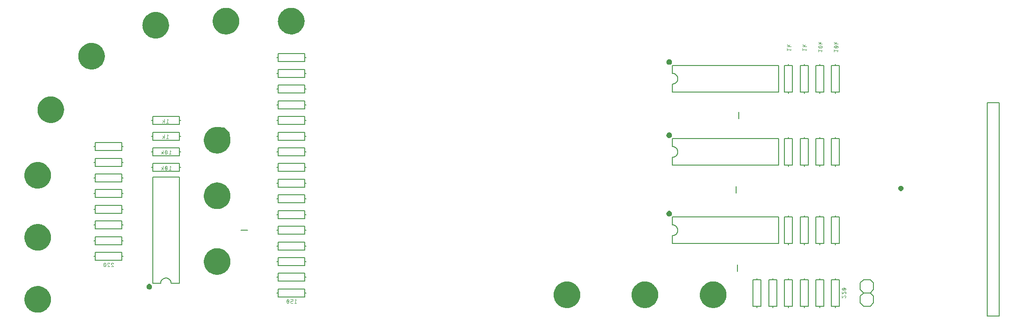
<source format=gbr>
G04 EAGLE Gerber RS-274X export*
G75*
%MOMM*%
%FSLAX34Y34*%
%LPD*%
%INSilkscreen Bottom*%
%IPPOS*%
%AMOC8*
5,1,8,0,0,1.08239X$1,22.5*%
G01*
%ADD10C,0.076200*%
%ADD11C,0.203200*%
%ADD12C,0.152400*%
%ADD13C,0.127000*%
%ADD14C,0.500000*%

G36*
X398507Y326791D02*
X398507Y326791D01*
X398522Y326789D01*
X399926Y326857D01*
X399938Y326860D01*
X399954Y326859D01*
X401352Y327006D01*
X401364Y327009D01*
X401380Y327009D01*
X402767Y327234D01*
X402776Y327238D01*
X402788Y327238D01*
X403476Y327380D01*
X403482Y327383D01*
X403490Y327383D01*
X404174Y327544D01*
X404183Y327548D01*
X404195Y327550D01*
X405548Y327930D01*
X405559Y327936D01*
X405575Y327939D01*
X406904Y328395D01*
X406915Y328402D01*
X406931Y328405D01*
X408232Y328937D01*
X408243Y328944D01*
X408258Y328948D01*
X409527Y329552D01*
X409535Y329558D01*
X409546Y329562D01*
X410167Y329891D01*
X410175Y329897D01*
X410186Y329901D01*
X411399Y330611D01*
X411409Y330619D01*
X411423Y330625D01*
X412594Y331402D01*
X412601Y331409D01*
X412612Y331414D01*
X413181Y331827D01*
X413187Y331834D01*
X413197Y331840D01*
X414299Y332712D01*
X414308Y332722D01*
X414321Y332730D01*
X415372Y333663D01*
X415380Y333673D01*
X415393Y333682D01*
X416390Y334673D01*
X416397Y334683D01*
X416409Y334693D01*
X417350Y335738D01*
X417356Y335749D01*
X417368Y335759D01*
X418248Y336855D01*
X418254Y336866D01*
X418265Y336877D01*
X419083Y338020D01*
X419087Y338029D01*
X419095Y338038D01*
X419479Y338626D01*
X419482Y338635D01*
X419490Y338644D01*
X420208Y339853D01*
X420212Y339865D01*
X420222Y339877D01*
X420871Y341124D01*
X420873Y341133D01*
X420880Y341143D01*
X421178Y341780D01*
X421180Y341789D01*
X421186Y341799D01*
X421727Y343096D01*
X421729Y343106D01*
X421735Y343116D01*
X421977Y343776D01*
X421979Y343786D01*
X421984Y343796D01*
X422413Y345135D01*
X422414Y345145D01*
X422419Y345155D01*
X422604Y345833D01*
X422605Y345843D01*
X422609Y345854D01*
X422922Y347224D01*
X422923Y347237D01*
X422928Y347252D01*
X423163Y348638D01*
X423162Y348647D01*
X423166Y348659D01*
X423254Y349356D01*
X423253Y349365D01*
X423256Y349377D01*
X423373Y350778D01*
X423372Y350790D01*
X423375Y350805D01*
X423414Y352210D01*
X423411Y352223D01*
X423414Y352238D01*
X423375Y353643D01*
X423372Y353655D01*
X423373Y353671D01*
X423256Y355072D01*
X423253Y355081D01*
X423254Y355092D01*
X423166Y355790D01*
X423163Y355799D01*
X423163Y355811D01*
X421106Y367950D01*
X421076Y368026D01*
X421053Y368104D01*
X421040Y368120D01*
X421034Y368136D01*
X421003Y368168D01*
X420950Y368235D01*
X411851Y376563D01*
X411781Y376605D01*
X411714Y376652D01*
X411694Y376657D01*
X411681Y376665D01*
X411636Y376671D01*
X411552Y376692D01*
X399238Y377634D01*
X399226Y377633D01*
X399211Y377636D01*
X397805Y377665D01*
X397793Y377663D01*
X397778Y377665D01*
X396373Y377616D01*
X396361Y377613D01*
X396345Y377614D01*
X394945Y377487D01*
X394933Y377484D01*
X394917Y377484D01*
X393527Y377278D01*
X393518Y377275D01*
X393506Y377275D01*
X392816Y377143D01*
X392807Y377139D01*
X392795Y377138D01*
X391427Y376816D01*
X391415Y376810D01*
X391400Y376808D01*
X390052Y376409D01*
X390044Y376404D01*
X390032Y376402D01*
X389367Y376174D01*
X389359Y376169D01*
X389347Y376167D01*
X388038Y375654D01*
X388030Y375648D01*
X388019Y375646D01*
X387376Y375361D01*
X387368Y375356D01*
X387357Y375352D01*
X386096Y374730D01*
X386086Y374722D01*
X386071Y374717D01*
X384848Y374025D01*
X384839Y374016D01*
X384824Y374010D01*
X383642Y373250D01*
X383635Y373243D01*
X383624Y373238D01*
X383050Y372834D01*
X383043Y372827D01*
X383033Y372821D01*
X381919Y371964D01*
X381910Y371955D01*
X381897Y371946D01*
X380833Y371028D01*
X380825Y371018D01*
X380812Y371009D01*
X379801Y370033D01*
X379795Y370025D01*
X379786Y370018D01*
X379301Y369509D01*
X379296Y369501D01*
X379287Y369494D01*
X378361Y368436D01*
X378355Y368425D01*
X378343Y368415D01*
X377478Y367307D01*
X377473Y367295D01*
X377462Y367284D01*
X376661Y366129D01*
X376655Y366118D01*
X376645Y366106D01*
X375910Y364908D01*
X375906Y364896D01*
X375896Y364883D01*
X375229Y363646D01*
X375226Y363633D01*
X375217Y363620D01*
X374621Y362347D01*
X374619Y362338D01*
X374613Y362328D01*
X374342Y361679D01*
X374341Y361670D01*
X374335Y361659D01*
X373850Y360340D01*
X373848Y360330D01*
X373843Y360320D01*
X373628Y359651D01*
X373627Y359641D01*
X373622Y359630D01*
X373251Y358274D01*
X373251Y358261D01*
X373245Y358247D01*
X372951Y356872D01*
X372951Y356863D01*
X372947Y356851D01*
X372830Y356158D01*
X372830Y356149D01*
X372827Y356138D01*
X372651Y354743D01*
X372652Y354730D01*
X372648Y354715D01*
X372550Y353313D01*
X372552Y353300D01*
X372549Y353285D01*
X372530Y351880D01*
X372532Y351867D01*
X372530Y351852D01*
X372589Y350448D01*
X372592Y350435D01*
X372591Y350420D01*
X372727Y349021D01*
X372730Y349012D01*
X372730Y349000D01*
X372828Y348304D01*
X372831Y348295D01*
X372831Y348283D01*
X373086Y346901D01*
X373089Y346892D01*
X373090Y346880D01*
X373246Y346195D01*
X373250Y346186D01*
X373251Y346174D01*
X373622Y344818D01*
X373628Y344807D01*
X373631Y344791D01*
X374078Y343459D01*
X374084Y343448D01*
X374088Y343432D01*
X374610Y342127D01*
X374617Y342116D01*
X374621Y342101D01*
X375217Y340828D01*
X375224Y340818D01*
X375229Y340803D01*
X375896Y339565D01*
X375904Y339555D01*
X375910Y339541D01*
X376645Y338343D01*
X376652Y338336D01*
X376656Y338325D01*
X377049Y337742D01*
X377054Y337737D01*
X377057Y337730D01*
X377466Y337159D01*
X377473Y337152D01*
X377478Y337142D01*
X378343Y336034D01*
X378353Y336026D01*
X378361Y336012D01*
X379287Y334955D01*
X379297Y334947D01*
X379306Y334934D01*
X380290Y333930D01*
X380300Y333923D01*
X380310Y333910D01*
X381348Y332963D01*
X381359Y332956D01*
X381369Y332945D01*
X382459Y332057D01*
X382470Y332051D01*
X382481Y332040D01*
X383619Y331214D01*
X383627Y331210D01*
X383636Y331202D01*
X384222Y330814D01*
X384231Y330810D01*
X384240Y330803D01*
X385443Y330076D01*
X385455Y330072D01*
X385467Y330062D01*
X386710Y329405D01*
X386719Y329402D01*
X386728Y329395D01*
X387363Y329093D01*
X387372Y329091D01*
X387382Y329084D01*
X388676Y328534D01*
X388686Y328532D01*
X388696Y328527D01*
X389354Y328279D01*
X389363Y328278D01*
X389374Y328272D01*
X390709Y327834D01*
X390722Y327833D01*
X390737Y327826D01*
X392095Y327465D01*
X392108Y327464D01*
X392123Y327459D01*
X393499Y327175D01*
X393509Y327175D01*
X393520Y327171D01*
X394214Y327058D01*
X394223Y327059D01*
X394235Y327056D01*
X395630Y326889D01*
X395643Y326890D01*
X395658Y326887D01*
X397061Y326799D01*
X397074Y326801D01*
X397089Y326798D01*
X398495Y326788D01*
X398507Y326791D01*
G37*
G36*
X1216190Y31172D02*
X1216190Y31172D01*
X1216205Y31170D01*
X1217609Y31239D01*
X1217621Y31242D01*
X1217637Y31241D01*
X1219035Y31388D01*
X1219047Y31391D01*
X1219063Y31391D01*
X1220450Y31616D01*
X1220460Y31620D01*
X1220471Y31620D01*
X1221160Y31762D01*
X1221169Y31766D01*
X1221180Y31767D01*
X1222544Y32109D01*
X1222552Y32113D01*
X1222564Y32115D01*
X1223238Y32315D01*
X1223247Y32319D01*
X1223258Y32321D01*
X1224588Y32778D01*
X1224599Y32785D01*
X1224614Y32788D01*
X1225915Y33320D01*
X1225923Y33325D01*
X1225935Y33328D01*
X1226574Y33621D01*
X1226582Y33627D01*
X1226593Y33631D01*
X1227844Y34271D01*
X1227854Y34279D01*
X1227869Y34284D01*
X1229082Y34994D01*
X1229092Y35002D01*
X1229106Y35009D01*
X1230278Y35786D01*
X1230287Y35795D01*
X1230301Y35802D01*
X1231426Y36643D01*
X1231433Y36651D01*
X1231443Y36656D01*
X1231988Y37100D01*
X1231994Y37108D01*
X1232004Y37114D01*
X1233055Y38047D01*
X1233063Y38057D01*
X1233075Y38066D01*
X1234073Y39057D01*
X1234080Y39067D01*
X1234092Y39077D01*
X1235033Y40122D01*
X1235039Y40133D01*
X1235051Y40143D01*
X1235931Y41239D01*
X1235935Y41247D01*
X1235944Y41256D01*
X1236361Y41822D01*
X1236365Y41830D01*
X1236373Y41839D01*
X1237158Y43005D01*
X1237162Y43016D01*
X1237173Y43029D01*
X1237891Y44237D01*
X1237895Y44249D01*
X1237905Y44262D01*
X1238553Y45508D01*
X1238557Y45521D01*
X1238566Y45534D01*
X1239143Y46816D01*
X1239145Y46825D01*
X1239151Y46835D01*
X1239412Y47488D01*
X1239413Y47494D01*
X1239417Y47501D01*
X1239660Y48161D01*
X1239661Y48170D01*
X1239667Y48181D01*
X1240095Y49520D01*
X1240096Y49529D01*
X1240101Y49540D01*
X1240287Y50218D01*
X1240288Y50228D01*
X1240292Y50239D01*
X1240605Y51609D01*
X1240605Y51622D01*
X1240610Y51637D01*
X1240845Y53022D01*
X1240845Y53032D01*
X1240848Y53043D01*
X1240936Y53741D01*
X1240936Y53750D01*
X1240939Y53762D01*
X1241056Y55162D01*
X1241054Y55175D01*
X1241057Y55190D01*
X1241096Y56595D01*
X1241094Y56608D01*
X1241096Y56623D01*
X1241057Y58028D01*
X1241054Y58040D01*
X1241056Y58056D01*
X1240939Y59457D01*
X1240936Y59466D01*
X1240936Y59478D01*
X1240848Y60175D01*
X1240845Y60184D01*
X1240845Y60196D01*
X1240610Y61582D01*
X1240606Y61594D01*
X1240605Y61609D01*
X1240292Y62980D01*
X1240287Y62992D01*
X1240285Y63007D01*
X1239895Y64358D01*
X1239889Y64369D01*
X1239886Y64385D01*
X1239420Y65711D01*
X1239415Y65719D01*
X1239412Y65731D01*
X1239151Y66383D01*
X1239146Y66391D01*
X1239143Y66403D01*
X1238565Y67684D01*
X1238558Y67695D01*
X1238553Y67710D01*
X1237904Y68957D01*
X1237898Y68964D01*
X1237894Y68975D01*
X1237543Y69584D01*
X1237537Y69592D01*
X1237533Y69603D01*
X1236780Y70790D01*
X1236772Y70799D01*
X1236765Y70813D01*
X1235947Y71957D01*
X1235940Y71963D01*
X1235935Y71974D01*
X1235502Y72528D01*
X1235495Y72534D01*
X1235489Y72544D01*
X1234578Y73614D01*
X1234568Y73622D01*
X1234559Y73635D01*
X1233590Y74653D01*
X1233579Y74660D01*
X1233570Y74673D01*
X1232545Y75635D01*
X1232537Y75640D01*
X1232529Y75649D01*
X1231997Y76108D01*
X1231989Y76113D01*
X1231981Y76121D01*
X1230879Y76994D01*
X1230867Y77000D01*
X1230856Y77011D01*
X1229707Y77820D01*
X1229698Y77824D01*
X1229690Y77832D01*
X1229098Y78212D01*
X1229090Y78215D01*
X1229080Y78223D01*
X1227867Y78933D01*
X1227855Y78937D01*
X1227842Y78946D01*
X1226591Y79586D01*
X1226578Y79589D01*
X1226565Y79598D01*
X1225279Y80166D01*
X1225267Y80169D01*
X1225253Y80177D01*
X1223937Y80671D01*
X1223928Y80673D01*
X1223917Y80678D01*
X1223249Y80897D01*
X1223240Y80898D01*
X1223229Y80903D01*
X1221876Y81284D01*
X1221863Y81285D01*
X1221848Y81291D01*
X1220476Y81594D01*
X1220466Y81594D01*
X1220455Y81598D01*
X1219763Y81720D01*
X1219753Y81720D01*
X1219742Y81723D01*
X1218349Y81909D01*
X1218336Y81908D01*
X1218321Y81912D01*
X1216919Y82019D01*
X1216907Y82018D01*
X1216891Y82021D01*
X1215486Y82050D01*
X1215474Y82048D01*
X1215458Y82050D01*
X1214054Y82001D01*
X1214041Y81998D01*
X1214026Y81999D01*
X1212626Y81872D01*
X1212617Y81870D01*
X1212605Y81870D01*
X1211908Y81777D01*
X1211899Y81774D01*
X1211887Y81774D01*
X1210503Y81529D01*
X1210491Y81525D01*
X1210476Y81524D01*
X1209107Y81201D01*
X1209096Y81196D01*
X1209080Y81194D01*
X1207732Y80794D01*
X1207721Y80788D01*
X1207705Y80785D01*
X1206383Y80310D01*
X1206374Y80305D01*
X1206363Y80302D01*
X1205712Y80036D01*
X1205704Y80031D01*
X1205693Y80028D01*
X1204415Y79441D01*
X1204405Y79434D01*
X1204390Y79429D01*
X1203147Y78771D01*
X1203140Y78765D01*
X1203129Y78761D01*
X1202522Y78406D01*
X1202515Y78400D01*
X1202504Y78395D01*
X1201322Y77635D01*
X1201313Y77626D01*
X1201299Y77619D01*
X1200161Y76794D01*
X1200154Y76786D01*
X1200144Y76781D01*
X1199593Y76345D01*
X1199587Y76337D01*
X1199577Y76331D01*
X1198513Y75413D01*
X1198505Y75403D01*
X1198492Y75394D01*
X1197481Y74418D01*
X1197474Y74407D01*
X1197461Y74398D01*
X1196507Y73366D01*
X1196500Y73355D01*
X1196488Y73345D01*
X1195592Y72262D01*
X1195588Y72253D01*
X1195579Y72245D01*
X1195155Y71685D01*
X1195151Y71676D01*
X1195143Y71668D01*
X1194341Y70513D01*
X1194336Y70501D01*
X1194326Y70489D01*
X1193591Y69291D01*
X1193587Y69279D01*
X1193577Y69267D01*
X1192911Y68029D01*
X1192907Y68017D01*
X1192898Y68004D01*
X1192303Y66730D01*
X1192300Y66721D01*
X1192294Y66711D01*
X1192024Y66062D01*
X1192022Y66053D01*
X1192016Y66042D01*
X1191531Y64723D01*
X1191529Y64710D01*
X1191522Y64696D01*
X1191113Y63351D01*
X1191112Y63339D01*
X1191106Y63324D01*
X1190773Y61958D01*
X1190773Y61949D01*
X1190769Y61937D01*
X1190632Y61248D01*
X1190632Y61238D01*
X1190628Y61227D01*
X1190413Y59838D01*
X1190414Y59828D01*
X1190410Y59817D01*
X1190332Y59119D01*
X1190333Y59109D01*
X1190330Y59098D01*
X1190233Y57695D01*
X1190235Y57683D01*
X1190232Y57668D01*
X1190213Y56262D01*
X1190215Y56250D01*
X1190213Y56235D01*
X1190271Y54830D01*
X1190274Y54818D01*
X1190273Y54802D01*
X1190410Y53403D01*
X1190414Y53391D01*
X1190414Y53376D01*
X1190629Y51986D01*
X1190632Y51977D01*
X1190633Y51966D01*
X1190770Y51276D01*
X1190774Y51267D01*
X1190774Y51255D01*
X1191107Y49890D01*
X1191111Y49881D01*
X1191112Y49869D01*
X1191307Y49194D01*
X1191312Y49185D01*
X1191314Y49173D01*
X1191761Y47841D01*
X1191768Y47830D01*
X1191771Y47814D01*
X1192293Y46509D01*
X1192298Y46501D01*
X1192301Y46490D01*
X1192590Y45849D01*
X1192596Y45841D01*
X1192599Y45830D01*
X1193230Y44574D01*
X1193238Y44564D01*
X1193244Y44549D01*
X1193945Y43331D01*
X1193953Y43321D01*
X1193960Y43307D01*
X1194728Y42130D01*
X1194735Y42123D01*
X1194740Y42112D01*
X1195149Y41541D01*
X1195156Y41534D01*
X1195161Y41524D01*
X1196026Y40416D01*
X1196036Y40407D01*
X1196044Y40394D01*
X1196970Y39336D01*
X1196980Y39328D01*
X1196989Y39316D01*
X1197972Y38311D01*
X1197982Y38304D01*
X1197992Y38292D01*
X1199030Y37344D01*
X1199041Y37338D01*
X1199051Y37326D01*
X1200141Y36438D01*
X1200152Y36432D01*
X1200163Y36421D01*
X1201301Y35595D01*
X1201310Y35591D01*
X1201318Y35583D01*
X1201904Y35195D01*
X1201913Y35191D01*
X1201922Y35184D01*
X1203125Y34457D01*
X1203137Y34453D01*
X1203150Y34443D01*
X1204392Y33785D01*
X1204401Y33783D01*
X1204411Y33776D01*
X1205046Y33474D01*
X1205055Y33471D01*
X1205065Y33465D01*
X1206358Y32915D01*
X1206368Y32913D01*
X1206378Y32907D01*
X1207036Y32660D01*
X1207046Y32659D01*
X1207056Y32653D01*
X1208392Y32215D01*
X1208405Y32214D01*
X1208419Y32207D01*
X1209778Y31846D01*
X1209790Y31845D01*
X1209805Y31839D01*
X1211182Y31556D01*
X1211192Y31556D01*
X1211203Y31552D01*
X1211897Y31440D01*
X1211906Y31440D01*
X1211918Y31437D01*
X1213313Y31270D01*
X1213326Y31272D01*
X1213341Y31268D01*
X1214744Y31180D01*
X1214757Y31182D01*
X1214772Y31179D01*
X1216178Y31170D01*
X1216190Y31172D01*
G37*
G36*
X281732Y546760D02*
X281732Y546760D01*
X281744Y546763D01*
X281760Y546761D01*
X283161Y546868D01*
X283171Y546871D01*
X283182Y546870D01*
X283880Y546953D01*
X283889Y546956D01*
X283901Y546956D01*
X285289Y547181D01*
X285301Y547186D01*
X285317Y547187D01*
X286689Y547490D01*
X286698Y547494D01*
X286710Y547495D01*
X287389Y547675D01*
X287398Y547680D01*
X287410Y547681D01*
X288751Y548100D01*
X288762Y548106D01*
X288778Y548109D01*
X290094Y548604D01*
X290105Y548610D01*
X290120Y548614D01*
X291406Y549182D01*
X291414Y549188D01*
X291425Y549191D01*
X292055Y549502D01*
X292063Y549508D01*
X292074Y549512D01*
X293307Y550187D01*
X293317Y550195D01*
X293331Y550201D01*
X294524Y550945D01*
X294531Y550951D01*
X294542Y550956D01*
X295122Y551353D01*
X295129Y551360D01*
X295139Y551365D01*
X296265Y552206D01*
X296274Y552216D01*
X296287Y552224D01*
X297365Y553127D01*
X297372Y553137D01*
X297385Y553146D01*
X298410Y554108D01*
X298418Y554118D01*
X298430Y554127D01*
X299399Y555145D01*
X299404Y555153D01*
X299413Y555161D01*
X299876Y555690D01*
X299881Y555698D01*
X299890Y555706D01*
X300770Y556802D01*
X300776Y556813D01*
X300787Y556824D01*
X301605Y557967D01*
X301610Y557979D01*
X301620Y557991D01*
X302373Y559178D01*
X302377Y559190D01*
X302387Y559202D01*
X303071Y560430D01*
X303075Y560443D01*
X303084Y560456D01*
X303697Y561720D01*
X303700Y561730D01*
X303706Y561740D01*
X303986Y562384D01*
X303987Y562391D01*
X303991Y562398D01*
X304252Y563050D01*
X304254Y563060D01*
X304260Y563070D01*
X304726Y564396D01*
X304728Y564409D01*
X304735Y564423D01*
X305125Y565773D01*
X305126Y565786D01*
X305132Y565801D01*
X305445Y567171D01*
X305445Y567181D01*
X305449Y567192D01*
X305576Y567883D01*
X305576Y567893D01*
X305580Y567904D01*
X305775Y569296D01*
X305775Y569309D01*
X305778Y569324D01*
X305896Y570725D01*
X305894Y570737D01*
X305897Y570753D01*
X305936Y572158D01*
X305934Y572170D01*
X305936Y572185D01*
X305897Y573590D01*
X305894Y573603D01*
X305896Y573618D01*
X305778Y575019D01*
X305775Y575031D01*
X305775Y575047D01*
X305580Y576439D01*
X305577Y576448D01*
X305576Y576460D01*
X305449Y577151D01*
X305447Y577157D01*
X305446Y577165D01*
X305300Y577852D01*
X305296Y577861D01*
X305295Y577873D01*
X304943Y579234D01*
X304938Y579245D01*
X304935Y579261D01*
X304507Y580600D01*
X304502Y580608D01*
X304500Y580620D01*
X304257Y581280D01*
X304254Y581285D01*
X304252Y581293D01*
X303991Y581945D01*
X303986Y581954D01*
X303983Y581965D01*
X303406Y583247D01*
X303398Y583257D01*
X303393Y583272D01*
X302745Y584519D01*
X302737Y584529D01*
X302731Y584544D01*
X302013Y585752D01*
X302004Y585761D01*
X301998Y585776D01*
X301213Y586942D01*
X301206Y586948D01*
X301201Y586959D01*
X300784Y587525D01*
X300777Y587531D01*
X300771Y587542D01*
X299891Y588637D01*
X299881Y588646D01*
X299873Y588659D01*
X298932Y589704D01*
X298922Y589711D01*
X298913Y589724D01*
X297916Y590714D01*
X297905Y590721D01*
X297895Y590734D01*
X296844Y591667D01*
X296836Y591671D01*
X296828Y591680D01*
X296284Y592124D01*
X296275Y592129D01*
X296267Y592137D01*
X295141Y592979D01*
X295130Y592984D01*
X295118Y592995D01*
X293947Y593772D01*
X293935Y593777D01*
X293923Y593787D01*
X292710Y594497D01*
X292698Y594501D01*
X292685Y594510D01*
X291433Y595150D01*
X291424Y595153D01*
X291414Y595160D01*
X290776Y595453D01*
X290766Y595455D01*
X290756Y595461D01*
X289455Y595993D01*
X289442Y595995D01*
X289428Y596003D01*
X288099Y596460D01*
X288086Y596461D01*
X288072Y596468D01*
X286719Y596849D01*
X286709Y596850D01*
X286698Y596854D01*
X286014Y597016D01*
X286005Y597016D01*
X285993Y597020D01*
X284613Y597284D01*
X284603Y597284D01*
X284592Y597288D01*
X283897Y597391D01*
X283887Y597390D01*
X283876Y597393D01*
X282478Y597540D01*
X282465Y597539D01*
X282450Y597542D01*
X281046Y597610D01*
X281034Y597608D01*
X281018Y597611D01*
X279613Y597601D01*
X279600Y597599D01*
X279585Y597600D01*
X278182Y597512D01*
X278173Y597510D01*
X278161Y597511D01*
X277462Y597437D01*
X277453Y597434D01*
X277441Y597435D01*
X276051Y597229D01*
X276039Y597225D01*
X276023Y597224D01*
X274646Y596941D01*
X274634Y596936D01*
X274619Y596934D01*
X273260Y596573D01*
X273252Y596568D01*
X273240Y596567D01*
X272569Y596357D01*
X272560Y596353D01*
X272549Y596351D01*
X271226Y595875D01*
X271215Y595868D01*
X271200Y595865D01*
X270618Y595618D01*
X269906Y595315D01*
X269898Y595309D01*
X269887Y595306D01*
X269252Y595004D01*
X269244Y594998D01*
X269233Y594994D01*
X267991Y594337D01*
X267981Y594329D01*
X267966Y594323D01*
X266763Y593596D01*
X266754Y593588D01*
X266739Y593581D01*
X265579Y592788D01*
X265570Y592779D01*
X265556Y592771D01*
X264442Y591914D01*
X264434Y591905D01*
X264420Y591897D01*
X263356Y590978D01*
X263350Y590971D01*
X263341Y590964D01*
X262828Y590483D01*
X262823Y590476D01*
X262813Y590469D01*
X261830Y589464D01*
X261823Y589454D01*
X261811Y589444D01*
X260885Y588386D01*
X260879Y588375D01*
X260867Y588364D01*
X260002Y587256D01*
X259998Y587248D01*
X259990Y587240D01*
X259581Y586668D01*
X259577Y586659D01*
X259569Y586650D01*
X258800Y585474D01*
X258795Y585462D01*
X258785Y585450D01*
X258084Y584231D01*
X258080Y584219D01*
X258071Y584206D01*
X257440Y582951D01*
X257437Y582941D01*
X257431Y582931D01*
X257142Y582291D01*
X257140Y582281D01*
X257134Y582271D01*
X256611Y580966D01*
X256609Y580953D01*
X256601Y580939D01*
X256154Y579607D01*
X256153Y579597D01*
X256148Y579587D01*
X255952Y578911D01*
X255952Y578902D01*
X255947Y578891D01*
X255615Y577525D01*
X255614Y577515D01*
X255610Y577504D01*
X255473Y576815D01*
X255473Y576805D01*
X255469Y576794D01*
X255254Y575405D01*
X255254Y575392D01*
X255250Y575377D01*
X255113Y573978D01*
X255115Y573966D01*
X255111Y573950D01*
X255053Y572546D01*
X255055Y572534D01*
X255053Y572518D01*
X255072Y571113D01*
X255074Y571101D01*
X255073Y571085D01*
X255170Y569683D01*
X255174Y569671D01*
X255173Y569655D01*
X255349Y568260D01*
X255352Y568251D01*
X255352Y568239D01*
X255469Y567546D01*
X255473Y567537D01*
X255473Y567526D01*
X255767Y566151D01*
X255772Y566139D01*
X255774Y566123D01*
X256144Y564768D01*
X256150Y564756D01*
X256153Y564741D01*
X256600Y563408D01*
X256605Y563400D01*
X256607Y563388D01*
X256859Y562732D01*
X256864Y562724D01*
X256867Y562712D01*
X257426Y561422D01*
X257431Y561414D01*
X257435Y561403D01*
X257742Y560770D01*
X257747Y560763D01*
X257751Y560752D01*
X258417Y559514D01*
X258426Y559504D01*
X258432Y559490D01*
X259167Y558292D01*
X259173Y558285D01*
X259178Y558274D01*
X259571Y557691D01*
X259577Y557684D01*
X259583Y557674D01*
X260416Y556542D01*
X260426Y556533D01*
X260433Y556520D01*
X261329Y555436D01*
X261339Y555428D01*
X261348Y555415D01*
X262302Y554384D01*
X262313Y554376D01*
X262322Y554364D01*
X263333Y553387D01*
X263344Y553381D01*
X263354Y553369D01*
X264418Y552450D01*
X264426Y552446D01*
X264434Y552437D01*
X264985Y552001D01*
X264994Y551996D01*
X265002Y551988D01*
X266140Y551162D01*
X266151Y551157D01*
X266163Y551147D01*
X267345Y550386D01*
X267357Y550382D01*
X267369Y550372D01*
X268593Y549679D01*
X268605Y549675D01*
X268618Y549666D01*
X269878Y549044D01*
X269887Y549041D01*
X269897Y549035D01*
X270540Y548751D01*
X270546Y548749D01*
X270553Y548745D01*
X271204Y548479D01*
X271213Y548478D01*
X271224Y548472D01*
X272546Y547996D01*
X272559Y547994D01*
X272573Y547987D01*
X273921Y547588D01*
X273934Y547586D01*
X273948Y547580D01*
X275316Y547258D01*
X275329Y547257D01*
X275344Y547252D01*
X276728Y547007D01*
X276738Y547007D01*
X276749Y547004D01*
X277446Y546911D01*
X277455Y546912D01*
X277467Y546909D01*
X278866Y546781D01*
X278879Y546783D01*
X278894Y546780D01*
X280299Y546731D01*
X280311Y546733D01*
X280327Y546731D01*
X281732Y546760D01*
G37*
G36*
X1067872Y31194D02*
X1067872Y31194D01*
X1067884Y31197D01*
X1067900Y31195D01*
X1069301Y31303D01*
X1069313Y31306D01*
X1069329Y31306D01*
X1070722Y31492D01*
X1070732Y31495D01*
X1070743Y31495D01*
X1071436Y31617D01*
X1071442Y31620D01*
X1071449Y31620D01*
X1072138Y31762D01*
X1072147Y31766D01*
X1072159Y31767D01*
X1073522Y32109D01*
X1073533Y32114D01*
X1073549Y32116D01*
X1074891Y32535D01*
X1074902Y32542D01*
X1074918Y32545D01*
X1076234Y33039D01*
X1076244Y33046D01*
X1076260Y33050D01*
X1077545Y33618D01*
X1077556Y33626D01*
X1077571Y33630D01*
X1078822Y34270D01*
X1078832Y34278D01*
X1078847Y34284D01*
X1080060Y34994D01*
X1080067Y35000D01*
X1080078Y35005D01*
X1080669Y35385D01*
X1080676Y35392D01*
X1080687Y35397D01*
X1081836Y36206D01*
X1081842Y36213D01*
X1081853Y36219D01*
X1082410Y36647D01*
X1082416Y36655D01*
X1082426Y36661D01*
X1083503Y37564D01*
X1083511Y37574D01*
X1083524Y37583D01*
X1084549Y38545D01*
X1084554Y38553D01*
X1084564Y38559D01*
X1085055Y39062D01*
X1085061Y39070D01*
X1085070Y39077D01*
X1086010Y40122D01*
X1086017Y40133D01*
X1086028Y40143D01*
X1086909Y41239D01*
X1086914Y41250D01*
X1086925Y41261D01*
X1087743Y42405D01*
X1087748Y42416D01*
X1087759Y42428D01*
X1088510Y43616D01*
X1088515Y43628D01*
X1088525Y43640D01*
X1089209Y44868D01*
X1089211Y44877D01*
X1089219Y44887D01*
X1089534Y45515D01*
X1089537Y45524D01*
X1089543Y45534D01*
X1090120Y46816D01*
X1090123Y46828D01*
X1090131Y46842D01*
X1090177Y46961D01*
X1090635Y48154D01*
X1090636Y48164D01*
X1090642Y48174D01*
X1090866Y48841D01*
X1090867Y48850D01*
X1090872Y48861D01*
X1091262Y50211D01*
X1091263Y50224D01*
X1091269Y50239D01*
X1091582Y51609D01*
X1091583Y51619D01*
X1091587Y51630D01*
X1091714Y52321D01*
X1091714Y52331D01*
X1091717Y52342D01*
X1091913Y53734D01*
X1091912Y53747D01*
X1091916Y53762D01*
X1092033Y55162D01*
X1092032Y55175D01*
X1092035Y55190D01*
X1092074Y56595D01*
X1092071Y56608D01*
X1092074Y56623D01*
X1092035Y58028D01*
X1092032Y58040D01*
X1092033Y58056D01*
X1091916Y59457D01*
X1091912Y59469D01*
X1091913Y59484D01*
X1091717Y60876D01*
X1091714Y60886D01*
X1091714Y60897D01*
X1091587Y61589D01*
X1091583Y61598D01*
X1091582Y61609D01*
X1091269Y62980D01*
X1091265Y62989D01*
X1091264Y63000D01*
X1091079Y63678D01*
X1091074Y63687D01*
X1091073Y63699D01*
X1090644Y65037D01*
X1090638Y65049D01*
X1090635Y65064D01*
X1090131Y66376D01*
X1090126Y66385D01*
X1090123Y66396D01*
X1089843Y67041D01*
X1089838Y67049D01*
X1089835Y67060D01*
X1089221Y68325D01*
X1089214Y68335D01*
X1089208Y68350D01*
X1088524Y69578D01*
X1088516Y69588D01*
X1088510Y69602D01*
X1087758Y70790D01*
X1087749Y70799D01*
X1087742Y70813D01*
X1086925Y71957D01*
X1086916Y71965D01*
X1086908Y71979D01*
X1086027Y73075D01*
X1086020Y73081D01*
X1086014Y73091D01*
X1085551Y73620D01*
X1085543Y73626D01*
X1085537Y73635D01*
X1084568Y74653D01*
X1084557Y74660D01*
X1084548Y74673D01*
X1083523Y75635D01*
X1083512Y75642D01*
X1083502Y75653D01*
X1082425Y76557D01*
X1082416Y76561D01*
X1082408Y76570D01*
X1081851Y76998D01*
X1081843Y77003D01*
X1081834Y77011D01*
X1080685Y77820D01*
X1080674Y77825D01*
X1080662Y77836D01*
X1079469Y78579D01*
X1079457Y78584D01*
X1079444Y78593D01*
X1078212Y79268D01*
X1078202Y79271D01*
X1078193Y79278D01*
X1077563Y79589D01*
X1077553Y79592D01*
X1077543Y79598D01*
X1076258Y80166D01*
X1076248Y80168D01*
X1076238Y80175D01*
X1075583Y80431D01*
X1075574Y80433D01*
X1075564Y80438D01*
X1074234Y80895D01*
X1074224Y80896D01*
X1074214Y80902D01*
X1073540Y81101D01*
X1073531Y81102D01*
X1073520Y81107D01*
X1072156Y81449D01*
X1072147Y81449D01*
X1072135Y81454D01*
X1071447Y81595D01*
X1071437Y81596D01*
X1071426Y81599D01*
X1070039Y81824D01*
X1070026Y81824D01*
X1070011Y81828D01*
X1068613Y81974D01*
X1068600Y81973D01*
X1068585Y81977D01*
X1067181Y82045D01*
X1067169Y82043D01*
X1067153Y82045D01*
X1065748Y82035D01*
X1065735Y82033D01*
X1065720Y82034D01*
X1064317Y81946D01*
X1064305Y81943D01*
X1064289Y81944D01*
X1062893Y81778D01*
X1062884Y81775D01*
X1062872Y81775D01*
X1062179Y81662D01*
X1062170Y81659D01*
X1062158Y81658D01*
X1060781Y81374D01*
X1060769Y81369D01*
X1060754Y81368D01*
X1059395Y81007D01*
X1059384Y81001D01*
X1059368Y80998D01*
X1058032Y80561D01*
X1058024Y80556D01*
X1058012Y80554D01*
X1057354Y80306D01*
X1057346Y80301D01*
X1057335Y80298D01*
X1056754Y80052D01*
X1056041Y79749D01*
X1056033Y79743D01*
X1056022Y79740D01*
X1055387Y79438D01*
X1055379Y79432D01*
X1055368Y79428D01*
X1054126Y78771D01*
X1054116Y78762D01*
X1054101Y78757D01*
X1052898Y78030D01*
X1052891Y78023D01*
X1052880Y78019D01*
X1052294Y77630D01*
X1052288Y77624D01*
X1052277Y77618D01*
X1051139Y76793D01*
X1051131Y76783D01*
X1051117Y76776D01*
X1050028Y75888D01*
X1050020Y75878D01*
X1050006Y75869D01*
X1048968Y74922D01*
X1048963Y74914D01*
X1048953Y74907D01*
X1048454Y74412D01*
X1048449Y74404D01*
X1048440Y74397D01*
X1047485Y73365D01*
X1047478Y73355D01*
X1047467Y73344D01*
X1046571Y72261D01*
X1046565Y72250D01*
X1046553Y72239D01*
X1045720Y71107D01*
X1045715Y71096D01*
X1045704Y71084D01*
X1044936Y69907D01*
X1044931Y69895D01*
X1044921Y69883D01*
X1044220Y68665D01*
X1044216Y68653D01*
X1044206Y68640D01*
X1043575Y67384D01*
X1043573Y67375D01*
X1043566Y67365D01*
X1043278Y66724D01*
X1043275Y66714D01*
X1043269Y66704D01*
X1042747Y65399D01*
X1042745Y65390D01*
X1042740Y65379D01*
X1042507Y64716D01*
X1042505Y64707D01*
X1042500Y64696D01*
X1042091Y63351D01*
X1042090Y63339D01*
X1042083Y63324D01*
X1041751Y61958D01*
X1041751Y61949D01*
X1041746Y61937D01*
X1041609Y61248D01*
X1041609Y61238D01*
X1041606Y61227D01*
X1041391Y59838D01*
X1041391Y59825D01*
X1041387Y59810D01*
X1041250Y58411D01*
X1041252Y58399D01*
X1041249Y58383D01*
X1041190Y56979D01*
X1041192Y56967D01*
X1041190Y56951D01*
X1041209Y55546D01*
X1041212Y55534D01*
X1041211Y55518D01*
X1041308Y54116D01*
X1041312Y54104D01*
X1041311Y54088D01*
X1041487Y52693D01*
X1041490Y52684D01*
X1041490Y52672D01*
X1041608Y51979D01*
X1041610Y51973D01*
X1041610Y51966D01*
X1041747Y51276D01*
X1041751Y51267D01*
X1041752Y51255D01*
X1042084Y49890D01*
X1042090Y49878D01*
X1042092Y49862D01*
X1042501Y48518D01*
X1042508Y48506D01*
X1042510Y48491D01*
X1042996Y47172D01*
X1043001Y47163D01*
X1043003Y47152D01*
X1043274Y46503D01*
X1043279Y46495D01*
X1043282Y46484D01*
X1043878Y45210D01*
X1043885Y45200D01*
X1043890Y45185D01*
X1044557Y43948D01*
X1044565Y43938D01*
X1044571Y43923D01*
X1045306Y42725D01*
X1045313Y42718D01*
X1045317Y42707D01*
X1045710Y42124D01*
X1045717Y42118D01*
X1045722Y42107D01*
X1046556Y40975D01*
X1046565Y40967D01*
X1046573Y40953D01*
X1047469Y39870D01*
X1047478Y39862D01*
X1047487Y39849D01*
X1048442Y38817D01*
X1048452Y38810D01*
X1048462Y38797D01*
X1049473Y37821D01*
X1049484Y37814D01*
X1049494Y37802D01*
X1050558Y36884D01*
X1050569Y36878D01*
X1050579Y36866D01*
X1051694Y36009D01*
X1051702Y36005D01*
X1051711Y35997D01*
X1052285Y35592D01*
X1052294Y35588D01*
X1052303Y35580D01*
X1053485Y34820D01*
X1053497Y34815D01*
X1053509Y34805D01*
X1054732Y34113D01*
X1054741Y34110D01*
X1054751Y34103D01*
X1055377Y33783D01*
X1055386Y33780D01*
X1055396Y33774D01*
X1056673Y33187D01*
X1056686Y33185D01*
X1056699Y33176D01*
X1058008Y32663D01*
X1058018Y32662D01*
X1058028Y32656D01*
X1058693Y32428D01*
X1058702Y32426D01*
X1058713Y32421D01*
X1060061Y32021D01*
X1060073Y32020D01*
X1060088Y32014D01*
X1061456Y31691D01*
X1061466Y31691D01*
X1061477Y31687D01*
X1062167Y31555D01*
X1062177Y31555D01*
X1062188Y31551D01*
X1063579Y31346D01*
X1063591Y31347D01*
X1063606Y31343D01*
X1065006Y31216D01*
X1065019Y31217D01*
X1065034Y31214D01*
X1066439Y31165D01*
X1066451Y31167D01*
X1066467Y31165D01*
X1067872Y31194D01*
G37*
G36*
X1346696Y31172D02*
X1346696Y31172D01*
X1346711Y31170D01*
X1348115Y31239D01*
X1348127Y31242D01*
X1348143Y31241D01*
X1349541Y31388D01*
X1349553Y31391D01*
X1349569Y31391D01*
X1350956Y31617D01*
X1350965Y31620D01*
X1350977Y31620D01*
X1351665Y31762D01*
X1351674Y31766D01*
X1351686Y31767D01*
X1353049Y32109D01*
X1353058Y32113D01*
X1353070Y32115D01*
X1353744Y32315D01*
X1353752Y32319D01*
X1353764Y32321D01*
X1355093Y32778D01*
X1355104Y32785D01*
X1355120Y32788D01*
X1356421Y33320D01*
X1356432Y33327D01*
X1356447Y33331D01*
X1357716Y33936D01*
X1357723Y33941D01*
X1357735Y33945D01*
X1358356Y34274D01*
X1358363Y34280D01*
X1358374Y34284D01*
X1359588Y34994D01*
X1359597Y35003D01*
X1359612Y35009D01*
X1360783Y35786D01*
X1360792Y35795D01*
X1360806Y35802D01*
X1361932Y36644D01*
X1361940Y36653D01*
X1361954Y36661D01*
X1363031Y37564D01*
X1363039Y37574D01*
X1363052Y37583D01*
X1364076Y38545D01*
X1364082Y38553D01*
X1364091Y38560D01*
X1364583Y39062D01*
X1364588Y39070D01*
X1364597Y39077D01*
X1365538Y40122D01*
X1365544Y40133D01*
X1365556Y40143D01*
X1366436Y41239D01*
X1366441Y41248D01*
X1366449Y41256D01*
X1366866Y41822D01*
X1366870Y41830D01*
X1366878Y41839D01*
X1367663Y43005D01*
X1367668Y43017D01*
X1367678Y43029D01*
X1368396Y44237D01*
X1368400Y44249D01*
X1368410Y44262D01*
X1369059Y45509D01*
X1369062Y45521D01*
X1369071Y45534D01*
X1369648Y46816D01*
X1369650Y46825D01*
X1369656Y46835D01*
X1369918Y47488D01*
X1369919Y47494D01*
X1369923Y47501D01*
X1370165Y48161D01*
X1370167Y48170D01*
X1370172Y48181D01*
X1370601Y49520D01*
X1370602Y49532D01*
X1370608Y49547D01*
X1370960Y50908D01*
X1370961Y50917D01*
X1370965Y50928D01*
X1371112Y51616D01*
X1371112Y51626D01*
X1371116Y51637D01*
X1371351Y53022D01*
X1371350Y53032D01*
X1371354Y53043D01*
X1371442Y53741D01*
X1371441Y53750D01*
X1371444Y53762D01*
X1371561Y55163D01*
X1371560Y55175D01*
X1371563Y55190D01*
X1371601Y56595D01*
X1371599Y56608D01*
X1371601Y56623D01*
X1371563Y58028D01*
X1371560Y58040D01*
X1371561Y58056D01*
X1371444Y59457D01*
X1371441Y59466D01*
X1371442Y59477D01*
X1371354Y60175D01*
X1371351Y60184D01*
X1371351Y60196D01*
X1371116Y61582D01*
X1371111Y61594D01*
X1371110Y61609D01*
X1370797Y62980D01*
X1370792Y62991D01*
X1370790Y63007D01*
X1370400Y64358D01*
X1370395Y64366D01*
X1370394Y64378D01*
X1370170Y65044D01*
X1370165Y65053D01*
X1370163Y65064D01*
X1369659Y66376D01*
X1369654Y66385D01*
X1369651Y66396D01*
X1369371Y67041D01*
X1369366Y67049D01*
X1369362Y67060D01*
X1368749Y68325D01*
X1368741Y68335D01*
X1368736Y68350D01*
X1368052Y69578D01*
X1368044Y69588D01*
X1368038Y69602D01*
X1367286Y70790D01*
X1367277Y70799D01*
X1367270Y70813D01*
X1366452Y71957D01*
X1366445Y71963D01*
X1366440Y71973D01*
X1366007Y72527D01*
X1366000Y72534D01*
X1365994Y72544D01*
X1365083Y73614D01*
X1365073Y73622D01*
X1365064Y73635D01*
X1364095Y74653D01*
X1364085Y74660D01*
X1364075Y74673D01*
X1363050Y75635D01*
X1363040Y75641D01*
X1363029Y75653D01*
X1361952Y76556D01*
X1361941Y76562D01*
X1361930Y76574D01*
X1360804Y77415D01*
X1360796Y77419D01*
X1360787Y77427D01*
X1360207Y77824D01*
X1360198Y77828D01*
X1360189Y77835D01*
X1358996Y78579D01*
X1358984Y78583D01*
X1358972Y78593D01*
X1357739Y79268D01*
X1357730Y79271D01*
X1357720Y79278D01*
X1357090Y79589D01*
X1357081Y79591D01*
X1357071Y79598D01*
X1355785Y80166D01*
X1355772Y80169D01*
X1355759Y80177D01*
X1354443Y80671D01*
X1354433Y80672D01*
X1354423Y80678D01*
X1353755Y80897D01*
X1353745Y80898D01*
X1353735Y80903D01*
X1352381Y81284D01*
X1352369Y81284D01*
X1352354Y81290D01*
X1350981Y81594D01*
X1350972Y81594D01*
X1350961Y81598D01*
X1350268Y81720D01*
X1350259Y81720D01*
X1350248Y81723D01*
X1348854Y81909D01*
X1348841Y81908D01*
X1348826Y81912D01*
X1347425Y82019D01*
X1347412Y82018D01*
X1347397Y82021D01*
X1345992Y82050D01*
X1345979Y82048D01*
X1345964Y82050D01*
X1344559Y82001D01*
X1344547Y81998D01*
X1344531Y81999D01*
X1343132Y81872D01*
X1343122Y81870D01*
X1343111Y81870D01*
X1342414Y81777D01*
X1342405Y81774D01*
X1342393Y81774D01*
X1341009Y81529D01*
X1340997Y81524D01*
X1340981Y81523D01*
X1339613Y81201D01*
X1339601Y81195D01*
X1339586Y81194D01*
X1338238Y80794D01*
X1338227Y80788D01*
X1338211Y80785D01*
X1336888Y80309D01*
X1336880Y80304D01*
X1336869Y80302D01*
X1336218Y80036D01*
X1336210Y80030D01*
X1336198Y80027D01*
X1334921Y79441D01*
X1334913Y79435D01*
X1334902Y79432D01*
X1334276Y79112D01*
X1334268Y79106D01*
X1334257Y79102D01*
X1333034Y78409D01*
X1333025Y78401D01*
X1333010Y78395D01*
X1331828Y77634D01*
X1331821Y77628D01*
X1331810Y77623D01*
X1331236Y77218D01*
X1331229Y77211D01*
X1331219Y77205D01*
X1330105Y76348D01*
X1330097Y76339D01*
X1330083Y76331D01*
X1329019Y75412D01*
X1329011Y75402D01*
X1328998Y75393D01*
X1327987Y74417D01*
X1327980Y74407D01*
X1327967Y74397D01*
X1327013Y73366D01*
X1327006Y73355D01*
X1326994Y73344D01*
X1326099Y72261D01*
X1326094Y72253D01*
X1326086Y72245D01*
X1325661Y71685D01*
X1325657Y71676D01*
X1325648Y71668D01*
X1324847Y70513D01*
X1324842Y70501D01*
X1324832Y70489D01*
X1324097Y69291D01*
X1324092Y69279D01*
X1324083Y69267D01*
X1323416Y68029D01*
X1323414Y68020D01*
X1323407Y68010D01*
X1323100Y67378D01*
X1323098Y67368D01*
X1323091Y67358D01*
X1322532Y66069D01*
X1322530Y66056D01*
X1322522Y66042D01*
X1322037Y64723D01*
X1322035Y64710D01*
X1322028Y64696D01*
X1321619Y63351D01*
X1321618Y63342D01*
X1321613Y63331D01*
X1321437Y62650D01*
X1321436Y62641D01*
X1321432Y62630D01*
X1321139Y61255D01*
X1321139Y61245D01*
X1321135Y61234D01*
X1321017Y60541D01*
X1321018Y60531D01*
X1321014Y60520D01*
X1320838Y59126D01*
X1320839Y59113D01*
X1320836Y59098D01*
X1320738Y57696D01*
X1320740Y57683D01*
X1320737Y57668D01*
X1320718Y56262D01*
X1320720Y56250D01*
X1320718Y56235D01*
X1320777Y54830D01*
X1320780Y54818D01*
X1320779Y54802D01*
X1320916Y53403D01*
X1320918Y53394D01*
X1320918Y53382D01*
X1321016Y52686D01*
X1321019Y52677D01*
X1321019Y52666D01*
X1321274Y51283D01*
X1321279Y51271D01*
X1321280Y51255D01*
X1321612Y49890D01*
X1321616Y49881D01*
X1321618Y49869D01*
X1321813Y49194D01*
X1321817Y49185D01*
X1321819Y49174D01*
X1322267Y47841D01*
X1322273Y47830D01*
X1322277Y47815D01*
X1322799Y46510D01*
X1322806Y46499D01*
X1322810Y46484D01*
X1323405Y45210D01*
X1323411Y45203D01*
X1323415Y45191D01*
X1323739Y44568D01*
X1323745Y44560D01*
X1323749Y44549D01*
X1324451Y43331D01*
X1324459Y43321D01*
X1324465Y43307D01*
X1325234Y42130D01*
X1325241Y42123D01*
X1325246Y42113D01*
X1325655Y41541D01*
X1325662Y41535D01*
X1325667Y41524D01*
X1326532Y40416D01*
X1326542Y40408D01*
X1326550Y40395D01*
X1327476Y39337D01*
X1327486Y39329D01*
X1327495Y39316D01*
X1328478Y38312D01*
X1328486Y38306D01*
X1328493Y38297D01*
X1329005Y37816D01*
X1329014Y37811D01*
X1329021Y37802D01*
X1330085Y36884D01*
X1330096Y36878D01*
X1330107Y36866D01*
X1331221Y36009D01*
X1331232Y36003D01*
X1331244Y35993D01*
X1332404Y35199D01*
X1332416Y35194D01*
X1332428Y35184D01*
X1333631Y34457D01*
X1333643Y34453D01*
X1333656Y34444D01*
X1334898Y33786D01*
X1334907Y33783D01*
X1334917Y33776D01*
X1335551Y33474D01*
X1335561Y33472D01*
X1335571Y33465D01*
X1336864Y32916D01*
X1336877Y32913D01*
X1336891Y32905D01*
X1338213Y32430D01*
X1338223Y32428D01*
X1338234Y32423D01*
X1338905Y32213D01*
X1338914Y32212D01*
X1338925Y32207D01*
X1340283Y31846D01*
X1340296Y31845D01*
X1340311Y31840D01*
X1341688Y31556D01*
X1341700Y31556D01*
X1341715Y31551D01*
X1343106Y31346D01*
X1343116Y31346D01*
X1343127Y31343D01*
X1343826Y31270D01*
X1343836Y31271D01*
X1343847Y31268D01*
X1345250Y31180D01*
X1345262Y31182D01*
X1345278Y31179D01*
X1346683Y31170D01*
X1346696Y31172D01*
G37*
G36*
X56161Y22393D02*
X56161Y22393D01*
X56173Y22396D01*
X56188Y22394D01*
X57590Y22502D01*
X57599Y22504D01*
X57611Y22504D01*
X58309Y22587D01*
X58318Y22590D01*
X58330Y22590D01*
X59717Y22815D01*
X59726Y22818D01*
X59738Y22819D01*
X60426Y22961D01*
X60435Y22964D01*
X60447Y22965D01*
X61811Y23307D01*
X61822Y23313D01*
X61838Y23315D01*
X63180Y23734D01*
X63191Y23740D01*
X63206Y23743D01*
X64522Y24238D01*
X64530Y24243D01*
X64542Y24246D01*
X64905Y24400D01*
X65189Y24521D01*
X65197Y24526D01*
X65208Y24529D01*
X66477Y25134D01*
X66487Y25142D01*
X66502Y25147D01*
X67735Y25822D01*
X67745Y25830D01*
X67759Y25836D01*
X68952Y26580D01*
X68959Y26587D01*
X68970Y26591D01*
X69550Y26988D01*
X69557Y26995D01*
X69567Y27000D01*
X70693Y27842D01*
X70702Y27851D01*
X70715Y27859D01*
X71792Y28763D01*
X71800Y28773D01*
X71813Y28781D01*
X72838Y29743D01*
X72845Y29754D01*
X72857Y29763D01*
X73827Y30781D01*
X73832Y30789D01*
X73841Y30797D01*
X74304Y31326D01*
X74308Y31334D01*
X74317Y31342D01*
X75197Y32438D01*
X75203Y32449D01*
X75214Y32460D01*
X76032Y33604D01*
X76037Y33615D01*
X76047Y33627D01*
X76799Y34814D01*
X76804Y34826D01*
X76814Y34839D01*
X77497Y36067D01*
X77500Y36076D01*
X77507Y36085D01*
X77823Y36714D01*
X77825Y36723D01*
X77832Y36733D01*
X78409Y38014D01*
X78412Y38027D01*
X78420Y38040D01*
X78924Y39353D01*
X78926Y39365D01*
X78933Y39380D01*
X79361Y40718D01*
X79362Y40728D01*
X79367Y40739D01*
X79553Y41417D01*
X79554Y41426D01*
X79558Y41437D01*
X79871Y42808D01*
X79871Y42820D01*
X79877Y42835D01*
X80111Y44221D01*
X80111Y44231D01*
X80114Y44242D01*
X80202Y44940D01*
X80202Y44949D01*
X80205Y44960D01*
X80322Y46361D01*
X80320Y46374D01*
X80323Y46389D01*
X80362Y47794D01*
X80360Y47806D01*
X80362Y47822D01*
X80323Y49227D01*
X80320Y49239D01*
X80322Y49255D01*
X80205Y50655D01*
X80201Y50667D01*
X80202Y50683D01*
X80006Y52075D01*
X80003Y52084D01*
X80002Y52096D01*
X79875Y52787D01*
X79873Y52793D01*
X79872Y52801D01*
X79726Y53489D01*
X79722Y53497D01*
X79721Y53509D01*
X79369Y54870D01*
X79365Y54879D01*
X79363Y54891D01*
X79159Y55563D01*
X79154Y55572D01*
X79152Y55583D01*
X78686Y56909D01*
X78681Y56918D01*
X78678Y56929D01*
X78417Y57582D01*
X78412Y57590D01*
X78409Y57601D01*
X77832Y58883D01*
X77824Y58893D01*
X77819Y58908D01*
X77170Y60155D01*
X77162Y60165D01*
X77157Y60180D01*
X76438Y61388D01*
X76432Y61395D01*
X76427Y61406D01*
X76043Y61995D01*
X76036Y62001D01*
X76031Y62012D01*
X75213Y63155D01*
X75204Y63164D01*
X75197Y63178D01*
X74316Y64273D01*
X74306Y64282D01*
X74298Y64295D01*
X73357Y65339D01*
X73347Y65347D01*
X73338Y65360D01*
X72341Y66350D01*
X72330Y66357D01*
X72320Y66369D01*
X71269Y67302D01*
X71258Y67309D01*
X71248Y67320D01*
X70146Y68193D01*
X70137Y68197D01*
X70129Y68206D01*
X69560Y68618D01*
X69551Y68622D01*
X69543Y68630D01*
X68371Y69407D01*
X68359Y69412D01*
X68347Y69422D01*
X67134Y70131D01*
X67122Y70136D01*
X67109Y70145D01*
X65858Y70785D01*
X65848Y70787D01*
X65838Y70794D01*
X65200Y71087D01*
X65190Y71089D01*
X65180Y71096D01*
X63879Y71627D01*
X63866Y71629D01*
X63852Y71637D01*
X62523Y72094D01*
X62510Y72095D01*
X62496Y72102D01*
X61143Y72483D01*
X61133Y72483D01*
X61122Y72488D01*
X60438Y72649D01*
X60431Y72649D01*
X60424Y72652D01*
X59736Y72794D01*
X59726Y72794D01*
X59715Y72798D01*
X58327Y73023D01*
X58315Y73022D01*
X58299Y73027D01*
X56902Y73173D01*
X56889Y73172D01*
X56874Y73175D01*
X55470Y73243D01*
X55457Y73241D01*
X55442Y73244D01*
X54036Y73234D01*
X54024Y73231D01*
X54009Y73233D01*
X52606Y73145D01*
X52594Y73142D01*
X52578Y73143D01*
X51182Y72976D01*
X51173Y72973D01*
X51161Y72973D01*
X50467Y72861D01*
X50458Y72857D01*
X50447Y72857D01*
X49070Y72573D01*
X49058Y72568D01*
X49042Y72567D01*
X47684Y72205D01*
X47675Y72201D01*
X47664Y72199D01*
X46993Y71990D01*
X46984Y71985D01*
X46972Y71983D01*
X45650Y71507D01*
X45639Y71501D01*
X45623Y71497D01*
X44330Y70947D01*
X44322Y70942D01*
X44310Y70939D01*
X43676Y70636D01*
X43668Y70631D01*
X43657Y70627D01*
X42415Y69969D01*
X42405Y69961D01*
X42390Y69955D01*
X41187Y69229D01*
X41178Y69220D01*
X41163Y69213D01*
X40003Y68420D01*
X39994Y68411D01*
X39980Y68404D01*
X38866Y67547D01*
X38858Y67537D01*
X38844Y67529D01*
X37780Y66611D01*
X37774Y66603D01*
X37764Y66597D01*
X37252Y66116D01*
X37246Y66108D01*
X37237Y66101D01*
X36253Y65097D01*
X36248Y65089D01*
X36239Y65081D01*
X35769Y64559D01*
X35764Y64551D01*
X35755Y64543D01*
X34860Y63460D01*
X34854Y63448D01*
X34842Y63438D01*
X34009Y62306D01*
X34004Y62294D01*
X33993Y62283D01*
X33224Y61106D01*
X33220Y61094D01*
X33210Y61082D01*
X32509Y59863D01*
X32505Y59851D01*
X32495Y59839D01*
X31864Y58583D01*
X31862Y58573D01*
X31855Y58563D01*
X31566Y57923D01*
X31564Y57913D01*
X31558Y57903D01*
X31036Y56598D01*
X31034Y56585D01*
X31026Y56571D01*
X30579Y55239D01*
X30578Y55229D01*
X30572Y55218D01*
X30377Y54543D01*
X30377Y54533D01*
X30372Y54523D01*
X30040Y53157D01*
X30039Y53147D01*
X30035Y53136D01*
X29898Y52447D01*
X29898Y52437D01*
X29895Y52426D01*
X29679Y51037D01*
X29680Y51024D01*
X29676Y51009D01*
X29539Y49610D01*
X29541Y49597D01*
X29537Y49582D01*
X29479Y48178D01*
X29481Y48165D01*
X29479Y48150D01*
X29498Y46744D01*
X29501Y46732D01*
X29499Y46717D01*
X29597Y45315D01*
X29600Y45305D01*
X29599Y45294D01*
X29677Y44595D01*
X29680Y44586D01*
X29680Y44574D01*
X29895Y43185D01*
X29900Y43173D01*
X29900Y43157D01*
X30194Y41783D01*
X30199Y41771D01*
X30201Y41755D01*
X30572Y40399D01*
X30578Y40388D01*
X30580Y40372D01*
X31028Y39040D01*
X31032Y39031D01*
X31035Y39020D01*
X31287Y38364D01*
X31292Y38355D01*
X31295Y38344D01*
X31854Y37054D01*
X31861Y37044D01*
X31866Y37029D01*
X32497Y35773D01*
X32503Y35765D01*
X32507Y35754D01*
X32849Y35140D01*
X32855Y35133D01*
X32860Y35122D01*
X33595Y33924D01*
X33601Y33917D01*
X33606Y33906D01*
X33999Y33323D01*
X34006Y33316D01*
X34011Y33306D01*
X34844Y32174D01*
X34854Y32165D01*
X34862Y32152D01*
X35757Y31069D01*
X35767Y31061D01*
X35776Y31048D01*
X36731Y30016D01*
X36741Y30009D01*
X36750Y29996D01*
X37762Y29020D01*
X37772Y29013D01*
X37782Y29001D01*
X38847Y28083D01*
X38858Y28077D01*
X38868Y28065D01*
X39982Y27208D01*
X39991Y27204D01*
X39999Y27196D01*
X40574Y26791D01*
X40583Y26787D01*
X40591Y26779D01*
X41774Y26019D01*
X41785Y26014D01*
X41798Y26004D01*
X43021Y25312D01*
X43030Y25309D01*
X43040Y25302D01*
X43665Y24982D01*
X43675Y24979D01*
X43685Y24972D01*
X44962Y24386D01*
X44975Y24383D01*
X44988Y24375D01*
X46297Y23862D01*
X46309Y23860D01*
X46323Y23853D01*
X47659Y23415D01*
X47669Y23414D01*
X47679Y23408D01*
X48356Y23218D01*
X48366Y23217D01*
X48377Y23213D01*
X49745Y22890D01*
X49754Y22890D01*
X49766Y22886D01*
X50456Y22754D01*
X50466Y22754D01*
X50477Y22750D01*
X51867Y22545D01*
X51880Y22545D01*
X51895Y22541D01*
X53295Y22414D01*
X53308Y22416D01*
X53323Y22413D01*
X54728Y22364D01*
X54740Y22366D01*
X54755Y22364D01*
X56161Y22393D01*
G37*
G36*
X55454Y141024D02*
X55454Y141024D01*
X55470Y141022D01*
X56874Y141090D01*
X56886Y141093D01*
X56901Y141092D01*
X58299Y141239D01*
X58312Y141242D01*
X58327Y141242D01*
X59715Y141467D01*
X59724Y141471D01*
X59736Y141471D01*
X60424Y141613D01*
X60433Y141617D01*
X60445Y141618D01*
X61808Y141960D01*
X61820Y141965D01*
X61836Y141967D01*
X63177Y142386D01*
X63189Y142392D01*
X63204Y142395D01*
X64520Y142890D01*
X64528Y142895D01*
X64540Y142897D01*
X64918Y143058D01*
X65187Y143172D01*
X65192Y143176D01*
X65200Y143178D01*
X65838Y143471D01*
X65846Y143477D01*
X65858Y143480D01*
X67109Y144120D01*
X67119Y144128D01*
X67134Y144134D01*
X68347Y144843D01*
X68357Y144852D01*
X68371Y144858D01*
X69543Y145635D01*
X69551Y145644D01*
X69565Y145651D01*
X70692Y146492D01*
X70700Y146502D01*
X70713Y146510D01*
X71791Y147413D01*
X71798Y147423D01*
X71812Y147432D01*
X72836Y148394D01*
X72842Y148401D01*
X72851Y148408D01*
X73343Y148911D01*
X73348Y148919D01*
X73358Y148926D01*
X74298Y149971D01*
X74304Y149981D01*
X74316Y149992D01*
X75197Y151088D01*
X75202Y151099D01*
X75213Y151110D01*
X76031Y152253D01*
X76035Y152262D01*
X76043Y152271D01*
X76427Y152859D01*
X76431Y152868D01*
X76438Y152877D01*
X77157Y154085D01*
X77161Y154097D01*
X77170Y154110D01*
X77819Y155357D01*
X77823Y155369D01*
X77832Y155382D01*
X78409Y156664D01*
X78411Y156673D01*
X78417Y156684D01*
X78678Y157336D01*
X78680Y157346D01*
X78686Y157356D01*
X79152Y158682D01*
X79153Y158692D01*
X79159Y158702D01*
X79363Y159375D01*
X79364Y159384D01*
X79369Y159395D01*
X79721Y160756D01*
X79721Y160766D01*
X79726Y160777D01*
X79872Y161464D01*
X79873Y161471D01*
X79875Y161478D01*
X80002Y162169D01*
X80002Y162179D01*
X80006Y162190D01*
X80202Y163582D01*
X80201Y163595D01*
X80205Y163610D01*
X80322Y165011D01*
X80320Y165023D01*
X80323Y165039D01*
X80362Y166444D01*
X80360Y166456D01*
X80362Y166471D01*
X80323Y167876D01*
X80320Y167889D01*
X80322Y167904D01*
X80205Y169305D01*
X80202Y169314D01*
X80202Y169326D01*
X80114Y170023D01*
X80111Y170032D01*
X80111Y170044D01*
X79877Y171430D01*
X79872Y171442D01*
X79871Y171458D01*
X79558Y172828D01*
X79554Y172837D01*
X79553Y172849D01*
X79367Y173527D01*
X79363Y173535D01*
X79361Y173547D01*
X78933Y174886D01*
X78927Y174897D01*
X78924Y174913D01*
X78420Y176225D01*
X78413Y176236D01*
X78409Y176251D01*
X77832Y177533D01*
X77826Y177540D01*
X77823Y177552D01*
X77507Y178180D01*
X77501Y178187D01*
X77497Y178198D01*
X76814Y179427D01*
X76805Y179436D01*
X76799Y179451D01*
X76047Y180638D01*
X76039Y180648D01*
X76032Y180662D01*
X75214Y181805D01*
X75205Y181814D01*
X75197Y181828D01*
X74317Y182923D01*
X74310Y182930D01*
X74304Y182940D01*
X73841Y183469D01*
X73833Y183474D01*
X73827Y183484D01*
X72857Y184502D01*
X72847Y184509D01*
X72838Y184522D01*
X71813Y185484D01*
X71802Y185491D01*
X71792Y185503D01*
X70715Y186406D01*
X70704Y186412D01*
X70693Y186423D01*
X69567Y187265D01*
X69558Y187269D01*
X69550Y187277D01*
X68970Y187674D01*
X68961Y187678D01*
X68952Y187685D01*
X67759Y188429D01*
X67747Y188433D01*
X67735Y188443D01*
X66502Y189118D01*
X66490Y189122D01*
X66477Y189131D01*
X65208Y189736D01*
X65199Y189738D01*
X65189Y189745D01*
X64542Y190020D01*
X64536Y190021D01*
X64529Y190025D01*
X63874Y190282D01*
X63865Y190283D01*
X63854Y190289D01*
X62525Y190746D01*
X62513Y190747D01*
X62498Y190754D01*
X61145Y191135D01*
X61132Y191136D01*
X61118Y191142D01*
X59745Y191445D01*
X59732Y191445D01*
X59717Y191450D01*
X58330Y191676D01*
X58320Y191675D01*
X58309Y191679D01*
X57611Y191762D01*
X57601Y191761D01*
X57590Y191764D01*
X56188Y191871D01*
X56176Y191870D01*
X56161Y191872D01*
X54755Y191902D01*
X54743Y191899D01*
X54728Y191901D01*
X53323Y191853D01*
X53311Y191850D01*
X53295Y191851D01*
X51895Y191724D01*
X51883Y191720D01*
X51867Y191721D01*
X50477Y191515D01*
X50468Y191512D01*
X50456Y191512D01*
X49766Y191380D01*
X49760Y191377D01*
X49752Y191377D01*
X49065Y191225D01*
X49057Y191221D01*
X49045Y191220D01*
X47686Y190859D01*
X47675Y190853D01*
X47659Y190851D01*
X46323Y190413D01*
X46315Y190408D01*
X46313Y190408D01*
X46311Y190406D01*
X46297Y190403D01*
X44988Y189890D01*
X44980Y189885D01*
X44968Y189882D01*
X44326Y189598D01*
X44318Y189592D01*
X44306Y189589D01*
X43046Y188967D01*
X43036Y188959D01*
X43021Y188953D01*
X41798Y188261D01*
X41788Y188253D01*
X41774Y188247D01*
X40591Y187486D01*
X40585Y187480D01*
X40574Y187474D01*
X39999Y187070D01*
X39993Y187063D01*
X39982Y187057D01*
X38868Y186200D01*
X38860Y186191D01*
X38847Y186183D01*
X37782Y185264D01*
X37775Y185254D01*
X37762Y185245D01*
X36750Y184269D01*
X36743Y184259D01*
X36731Y184249D01*
X35776Y183218D01*
X35769Y183207D01*
X35757Y183197D01*
X34862Y182113D01*
X34856Y182102D01*
X34844Y182091D01*
X34011Y180960D01*
X34007Y180951D01*
X33999Y180942D01*
X33606Y180359D01*
X33603Y180350D01*
X33595Y180342D01*
X32860Y179144D01*
X32856Y179134D01*
X32849Y179125D01*
X32507Y178511D01*
X32504Y178502D01*
X32497Y178492D01*
X31866Y177237D01*
X31863Y177224D01*
X31854Y177211D01*
X31295Y175921D01*
X31293Y175912D01*
X31287Y175902D01*
X31190Y175649D01*
X31035Y175245D01*
X31033Y175236D01*
X31028Y175225D01*
X30580Y173893D01*
X30579Y173880D01*
X30572Y173866D01*
X30201Y172510D01*
X30200Y172497D01*
X30194Y172483D01*
X29900Y171108D01*
X29900Y171095D01*
X29895Y171080D01*
X29680Y169691D01*
X29680Y169682D01*
X29677Y169670D01*
X29599Y168972D01*
X29600Y168962D01*
X29597Y168951D01*
X29499Y167549D01*
X29501Y167536D01*
X29498Y167521D01*
X29479Y166115D01*
X29481Y166103D01*
X29479Y166088D01*
X29537Y164683D01*
X29540Y164671D01*
X29539Y164655D01*
X29676Y163256D01*
X29680Y163244D01*
X29679Y163229D01*
X29895Y161839D01*
X29898Y161830D01*
X29898Y161819D01*
X30035Y161129D01*
X30039Y161120D01*
X30040Y161108D01*
X30372Y159743D01*
X30376Y159734D01*
X30377Y159722D01*
X30572Y159047D01*
X30577Y159038D01*
X30579Y159027D01*
X31026Y157694D01*
X31033Y157683D01*
X31036Y157667D01*
X31558Y156362D01*
X31563Y156354D01*
X31566Y156343D01*
X31855Y155702D01*
X31861Y155694D01*
X31864Y155683D01*
X32495Y154427D01*
X32503Y154417D01*
X32509Y154402D01*
X33210Y153183D01*
X33218Y153174D01*
X33224Y153160D01*
X33993Y151983D01*
X34002Y151974D01*
X34009Y151960D01*
X34842Y150828D01*
X34852Y150819D01*
X34860Y150806D01*
X35755Y149722D01*
X35763Y149716D01*
X35769Y149706D01*
X36239Y149184D01*
X36247Y149178D01*
X36254Y149169D01*
X37237Y148164D01*
X37247Y148157D01*
X37257Y148145D01*
X38295Y147197D01*
X38303Y147192D01*
X38311Y147183D01*
X38850Y146732D01*
X38858Y146727D01*
X38866Y146719D01*
X39980Y145862D01*
X39991Y145856D01*
X40003Y145845D01*
X41163Y145052D01*
X41175Y145047D01*
X41187Y145037D01*
X42390Y144310D01*
X42402Y144306D01*
X42415Y144296D01*
X43657Y143638D01*
X43666Y143636D01*
X43676Y143629D01*
X44310Y143327D01*
X44320Y143324D01*
X44330Y143318D01*
X45623Y142768D01*
X45636Y142766D01*
X45650Y142758D01*
X46972Y142282D01*
X46982Y142281D01*
X46993Y142275D01*
X47664Y142066D01*
X47673Y142065D01*
X47684Y142060D01*
X49042Y141699D01*
X49055Y141698D01*
X49070Y141692D01*
X50447Y141408D01*
X50456Y141408D01*
X50467Y141405D01*
X51161Y141292D01*
X51171Y141292D01*
X51182Y141289D01*
X52578Y141123D01*
X52591Y141124D01*
X52606Y141120D01*
X54009Y141032D01*
X54021Y141034D01*
X54036Y141031D01*
X55442Y141021D01*
X55454Y141024D01*
G37*
G36*
X81106Y385209D02*
X81106Y385209D01*
X81118Y385212D01*
X81133Y385211D01*
X82535Y385318D01*
X82544Y385321D01*
X82556Y385320D01*
X83254Y385403D01*
X83263Y385406D01*
X83275Y385406D01*
X84662Y385632D01*
X84671Y385635D01*
X84683Y385635D01*
X85371Y385777D01*
X85380Y385781D01*
X85392Y385782D01*
X86755Y386124D01*
X86767Y386130D01*
X86783Y386132D01*
X88125Y386551D01*
X88136Y386557D01*
X88151Y386560D01*
X89467Y387055D01*
X89478Y387061D01*
X89493Y387065D01*
X90779Y387634D01*
X90789Y387641D01*
X90804Y387646D01*
X92056Y388286D01*
X92063Y388292D01*
X92075Y388296D01*
X92686Y388642D01*
X92693Y388648D01*
X92704Y388653D01*
X93897Y389397D01*
X93904Y389403D01*
X93915Y389408D01*
X94495Y389805D01*
X94502Y389812D01*
X94512Y389817D01*
X95638Y390659D01*
X95646Y390668D01*
X95660Y390676D01*
X96737Y391579D01*
X96745Y391589D01*
X96758Y391598D01*
X97783Y392560D01*
X97790Y392570D01*
X97803Y392580D01*
X98772Y393598D01*
X98778Y393609D01*
X98790Y393619D01*
X99701Y394689D01*
X99707Y394700D01*
X99719Y394711D01*
X100568Y395831D01*
X100572Y395840D01*
X100580Y395848D01*
X100981Y396426D01*
X100985Y396434D01*
X100993Y396443D01*
X101744Y397631D01*
X101749Y397643D01*
X101759Y397655D01*
X102443Y398883D01*
X102446Y398895D01*
X102456Y398908D01*
X103069Y400173D01*
X103071Y400182D01*
X103078Y400192D01*
X103357Y400837D01*
X103359Y400847D01*
X103365Y400857D01*
X103411Y400976D01*
X103869Y402169D01*
X103871Y402182D01*
X103878Y402196D01*
X104307Y403535D01*
X104308Y403547D01*
X104315Y403562D01*
X104666Y404923D01*
X104667Y404933D01*
X104671Y404944D01*
X104818Y405631D01*
X104818Y405637D01*
X104821Y405645D01*
X104948Y406336D01*
X104948Y406346D01*
X104951Y406357D01*
X105147Y407749D01*
X105146Y407761D01*
X105150Y407777D01*
X105267Y409178D01*
X105266Y409190D01*
X105269Y409205D01*
X105308Y410610D01*
X105306Y410623D01*
X105308Y410638D01*
X105269Y412043D01*
X105266Y412056D01*
X105267Y412071D01*
X105150Y413472D01*
X105147Y413484D01*
X105147Y413500D01*
X104951Y414891D01*
X104948Y414901D01*
X104948Y414912D01*
X104821Y415604D01*
X104817Y415613D01*
X104816Y415624D01*
X104503Y416995D01*
X104498Y417006D01*
X104496Y417022D01*
X104106Y418373D01*
X104100Y418384D01*
X104097Y418400D01*
X103631Y419726D01*
X103626Y419734D01*
X103624Y419746D01*
X103363Y420398D01*
X103357Y420406D01*
X103354Y420418D01*
X102777Y421699D01*
X102771Y421707D01*
X102768Y421718D01*
X102452Y422346D01*
X102446Y422354D01*
X102442Y422365D01*
X101758Y423593D01*
X101750Y423603D01*
X101744Y423617D01*
X100992Y424805D01*
X100983Y424814D01*
X100976Y424828D01*
X100159Y425972D01*
X100152Y425978D01*
X100146Y425989D01*
X99714Y426543D01*
X99706Y426549D01*
X99700Y426559D01*
X98789Y427629D01*
X98779Y427637D01*
X98771Y427650D01*
X97801Y428668D01*
X97791Y428675D01*
X97781Y428688D01*
X96757Y429650D01*
X96746Y429656D01*
X96736Y429668D01*
X95659Y430571D01*
X95647Y430578D01*
X95637Y430589D01*
X94511Y431430D01*
X94502Y431434D01*
X94493Y431442D01*
X93913Y431839D01*
X93904Y431843D01*
X93895Y431851D01*
X92702Y432594D01*
X92691Y432598D01*
X92678Y432608D01*
X91445Y433283D01*
X91436Y433286D01*
X91426Y433293D01*
X90796Y433604D01*
X90787Y433606D01*
X90777Y433613D01*
X89491Y434181D01*
X89479Y434184D01*
X89465Y434192D01*
X88149Y434686D01*
X88140Y434687D01*
X88129Y434693D01*
X87461Y434912D01*
X87451Y434913D01*
X87441Y434918D01*
X86088Y435299D01*
X86075Y435300D01*
X86060Y435306D01*
X84688Y435609D01*
X84678Y435609D01*
X84667Y435613D01*
X83975Y435735D01*
X83965Y435735D01*
X83954Y435738D01*
X82560Y435924D01*
X82548Y435923D01*
X82533Y435927D01*
X81131Y436034D01*
X81119Y436033D01*
X81103Y436036D01*
X79698Y436065D01*
X79686Y436063D01*
X79670Y436065D01*
X78266Y436016D01*
X78253Y436013D01*
X78238Y436014D01*
X76838Y435887D01*
X76826Y435884D01*
X76810Y435884D01*
X75419Y435679D01*
X75410Y435675D01*
X75399Y435675D01*
X74708Y435543D01*
X74699Y435539D01*
X74687Y435538D01*
X73319Y435216D01*
X73308Y435210D01*
X73292Y435209D01*
X71944Y434809D01*
X71933Y434803D01*
X71917Y434800D01*
X70595Y434324D01*
X70586Y434319D01*
X70575Y434317D01*
X69924Y434051D01*
X69919Y434047D01*
X69911Y434045D01*
X69268Y433761D01*
X69260Y433756D01*
X69249Y433752D01*
X67989Y433130D01*
X67979Y433122D01*
X67964Y433117D01*
X66740Y432424D01*
X66731Y432416D01*
X66716Y432410D01*
X65534Y431649D01*
X65527Y431643D01*
X65517Y431638D01*
X64942Y431233D01*
X64935Y431226D01*
X64925Y431220D01*
X63811Y430363D01*
X63803Y430354D01*
X63789Y430346D01*
X62725Y429427D01*
X62717Y429417D01*
X62704Y429408D01*
X61693Y428432D01*
X61686Y428422D01*
X61674Y428412D01*
X60719Y427381D01*
X60712Y427370D01*
X60700Y427360D01*
X59805Y426276D01*
X59799Y426265D01*
X59787Y426254D01*
X58954Y425122D01*
X58950Y425113D01*
X58942Y425105D01*
X58549Y424522D01*
X58546Y424513D01*
X58538Y424504D01*
X57803Y423306D01*
X57799Y423294D01*
X57789Y423282D01*
X57123Y422044D01*
X57120Y422035D01*
X57113Y422025D01*
X56806Y421393D01*
X56804Y421383D01*
X56797Y421373D01*
X56239Y420084D01*
X56237Y420074D01*
X56231Y420064D01*
X56132Y419808D01*
X55979Y419408D01*
X55977Y419398D01*
X55971Y419388D01*
X55524Y418055D01*
X55523Y418046D01*
X55518Y418035D01*
X55323Y417360D01*
X55322Y417350D01*
X55317Y417339D01*
X54985Y415973D01*
X54985Y415964D01*
X54980Y415953D01*
X54844Y415263D01*
X54844Y415253D01*
X54840Y415242D01*
X54625Y413853D01*
X54625Y413840D01*
X54621Y413825D01*
X54485Y412426D01*
X54486Y412414D01*
X54483Y412398D01*
X54424Y410994D01*
X54426Y410982D01*
X54424Y410966D01*
X54444Y409561D01*
X54446Y409549D01*
X54445Y409533D01*
X54542Y408131D01*
X54546Y408119D01*
X54545Y408103D01*
X54721Y406709D01*
X54724Y406699D01*
X54724Y406688D01*
X54842Y405995D01*
X54845Y405986D01*
X54846Y405974D01*
X55139Y404599D01*
X55145Y404587D01*
X55146Y404572D01*
X55517Y403216D01*
X55523Y403204D01*
X55525Y403189D01*
X55973Y401856D01*
X55978Y401848D01*
X55980Y401836D01*
X56232Y401180D01*
X56236Y401175D01*
X56237Y401167D01*
X56508Y400518D01*
X56513Y400510D01*
X56516Y400499D01*
X57112Y399225D01*
X57119Y399215D01*
X57124Y399200D01*
X57791Y397963D01*
X57799Y397953D01*
X57805Y397938D01*
X58540Y396740D01*
X58547Y396733D01*
X58551Y396722D01*
X58944Y396139D01*
X58951Y396133D01*
X58956Y396122D01*
X59790Y394990D01*
X59799Y394982D01*
X59807Y394968D01*
X60703Y393885D01*
X60712Y393877D01*
X60721Y393864D01*
X61676Y392832D01*
X61686Y392825D01*
X61696Y392812D01*
X62707Y391836D01*
X62717Y391829D01*
X62727Y391817D01*
X63791Y390899D01*
X63803Y390893D01*
X63813Y390881D01*
X64927Y390024D01*
X64936Y390020D01*
X64944Y390012D01*
X65519Y389607D01*
X65528Y389603D01*
X65536Y389595D01*
X66719Y388835D01*
X66731Y388830D01*
X66743Y388820D01*
X67966Y388128D01*
X67978Y388124D01*
X67991Y388115D01*
X69251Y387492D01*
X69261Y387490D01*
X69271Y387483D01*
X69913Y387199D01*
X69923Y387197D01*
X69933Y387191D01*
X71242Y386678D01*
X71251Y386676D01*
X71262Y386671D01*
X71926Y386442D01*
X71936Y386441D01*
X71947Y386436D01*
X73294Y386036D01*
X73307Y386035D01*
X73322Y386029D01*
X74690Y385706D01*
X74699Y385706D01*
X74711Y385702D01*
X75401Y385570D01*
X75411Y385570D01*
X75422Y385566D01*
X76812Y385361D01*
X76825Y385361D01*
X76840Y385357D01*
X78240Y385230D01*
X78253Y385232D01*
X78268Y385229D01*
X79673Y385180D01*
X79685Y385182D01*
X79700Y385180D01*
X81106Y385209D01*
G37*
G36*
X399211Y94812D02*
X399211Y94812D01*
X399223Y94815D01*
X399238Y94814D01*
X400640Y94921D01*
X400652Y94924D01*
X400668Y94924D01*
X402061Y95110D01*
X402070Y95113D01*
X402082Y95113D01*
X402774Y95235D01*
X402783Y95239D01*
X402795Y95239D01*
X404167Y95542D01*
X404179Y95548D01*
X404195Y95549D01*
X405548Y95930D01*
X405559Y95936D01*
X405575Y95938D01*
X406904Y96395D01*
X406913Y96400D01*
X406924Y96402D01*
X407579Y96659D01*
X407584Y96662D01*
X407592Y96664D01*
X407958Y96820D01*
X408239Y96939D01*
X408247Y96945D01*
X408258Y96948D01*
X409527Y97552D01*
X409537Y97560D01*
X409552Y97565D01*
X410785Y98240D01*
X410795Y98248D01*
X410809Y98254D01*
X412002Y98998D01*
X412012Y99006D01*
X412026Y99013D01*
X413175Y99823D01*
X413182Y99830D01*
X413192Y99835D01*
X413749Y100264D01*
X413755Y100271D01*
X413765Y100277D01*
X414842Y101180D01*
X414850Y101190D01*
X414863Y101199D01*
X415888Y102161D01*
X415895Y102171D01*
X415908Y102180D01*
X416877Y103198D01*
X416884Y103209D01*
X416896Y103219D01*
X417807Y104290D01*
X417813Y104301D01*
X417824Y104312D01*
X418674Y105431D01*
X418678Y105440D01*
X418686Y105448D01*
X419087Y106026D01*
X419089Y106032D01*
X419095Y106038D01*
X419479Y106626D01*
X419482Y106635D01*
X419490Y106644D01*
X420208Y107852D01*
X420212Y107864D01*
X420222Y107877D01*
X420871Y109124D01*
X420874Y109136D01*
X420883Y109149D01*
X421460Y110431D01*
X421463Y110443D01*
X421471Y110457D01*
X421518Y110580D01*
X421710Y111079D01*
X421901Y111578D01*
X421902Y111578D01*
X421975Y111769D01*
X421977Y111782D01*
X421984Y111796D01*
X422413Y113135D01*
X422414Y113144D01*
X422419Y113155D01*
X422604Y113833D01*
X422605Y113843D01*
X422609Y113854D01*
X422922Y115224D01*
X422923Y115237D01*
X422928Y115252D01*
X423163Y116637D01*
X423162Y116647D01*
X423166Y116658D01*
X423254Y117356D01*
X423253Y117365D01*
X423256Y117377D01*
X423373Y118777D01*
X423372Y118790D01*
X423375Y118805D01*
X423414Y120210D01*
X423411Y120222D01*
X423414Y120238D01*
X423375Y121643D01*
X423372Y121655D01*
X423373Y121671D01*
X423256Y123071D01*
X423253Y123080D01*
X423254Y123092D01*
X423166Y123790D01*
X423163Y123799D01*
X423163Y123810D01*
X422928Y125196D01*
X422923Y125208D01*
X422922Y125224D01*
X422609Y126594D01*
X422605Y126603D01*
X422604Y126615D01*
X422419Y127293D01*
X422414Y127302D01*
X422413Y127313D01*
X421984Y128652D01*
X421980Y128660D01*
X421977Y128672D01*
X421735Y129332D01*
X421730Y129340D01*
X421727Y129352D01*
X421186Y130649D01*
X421181Y130657D01*
X421178Y130668D01*
X420880Y131305D01*
X420874Y131313D01*
X420871Y131324D01*
X420222Y132571D01*
X420214Y132581D01*
X420208Y132596D01*
X419490Y133804D01*
X419481Y133813D01*
X419475Y133828D01*
X418690Y134994D01*
X418681Y135002D01*
X418674Y135016D01*
X417824Y136136D01*
X417817Y136143D01*
X417811Y136153D01*
X417363Y136695D01*
X417356Y136701D01*
X417350Y136711D01*
X416409Y137755D01*
X416399Y137763D01*
X416390Y137775D01*
X415393Y138766D01*
X415382Y138773D01*
X415372Y138785D01*
X414321Y139718D01*
X414310Y139724D01*
X414299Y139736D01*
X413197Y140608D01*
X413189Y140613D01*
X413181Y140621D01*
X412612Y141034D01*
X412603Y141038D01*
X412594Y141046D01*
X411423Y141823D01*
X411411Y141827D01*
X411399Y141838D01*
X410186Y142547D01*
X410177Y142550D01*
X410167Y142557D01*
X409546Y142886D01*
X409537Y142889D01*
X409527Y142896D01*
X408258Y143500D01*
X408246Y143503D01*
X408232Y143511D01*
X406931Y144043D01*
X406918Y144045D01*
X406904Y144053D01*
X405575Y144510D01*
X405562Y144511D01*
X405548Y144518D01*
X404195Y144899D01*
X404185Y144899D01*
X404174Y144904D01*
X403490Y145065D01*
X403480Y145066D01*
X403469Y145070D01*
X402089Y145334D01*
X402079Y145334D01*
X402068Y145337D01*
X401373Y145440D01*
X401363Y145439D01*
X401352Y145443D01*
X399954Y145589D01*
X399941Y145588D01*
X399926Y145591D01*
X398522Y145659D01*
X398510Y145657D01*
X398494Y145660D01*
X397089Y145650D01*
X397077Y145648D01*
X397061Y145649D01*
X395658Y145561D01*
X395646Y145558D01*
X395630Y145559D01*
X394235Y145393D01*
X394226Y145390D01*
X394214Y145390D01*
X393520Y145277D01*
X393511Y145274D01*
X393499Y145273D01*
X392123Y144990D01*
X392111Y144984D01*
X392095Y144983D01*
X390737Y144622D01*
X390725Y144616D01*
X390709Y144614D01*
X389374Y144176D01*
X389365Y144171D01*
X389354Y144169D01*
X388696Y143922D01*
X388688Y143916D01*
X388676Y143914D01*
X388103Y143670D01*
X387382Y143364D01*
X387374Y143358D01*
X387363Y143355D01*
X386729Y143053D01*
X386721Y143047D01*
X386710Y143044D01*
X385467Y142386D01*
X385457Y142378D01*
X385443Y142372D01*
X384240Y141646D01*
X384232Y141639D01*
X384222Y141634D01*
X383636Y141246D01*
X383629Y141239D01*
X383618Y141234D01*
X382481Y140409D01*
X382472Y140399D01*
X382459Y140391D01*
X381369Y139504D01*
X381361Y139494D01*
X381348Y139485D01*
X380310Y138538D01*
X380302Y138527D01*
X380290Y138518D01*
X379306Y137514D01*
X379299Y137503D01*
X379287Y137494D01*
X378361Y136436D01*
X378355Y136425D01*
X378343Y136414D01*
X377478Y135306D01*
X377474Y135298D01*
X377466Y135289D01*
X377057Y134718D01*
X377053Y134709D01*
X377045Y134700D01*
X376277Y133524D01*
X376273Y133515D01*
X376265Y133506D01*
X375906Y132902D01*
X375903Y132892D01*
X375896Y132883D01*
X375229Y131646D01*
X375226Y131633D01*
X375217Y131620D01*
X374621Y130347D01*
X374618Y130335D01*
X374610Y130321D01*
X374088Y129016D01*
X374086Y129003D01*
X374078Y128989D01*
X373631Y127657D01*
X373630Y127647D01*
X373624Y127637D01*
X373429Y126961D01*
X373428Y126952D01*
X373424Y126941D01*
X373091Y125575D01*
X373091Y125562D01*
X373086Y125548D01*
X372831Y124165D01*
X372831Y124155D01*
X372828Y124144D01*
X372730Y123448D01*
X372731Y123439D01*
X372727Y123427D01*
X372591Y122028D01*
X372592Y122016D01*
X372589Y122001D01*
X372530Y120596D01*
X372532Y120584D01*
X372530Y120569D01*
X372549Y119163D01*
X372552Y119151D01*
X372550Y119135D01*
X372648Y117733D01*
X372651Y117721D01*
X372651Y117705D01*
X372827Y116311D01*
X372830Y116302D01*
X372830Y116290D01*
X372947Y115597D01*
X372951Y115588D01*
X372951Y115576D01*
X373245Y114201D01*
X373250Y114190D01*
X373251Y114174D01*
X373622Y112818D01*
X373628Y112807D01*
X373631Y112791D01*
X374078Y111459D01*
X374083Y111450D01*
X374085Y111438D01*
X374337Y110782D01*
X374341Y110777D01*
X374342Y110769D01*
X374613Y110120D01*
X374618Y110112D01*
X374621Y110101D01*
X375217Y108828D01*
X375224Y108817D01*
X375229Y108802D01*
X375896Y107565D01*
X375904Y107555D01*
X375910Y107540D01*
X376645Y106342D01*
X376654Y106333D01*
X376660Y106319D01*
X377462Y105164D01*
X377471Y105155D01*
X377478Y105142D01*
X378343Y104034D01*
X378351Y104027D01*
X378357Y104017D01*
X378812Y103482D01*
X378820Y103476D01*
X378826Y103466D01*
X379781Y102435D01*
X379791Y102428D01*
X379801Y102415D01*
X380812Y101439D01*
X380823Y101432D01*
X380833Y101420D01*
X381897Y100502D01*
X381905Y100497D01*
X381913Y100488D01*
X382464Y100052D01*
X382473Y100048D01*
X382481Y100039D01*
X383618Y99214D01*
X383630Y99209D01*
X383642Y99198D01*
X384824Y98438D01*
X384836Y98433D01*
X384848Y98423D01*
X386071Y97731D01*
X386084Y97727D01*
X386096Y97718D01*
X387357Y97096D01*
X387366Y97093D01*
X387376Y97087D01*
X388019Y96803D01*
X388028Y96801D01*
X388038Y96795D01*
X389347Y96282D01*
X389360Y96279D01*
X389374Y96272D01*
X390709Y95834D01*
X390719Y95833D01*
X390730Y95828D01*
X391406Y95638D01*
X391416Y95637D01*
X391427Y95632D01*
X392795Y95310D01*
X392808Y95309D01*
X392823Y95304D01*
X394207Y95059D01*
X394216Y95060D01*
X394228Y95056D01*
X394924Y94963D01*
X394934Y94964D01*
X394945Y94961D01*
X396345Y94834D01*
X396358Y94835D01*
X396373Y94832D01*
X397778Y94784D01*
X397790Y94786D01*
X397805Y94783D01*
X399211Y94812D01*
G37*
G36*
X540810Y554618D02*
X540810Y554618D01*
X540822Y554621D01*
X540838Y554619D01*
X542239Y554727D01*
X542248Y554729D01*
X542260Y554729D01*
X542958Y554812D01*
X542967Y554815D01*
X542979Y554815D01*
X544367Y555040D01*
X544379Y555044D01*
X544394Y555045D01*
X545767Y555348D01*
X545779Y555353D01*
X545794Y555355D01*
X547147Y555736D01*
X547156Y555740D01*
X547168Y555742D01*
X547836Y555961D01*
X547844Y555966D01*
X547856Y555968D01*
X549171Y556462D01*
X549180Y556467D01*
X549191Y556470D01*
X549556Y556625D01*
X549838Y556745D01*
X549846Y556750D01*
X549857Y556754D01*
X551126Y557358D01*
X551137Y557366D01*
X551152Y557371D01*
X552385Y558046D01*
X552394Y558054D01*
X552409Y558060D01*
X553602Y558803D01*
X553609Y558810D01*
X553619Y558815D01*
X554200Y559212D01*
X554206Y559218D01*
X554217Y559224D01*
X555343Y560065D01*
X555351Y560075D01*
X555365Y560082D01*
X556442Y560986D01*
X556450Y560995D01*
X556463Y561004D01*
X557487Y561966D01*
X557495Y561977D01*
X557507Y561986D01*
X558477Y563004D01*
X558483Y563015D01*
X558495Y563025D01*
X559406Y564095D01*
X559411Y564103D01*
X559420Y564111D01*
X559852Y564665D01*
X559856Y564674D01*
X559865Y564682D01*
X560682Y565826D01*
X560687Y565837D01*
X560698Y565849D01*
X561450Y567036D01*
X561454Y567048D01*
X561464Y567061D01*
X562148Y568289D01*
X562152Y568301D01*
X562161Y568314D01*
X562774Y569578D01*
X562777Y569588D01*
X562783Y569598D01*
X563063Y570243D01*
X563065Y570252D01*
X563071Y570262D01*
X563310Y570884D01*
X563501Y571383D01*
X563501Y571384D01*
X563575Y571574D01*
X563577Y571587D01*
X563584Y571601D01*
X564012Y572940D01*
X564013Y572950D01*
X564018Y572960D01*
X564204Y573638D01*
X564205Y573648D01*
X564209Y573659D01*
X564522Y575029D01*
X564522Y575039D01*
X564526Y575050D01*
X564654Y575741D01*
X564653Y575751D01*
X564657Y575762D01*
X564853Y577154D01*
X564852Y577167D01*
X564856Y577182D01*
X564973Y578583D01*
X564971Y578595D01*
X564974Y578610D01*
X565013Y580015D01*
X565011Y580028D01*
X565013Y580043D01*
X564974Y581448D01*
X564971Y581460D01*
X564973Y581476D01*
X564856Y582877D01*
X564852Y582889D01*
X564853Y582905D01*
X564657Y584296D01*
X564654Y584306D01*
X564654Y584317D01*
X564526Y585009D01*
X564523Y585018D01*
X564522Y585029D01*
X564209Y586400D01*
X564205Y586408D01*
X564204Y586420D01*
X564018Y587098D01*
X564014Y587107D01*
X564012Y587119D01*
X563584Y588457D01*
X563579Y588466D01*
X563577Y588477D01*
X563334Y589137D01*
X563329Y589145D01*
X563327Y589157D01*
X562786Y590454D01*
X562779Y590465D01*
X562774Y590480D01*
X562161Y591745D01*
X562153Y591755D01*
X562148Y591770D01*
X561464Y592998D01*
X561458Y593005D01*
X561453Y593016D01*
X561086Y593615D01*
X561079Y593622D01*
X561075Y593633D01*
X560289Y594799D01*
X560280Y594808D01*
X560273Y594822D01*
X559424Y595942D01*
X559414Y595950D01*
X559406Y595963D01*
X558495Y597034D01*
X558488Y597040D01*
X558482Y597050D01*
X558004Y597565D01*
X557996Y597571D01*
X557989Y597581D01*
X556992Y598571D01*
X556981Y598578D01*
X556972Y598590D01*
X555920Y599523D01*
X555909Y599529D01*
X555899Y599541D01*
X554797Y600414D01*
X554788Y600418D01*
X554780Y600426D01*
X554211Y600839D01*
X554202Y600843D01*
X554194Y600851D01*
X553022Y601628D01*
X553011Y601633D01*
X552998Y601643D01*
X551785Y602352D01*
X551773Y602356D01*
X551760Y602366D01*
X550509Y603006D01*
X550500Y603008D01*
X550490Y603015D01*
X549851Y603308D01*
X549845Y603309D01*
X549838Y603314D01*
X549191Y603589D01*
X549182Y603590D01*
X549171Y603596D01*
X547856Y604091D01*
X547843Y604093D01*
X547829Y604100D01*
X546487Y604519D01*
X546474Y604520D01*
X546460Y604526D01*
X545096Y604868D01*
X545087Y604869D01*
X545076Y604873D01*
X544387Y605015D01*
X544378Y605015D01*
X544367Y605019D01*
X542979Y605244D01*
X542966Y605243D01*
X542951Y605248D01*
X541553Y605394D01*
X541541Y605393D01*
X541525Y605396D01*
X540121Y605465D01*
X540109Y605463D01*
X540094Y605465D01*
X538688Y605456D01*
X538676Y605453D01*
X538660Y605455D01*
X537258Y605367D01*
X537245Y605364D01*
X537230Y605364D01*
X535834Y605198D01*
X535825Y605195D01*
X535813Y605195D01*
X535119Y605083D01*
X535110Y605079D01*
X535099Y605079D01*
X533722Y604795D01*
X533710Y604790D01*
X533694Y604789D01*
X532336Y604428D01*
X532324Y604422D01*
X532309Y604419D01*
X530973Y603982D01*
X530965Y603977D01*
X530953Y603975D01*
X530295Y603727D01*
X530287Y603722D01*
X530275Y603720D01*
X528982Y603170D01*
X528974Y603164D01*
X528962Y603161D01*
X528328Y602859D01*
X528320Y602853D01*
X528309Y602849D01*
X527066Y602192D01*
X527057Y602184D01*
X527042Y602178D01*
X525839Y601451D01*
X525832Y601445D01*
X525821Y601440D01*
X525235Y601052D01*
X525228Y601045D01*
X525218Y601040D01*
X524080Y600214D01*
X524072Y600205D01*
X524058Y600197D01*
X522968Y599309D01*
X522960Y599299D01*
X522947Y599291D01*
X521909Y598343D01*
X521902Y598333D01*
X521889Y598324D01*
X520905Y597320D01*
X520899Y597309D01*
X520886Y597299D01*
X519961Y596241D01*
X519955Y596230D01*
X519943Y596220D01*
X519078Y595112D01*
X519074Y595103D01*
X519065Y595095D01*
X518657Y594523D01*
X518653Y594514D01*
X518645Y594506D01*
X517876Y593329D01*
X517872Y593317D01*
X517862Y593305D01*
X517160Y592087D01*
X517157Y592077D01*
X517150Y592068D01*
X516826Y591445D01*
X516823Y591435D01*
X516816Y591426D01*
X516221Y590152D01*
X516218Y590140D01*
X516210Y590126D01*
X515688Y588821D01*
X515685Y588809D01*
X515678Y588795D01*
X515230Y587462D01*
X515229Y587450D01*
X515222Y587435D01*
X514851Y586079D01*
X514851Y586070D01*
X514846Y586059D01*
X514690Y585374D01*
X514689Y585364D01*
X514685Y585353D01*
X514431Y583970D01*
X514431Y583961D01*
X514427Y583949D01*
X514330Y583253D01*
X514330Y583244D01*
X514327Y583233D01*
X514190Y581834D01*
X514192Y581821D01*
X514188Y581806D01*
X514130Y580402D01*
X514132Y580389D01*
X514130Y580374D01*
X514149Y578968D01*
X514152Y578956D01*
X514150Y578941D01*
X514248Y577538D01*
X514251Y577526D01*
X514250Y577511D01*
X514426Y576116D01*
X514430Y576107D01*
X514430Y576095D01*
X514547Y575402D01*
X514551Y575393D01*
X514551Y575381D01*
X514845Y574007D01*
X514850Y573995D01*
X514851Y573979D01*
X515222Y572623D01*
X515228Y572612D01*
X515230Y572596D01*
X515678Y571264D01*
X515683Y571255D01*
X515685Y571244D01*
X515937Y570588D01*
X515940Y570582D01*
X515942Y570574D01*
X516212Y569926D01*
X516218Y569918D01*
X516221Y569906D01*
X516816Y568633D01*
X516824Y568623D01*
X516829Y568608D01*
X517496Y567370D01*
X517504Y567360D01*
X517510Y567346D01*
X518245Y566148D01*
X518253Y566138D01*
X518260Y566124D01*
X519061Y564969D01*
X519068Y564963D01*
X519074Y564952D01*
X519498Y564392D01*
X519506Y564386D01*
X519511Y564376D01*
X520407Y563293D01*
X520417Y563285D01*
X520426Y563271D01*
X521381Y562240D01*
X521391Y562233D01*
X521400Y562220D01*
X522411Y561244D01*
X522422Y561237D01*
X522432Y561225D01*
X523496Y560307D01*
X523505Y560302D01*
X523512Y560293D01*
X524063Y559857D01*
X524072Y559853D01*
X524080Y559844D01*
X525218Y559019D01*
X525229Y559014D01*
X525241Y559003D01*
X526423Y558243D01*
X526432Y558239D01*
X526441Y558232D01*
X527048Y557877D01*
X527057Y557874D01*
X527066Y557867D01*
X528309Y557209D01*
X528321Y557206D01*
X528334Y557197D01*
X529612Y556611D01*
X529624Y556608D01*
X529638Y556599D01*
X530946Y556086D01*
X530959Y556084D01*
X530973Y556077D01*
X532309Y555639D01*
X532322Y555638D01*
X532336Y555631D01*
X533694Y555270D01*
X533704Y555269D01*
X533715Y555265D01*
X534401Y555113D01*
X534408Y555113D01*
X534415Y555110D01*
X535105Y554978D01*
X535115Y554978D01*
X535126Y554975D01*
X536517Y554769D01*
X536530Y554770D01*
X536545Y554766D01*
X537945Y554639D01*
X537957Y554641D01*
X537972Y554637D01*
X539377Y554589D01*
X539389Y554591D01*
X539405Y554589D01*
X540810Y554618D01*
G37*
G36*
X415378Y554596D02*
X415378Y554596D01*
X415393Y554594D01*
X416797Y554662D01*
X416809Y554665D01*
X416825Y554664D01*
X418223Y554811D01*
X418235Y554814D01*
X418251Y554814D01*
X419638Y555039D01*
X419647Y555043D01*
X419659Y555043D01*
X420348Y555185D01*
X420356Y555189D01*
X420368Y555190D01*
X421732Y555532D01*
X421740Y555536D01*
X421752Y555537D01*
X422426Y555737D01*
X422432Y555740D01*
X422439Y555741D01*
X423107Y555960D01*
X423116Y555965D01*
X423127Y555967D01*
X424443Y556462D01*
X424454Y556468D01*
X424470Y556472D01*
X425755Y557040D01*
X425763Y557046D01*
X425774Y557049D01*
X426405Y557361D01*
X426412Y557366D01*
X426423Y557370D01*
X427656Y558045D01*
X427666Y558054D01*
X427680Y558060D01*
X428873Y558803D01*
X428883Y558812D01*
X428897Y558819D01*
X430046Y559628D01*
X430053Y559635D01*
X430063Y559640D01*
X430620Y560069D01*
X430626Y560076D01*
X430636Y560082D01*
X431713Y560985D01*
X431721Y560995D01*
X431734Y561004D01*
X432759Y561966D01*
X432767Y561976D01*
X432779Y561986D01*
X433748Y563004D01*
X433753Y563012D01*
X433762Y563019D01*
X434225Y563548D01*
X434230Y563556D01*
X434239Y563564D01*
X435119Y564660D01*
X435125Y564671D01*
X435136Y564682D01*
X435954Y565826D01*
X435958Y565834D01*
X435966Y565843D01*
X436350Y566431D01*
X436353Y566440D01*
X436361Y566449D01*
X437079Y567658D01*
X437083Y567670D01*
X437093Y567682D01*
X437742Y568929D01*
X437745Y568941D01*
X437754Y568955D01*
X438331Y570236D01*
X438333Y570245D01*
X438340Y570256D01*
X438601Y570908D01*
X438603Y570918D01*
X438608Y570928D01*
X439075Y572254D01*
X439076Y572267D01*
X439083Y572281D01*
X439473Y573631D01*
X439474Y573644D01*
X439480Y573659D01*
X439793Y575029D01*
X439794Y575039D01*
X439798Y575050D01*
X439925Y575741D01*
X439925Y575751D01*
X439928Y575762D01*
X440124Y577154D01*
X440123Y577167D01*
X440127Y577182D01*
X440244Y578583D01*
X440243Y578595D01*
X440246Y578610D01*
X440285Y580015D01*
X440282Y580028D01*
X440285Y580043D01*
X440246Y581448D01*
X440243Y581460D01*
X440244Y581476D01*
X440127Y582877D01*
X440124Y582889D01*
X440124Y582905D01*
X439928Y584296D01*
X439925Y584306D01*
X439925Y584317D01*
X439798Y585009D01*
X439794Y585018D01*
X439793Y585029D01*
X439480Y586400D01*
X439475Y586411D01*
X439473Y586427D01*
X439083Y587777D01*
X439077Y587789D01*
X439075Y587804D01*
X438608Y589130D01*
X438603Y589139D01*
X438601Y589150D01*
X438340Y589803D01*
X438334Y589811D01*
X438331Y589822D01*
X437754Y591104D01*
X437749Y591112D01*
X437745Y591123D01*
X437430Y591751D01*
X437423Y591759D01*
X437420Y591770D01*
X436736Y592998D01*
X436727Y593008D01*
X436721Y593022D01*
X435969Y594210D01*
X435961Y594219D01*
X435954Y594233D01*
X435136Y595376D01*
X435127Y595385D01*
X435119Y595399D01*
X434239Y596494D01*
X434232Y596501D01*
X434225Y596511D01*
X433762Y597040D01*
X433755Y597045D01*
X433748Y597055D01*
X432779Y598073D01*
X432769Y598080D01*
X432759Y598093D01*
X431734Y599055D01*
X431723Y599061D01*
X431713Y599073D01*
X430636Y599976D01*
X430628Y599981D01*
X430620Y599990D01*
X430063Y600418D01*
X430054Y600422D01*
X430046Y600431D01*
X428897Y601240D01*
X428885Y601245D01*
X428873Y601255D01*
X427681Y601999D01*
X427669Y602003D01*
X427656Y602013D01*
X426423Y602688D01*
X426411Y602692D01*
X426398Y602701D01*
X425129Y603305D01*
X425120Y603308D01*
X425110Y603314D01*
X424463Y603589D01*
X424454Y603591D01*
X424443Y603597D01*
X423127Y604091D01*
X423118Y604093D01*
X423107Y604098D01*
X422440Y604317D01*
X422430Y604318D01*
X422419Y604323D01*
X421066Y604704D01*
X421053Y604705D01*
X421039Y604711D01*
X419666Y605014D01*
X419656Y605014D01*
X419645Y605018D01*
X418953Y605140D01*
X418944Y605140D01*
X418932Y605144D01*
X417539Y605329D01*
X417526Y605328D01*
X417511Y605332D01*
X416110Y605440D01*
X416097Y605438D01*
X416082Y605441D01*
X414676Y605470D01*
X414664Y605468D01*
X414649Y605470D01*
X413244Y605421D01*
X413232Y605418D01*
X413216Y605419D01*
X411816Y605292D01*
X411807Y605290D01*
X411795Y605290D01*
X411099Y605197D01*
X411090Y605194D01*
X411078Y605194D01*
X409694Y604949D01*
X409682Y604944D01*
X409666Y604943D01*
X408298Y604621D01*
X408286Y604615D01*
X408271Y604614D01*
X406923Y604214D01*
X406915Y604209D01*
X406903Y604207D01*
X406238Y603979D01*
X406230Y603974D01*
X406218Y603972D01*
X404910Y603459D01*
X404899Y603452D01*
X404884Y603448D01*
X403606Y602861D01*
X403598Y602856D01*
X403587Y602852D01*
X402961Y602532D01*
X402954Y602526D01*
X402943Y602522D01*
X401719Y601830D01*
X401710Y601822D01*
X401695Y601815D01*
X400513Y601055D01*
X400504Y601046D01*
X400490Y601039D01*
X399352Y600214D01*
X399345Y600207D01*
X399335Y600201D01*
X398784Y599765D01*
X398778Y599758D01*
X398768Y599751D01*
X397704Y598833D01*
X397696Y598823D01*
X397683Y598814D01*
X396672Y597838D01*
X396665Y597828D01*
X396652Y597818D01*
X395697Y596787D01*
X395691Y596776D01*
X395679Y596766D01*
X394783Y595683D01*
X394779Y595674D01*
X394770Y595666D01*
X394345Y595106D01*
X394341Y595097D01*
X394333Y595089D01*
X393532Y593934D01*
X393527Y593923D01*
X393516Y593911D01*
X392781Y592713D01*
X392778Y592704D01*
X392770Y592695D01*
X392428Y592080D01*
X392426Y592071D01*
X392419Y592062D01*
X391787Y590806D01*
X391784Y590794D01*
X391775Y590780D01*
X391216Y589491D01*
X391214Y589478D01*
X391206Y589464D01*
X390721Y588145D01*
X390719Y588136D01*
X390714Y588125D01*
X390500Y587456D01*
X390498Y587446D01*
X390493Y587435D01*
X390123Y586079D01*
X390122Y586067D01*
X390116Y586052D01*
X389822Y584677D01*
X389822Y584668D01*
X389818Y584656D01*
X389701Y583963D01*
X389701Y583954D01*
X389698Y583943D01*
X389522Y582548D01*
X389523Y582535D01*
X389519Y582520D01*
X389422Y581118D01*
X389423Y581105D01*
X389420Y581090D01*
X389401Y579685D01*
X389403Y579672D01*
X389401Y579657D01*
X389460Y578253D01*
X389463Y578240D01*
X389462Y578225D01*
X389599Y576826D01*
X389602Y576814D01*
X389602Y576798D01*
X389817Y575409D01*
X389821Y575400D01*
X389821Y575388D01*
X389958Y574699D01*
X389960Y574693D01*
X389961Y574685D01*
X390117Y574000D01*
X390121Y573991D01*
X390123Y573979D01*
X390493Y572623D01*
X390499Y572612D01*
X390502Y572596D01*
X390949Y571264D01*
X390956Y571253D01*
X390959Y571237D01*
X391481Y569932D01*
X391488Y569922D01*
X391493Y569906D01*
X392088Y568633D01*
X392096Y568623D01*
X392101Y568608D01*
X392767Y567370D01*
X392773Y567363D01*
X392777Y567352D01*
X393136Y566748D01*
X393143Y566741D01*
X393148Y566730D01*
X393916Y565553D01*
X393925Y565544D01*
X393932Y565530D01*
X394766Y564398D01*
X394775Y564390D01*
X394783Y564376D01*
X395679Y563293D01*
X395686Y563287D01*
X395692Y563277D01*
X396163Y562754D01*
X396170Y562749D01*
X396177Y562739D01*
X397161Y561735D01*
X397171Y561728D01*
X397181Y561716D01*
X398219Y560768D01*
X398230Y560761D01*
X398240Y560750D01*
X399330Y559862D01*
X399341Y559856D01*
X399352Y559845D01*
X400490Y559019D01*
X400498Y559015D01*
X400507Y559007D01*
X401093Y558619D01*
X401102Y558615D01*
X401111Y558608D01*
X402314Y557881D01*
X402326Y557877D01*
X402338Y557867D01*
X403581Y557210D01*
X403593Y557206D01*
X403606Y557197D01*
X404884Y556611D01*
X404893Y556609D01*
X404903Y556602D01*
X405554Y556337D01*
X405563Y556335D01*
X405573Y556329D01*
X406896Y555854D01*
X406909Y555852D01*
X406923Y555845D01*
X408271Y555445D01*
X408280Y555444D01*
X408291Y555439D01*
X408973Y555268D01*
X408983Y555268D01*
X408994Y555264D01*
X410370Y554980D01*
X410383Y554980D01*
X410398Y554975D01*
X411789Y554770D01*
X411798Y554770D01*
X411809Y554767D01*
X412509Y554694D01*
X412518Y554695D01*
X412529Y554692D01*
X413932Y554604D01*
X413945Y554606D01*
X413960Y554603D01*
X415366Y554593D01*
X415378Y554596D01*
G37*
G36*
X55456Y259675D02*
X55456Y259675D01*
X55471Y259673D01*
X56875Y259741D01*
X56887Y259745D01*
X56903Y259744D01*
X58301Y259890D01*
X58313Y259894D01*
X58328Y259894D01*
X59716Y260119D01*
X59725Y260122D01*
X59737Y260123D01*
X60425Y260264D01*
X60431Y260267D01*
X60439Y260268D01*
X61123Y260429D01*
X61132Y260433D01*
X61144Y260434D01*
X62497Y260815D01*
X62508Y260821D01*
X62524Y260823D01*
X63853Y261280D01*
X63864Y261286D01*
X63880Y261290D01*
X65181Y261821D01*
X65192Y261828D01*
X65207Y261833D01*
X66476Y262437D01*
X66484Y262443D01*
X66495Y262446D01*
X67116Y262775D01*
X67123Y262781D01*
X67134Y262786D01*
X68348Y263495D01*
X68357Y263504D01*
X68372Y263510D01*
X69543Y264287D01*
X69550Y264294D01*
X69560Y264299D01*
X70129Y264712D01*
X70136Y264719D01*
X70146Y264724D01*
X71248Y265597D01*
X71256Y265606D01*
X71270Y265615D01*
X72321Y266548D01*
X72328Y266558D01*
X72341Y266567D01*
X73339Y267557D01*
X73346Y267568D01*
X73358Y267578D01*
X74298Y268622D01*
X74305Y268633D01*
X74316Y268644D01*
X75197Y269739D01*
X75203Y269750D01*
X75214Y269762D01*
X76031Y270905D01*
X76035Y270914D01*
X76043Y270922D01*
X76428Y271511D01*
X76431Y271520D01*
X76439Y271529D01*
X77157Y272737D01*
X77161Y272749D01*
X77171Y272762D01*
X77819Y274009D01*
X77822Y274018D01*
X77829Y274028D01*
X78126Y274664D01*
X78129Y274674D01*
X78135Y274684D01*
X78676Y275981D01*
X78678Y275994D01*
X78686Y276007D01*
X79152Y277334D01*
X79154Y277343D01*
X79159Y277354D01*
X79363Y278026D01*
X79364Y278033D01*
X79367Y278040D01*
X79553Y278718D01*
X79554Y278727D01*
X79558Y278738D01*
X79871Y280109D01*
X79871Y280118D01*
X79875Y280129D01*
X80002Y280821D01*
X80002Y280830D01*
X80006Y280842D01*
X80202Y282233D01*
X80201Y282246D01*
X80205Y282261D01*
X80322Y283662D01*
X80320Y283674D01*
X80323Y283690D01*
X80362Y285095D01*
X80360Y285107D01*
X80362Y285123D01*
X80323Y286528D01*
X80320Y286540D01*
X80322Y286555D01*
X80205Y287956D01*
X80202Y287965D01*
X80202Y287977D01*
X80114Y288674D01*
X80111Y288683D01*
X80111Y288695D01*
X79877Y290081D01*
X79872Y290093D01*
X79871Y290109D01*
X79558Y291479D01*
X79553Y291491D01*
X79551Y291507D01*
X79161Y292857D01*
X79155Y292868D01*
X79152Y292884D01*
X78686Y294210D01*
X78681Y294218D01*
X78678Y294230D01*
X78417Y294882D01*
X78412Y294890D01*
X78409Y294902D01*
X77832Y296183D01*
X77826Y296191D01*
X77823Y296203D01*
X77507Y296831D01*
X77501Y296838D01*
X77497Y296849D01*
X76813Y298077D01*
X76805Y298087D01*
X76799Y298102D01*
X76047Y299289D01*
X76038Y299298D01*
X76031Y299312D01*
X75214Y300456D01*
X75204Y300464D01*
X75197Y300478D01*
X74316Y301574D01*
X74309Y301580D01*
X74303Y301590D01*
X73840Y302119D01*
X73833Y302125D01*
X73826Y302134D01*
X72857Y303152D01*
X72846Y303160D01*
X72837Y303172D01*
X71812Y304134D01*
X71801Y304141D01*
X71791Y304153D01*
X70714Y305056D01*
X70706Y305060D01*
X70698Y305069D01*
X70141Y305498D01*
X70132Y305502D01*
X70124Y305510D01*
X68975Y306319D01*
X68963Y306325D01*
X68951Y306335D01*
X67758Y307078D01*
X67746Y307083D01*
X67734Y307093D01*
X66501Y307768D01*
X66489Y307771D01*
X66476Y307780D01*
X65207Y308385D01*
X65197Y308387D01*
X65188Y308393D01*
X64541Y308668D01*
X64531Y308670D01*
X64521Y308676D01*
X63205Y309171D01*
X63192Y309173D01*
X63178Y309180D01*
X61836Y309599D01*
X61824Y309600D01*
X61809Y309606D01*
X60446Y309948D01*
X60436Y309949D01*
X60425Y309953D01*
X59737Y310095D01*
X59730Y310095D01*
X59723Y310097D01*
X59031Y310220D01*
X59021Y310219D01*
X59010Y310223D01*
X57617Y310409D01*
X57604Y310408D01*
X57589Y310412D01*
X56187Y310519D01*
X56175Y310517D01*
X56159Y310520D01*
X54754Y310549D01*
X54742Y310547D01*
X54726Y310549D01*
X53322Y310500D01*
X53310Y310498D01*
X53294Y310499D01*
X51894Y310372D01*
X51882Y310368D01*
X51866Y310368D01*
X50476Y310163D01*
X50467Y310160D01*
X50455Y310159D01*
X49764Y310027D01*
X49756Y310024D01*
X49744Y310023D01*
X48376Y309700D01*
X48364Y309695D01*
X48348Y309693D01*
X47001Y309293D01*
X46992Y309289D01*
X46981Y309287D01*
X46316Y309058D01*
X46307Y309053D01*
X46296Y309051D01*
X44987Y308538D01*
X44979Y308533D01*
X44968Y308530D01*
X44325Y308246D01*
X44317Y308240D01*
X44305Y308237D01*
X43045Y307615D01*
X43035Y307607D01*
X43020Y307602D01*
X41797Y306909D01*
X41787Y306901D01*
X41773Y306895D01*
X40590Y306135D01*
X40584Y306128D01*
X40573Y306123D01*
X39998Y305718D01*
X39992Y305711D01*
X39981Y305706D01*
X38867Y304849D01*
X38859Y304839D01*
X38846Y304831D01*
X37781Y303913D01*
X37774Y303903D01*
X37761Y303894D01*
X36749Y302918D01*
X36744Y302910D01*
X36735Y302903D01*
X36250Y302394D01*
X36245Y302386D01*
X36236Y302378D01*
X35310Y301321D01*
X35304Y301310D01*
X35292Y301299D01*
X34427Y300191D01*
X34422Y300180D01*
X34411Y300168D01*
X33609Y299014D01*
X33604Y299002D01*
X33594Y298990D01*
X32859Y297792D01*
X32854Y297780D01*
X32845Y297768D01*
X32178Y296530D01*
X32175Y296521D01*
X32169Y296511D01*
X31862Y295879D01*
X31859Y295870D01*
X31853Y295860D01*
X31294Y294570D01*
X31291Y294558D01*
X31283Y294544D01*
X30798Y293225D01*
X30796Y293212D01*
X30789Y293198D01*
X30380Y291853D01*
X30379Y291840D01*
X30372Y291826D01*
X30040Y290460D01*
X30040Y290450D01*
X30036Y290439D01*
X29899Y289750D01*
X29899Y289743D01*
X29896Y289736D01*
X29779Y289043D01*
X29779Y289033D01*
X29775Y289022D01*
X29599Y287627D01*
X29600Y287615D01*
X29597Y287600D01*
X29499Y286197D01*
X29501Y286185D01*
X29498Y286170D01*
X29479Y284764D01*
X29481Y284752D01*
X29479Y284736D01*
X29537Y283332D01*
X29540Y283320D01*
X29539Y283304D01*
X29676Y281905D01*
X29679Y281896D01*
X29679Y281884D01*
X29776Y281188D01*
X29780Y281179D01*
X29780Y281168D01*
X30034Y279785D01*
X30039Y279773D01*
X30040Y279758D01*
X30372Y278392D01*
X30378Y278380D01*
X30380Y278364D01*
X30789Y277020D01*
X30795Y277009D01*
X30798Y276993D01*
X31283Y275674D01*
X31289Y275665D01*
X31291Y275654D01*
X31562Y275005D01*
X31567Y274997D01*
X31570Y274986D01*
X32165Y273712D01*
X32171Y273705D01*
X32175Y273693D01*
X32499Y273070D01*
X32505Y273062D01*
X32510Y273051D01*
X33211Y271833D01*
X33219Y271824D01*
X33225Y271809D01*
X33994Y270632D01*
X34001Y270625D01*
X34006Y270615D01*
X34415Y270043D01*
X34422Y270037D01*
X34427Y270026D01*
X35292Y268918D01*
X35302Y268910D01*
X35310Y268897D01*
X36236Y267839D01*
X36246Y267831D01*
X36255Y267819D01*
X37238Y266814D01*
X37249Y266807D01*
X37258Y266795D01*
X38297Y265847D01*
X38307Y265841D01*
X38318Y265829D01*
X39407Y264941D01*
X39416Y264937D01*
X39424Y264928D01*
X39987Y264508D01*
X39996Y264503D01*
X40004Y264495D01*
X41165Y263702D01*
X41176Y263697D01*
X41188Y263687D01*
X42391Y262960D01*
X42403Y262956D01*
X42416Y262947D01*
X43658Y262289D01*
X43671Y262285D01*
X43684Y262277D01*
X44961Y261690D01*
X44971Y261688D01*
X44981Y261682D01*
X45631Y261416D01*
X45638Y261415D01*
X45645Y261411D01*
X46302Y261164D01*
X46312Y261162D01*
X46322Y261157D01*
X47658Y260719D01*
X47671Y260717D01*
X47685Y260711D01*
X49044Y260350D01*
X49056Y260349D01*
X49071Y260343D01*
X50448Y260059D01*
X50458Y260059D01*
X50469Y260056D01*
X51163Y259943D01*
X51172Y259943D01*
X51183Y259940D01*
X52579Y259774D01*
X52592Y259775D01*
X52607Y259771D01*
X54010Y259684D01*
X54022Y259685D01*
X54038Y259683D01*
X55443Y259673D01*
X55456Y259675D01*
G37*
G36*
X159047Y487554D02*
X159047Y487554D01*
X159059Y487557D01*
X159074Y487555D01*
X160476Y487663D01*
X160488Y487666D01*
X160504Y487665D01*
X161897Y487851D01*
X161906Y487854D01*
X161918Y487855D01*
X162610Y487977D01*
X162619Y487980D01*
X162631Y487981D01*
X164003Y488284D01*
X164015Y488289D01*
X164031Y488291D01*
X165384Y488672D01*
X165395Y488677D01*
X165411Y488680D01*
X166740Y489137D01*
X166749Y489142D01*
X166760Y489144D01*
X167415Y489401D01*
X167420Y489404D01*
X167428Y489406D01*
X167792Y489561D01*
X168074Y489681D01*
X168082Y489686D01*
X168094Y489690D01*
X169363Y490294D01*
X169373Y490302D01*
X169388Y490307D01*
X170621Y490982D01*
X170631Y490990D01*
X170645Y490996D01*
X171838Y491739D01*
X171845Y491746D01*
X171856Y491751D01*
X172436Y492147D01*
X172443Y492154D01*
X172453Y492160D01*
X173579Y493001D01*
X173588Y493010D01*
X173601Y493018D01*
X174678Y493921D01*
X174686Y493931D01*
X174699Y493940D01*
X175724Y494902D01*
X175730Y494910D01*
X175739Y494917D01*
X176231Y495419D01*
X176236Y495427D01*
X176245Y495434D01*
X177186Y496479D01*
X177192Y496490D01*
X177204Y496500D01*
X178084Y497596D01*
X178090Y497607D01*
X178101Y497618D01*
X178919Y498762D01*
X178924Y498773D01*
X178934Y498785D01*
X179686Y499972D01*
X179691Y499984D01*
X179701Y499997D01*
X180385Y501225D01*
X180388Y501237D01*
X180398Y501250D01*
X181011Y502514D01*
X181013Y502524D01*
X181020Y502534D01*
X181299Y503179D01*
X181301Y503188D01*
X181307Y503198D01*
X181354Y503321D01*
X181738Y504319D01*
X181811Y504510D01*
X181813Y504523D01*
X181820Y504537D01*
X182249Y505876D01*
X182250Y505886D01*
X182255Y505896D01*
X182440Y506574D01*
X182441Y506584D01*
X182446Y506595D01*
X182758Y507965D01*
X182759Y507975D01*
X182763Y507986D01*
X182890Y508677D01*
X182890Y508687D01*
X182893Y508698D01*
X183089Y510090D01*
X183088Y510103D01*
X183092Y510118D01*
X183209Y511519D01*
X183208Y511531D01*
X183211Y511546D01*
X183250Y512951D01*
X183248Y512964D01*
X183250Y512979D01*
X183211Y514384D01*
X183208Y514396D01*
X183209Y514412D01*
X183092Y515813D01*
X183089Y515825D01*
X183089Y515840D01*
X182893Y517232D01*
X182890Y517242D01*
X182890Y517253D01*
X182763Y517945D01*
X182759Y517954D01*
X182758Y517965D01*
X182446Y519336D01*
X182442Y519344D01*
X182440Y519356D01*
X182255Y520034D01*
X182252Y520040D01*
X182251Y520048D01*
X182046Y520720D01*
X182042Y520729D01*
X182040Y520740D01*
X181573Y522066D01*
X181567Y522078D01*
X181563Y522093D01*
X181023Y523390D01*
X181015Y523401D01*
X181011Y523416D01*
X180398Y524681D01*
X180390Y524691D01*
X180385Y524706D01*
X179701Y525934D01*
X179694Y525941D01*
X179690Y525952D01*
X179322Y526551D01*
X179316Y526558D01*
X179311Y526569D01*
X178526Y527735D01*
X178519Y527742D01*
X178514Y527752D01*
X178097Y528318D01*
X178090Y528324D01*
X178084Y528335D01*
X177204Y529430D01*
X177194Y529438D01*
X177186Y529452D01*
X176245Y530496D01*
X176235Y530504D01*
X176226Y530517D01*
X175228Y531507D01*
X175220Y531512D01*
X175213Y531521D01*
X174694Y531995D01*
X174686Y532000D01*
X174678Y532009D01*
X173601Y532912D01*
X173590Y532918D01*
X173579Y532929D01*
X172453Y533771D01*
X172442Y533776D01*
X172430Y533787D01*
X171259Y534564D01*
X171247Y534568D01*
X171235Y534579D01*
X170022Y535288D01*
X170010Y535292D01*
X169997Y535302D01*
X168745Y535941D01*
X168736Y535944D01*
X168726Y535951D01*
X168087Y536244D01*
X168078Y536246D01*
X168068Y536252D01*
X166767Y536784D01*
X166757Y536786D01*
X166747Y536791D01*
X166085Y537029D01*
X166076Y537031D01*
X166065Y537036D01*
X164724Y537455D01*
X164711Y537456D01*
X164696Y537462D01*
X163333Y537804D01*
X163320Y537805D01*
X163305Y537810D01*
X161925Y538075D01*
X161915Y538075D01*
X161904Y538078D01*
X161208Y538181D01*
X161199Y538180D01*
X161188Y538184D01*
X159790Y538330D01*
X159777Y538329D01*
X159762Y538332D01*
X158358Y538401D01*
X158346Y538399D01*
X158330Y538401D01*
X156925Y538392D01*
X156912Y538389D01*
X156897Y538391D01*
X155494Y538303D01*
X155482Y538300D01*
X155466Y538300D01*
X154070Y538134D01*
X154061Y538131D01*
X154050Y538131D01*
X153356Y538019D01*
X153350Y538016D01*
X153342Y538016D01*
X152652Y537884D01*
X152643Y537881D01*
X152631Y537880D01*
X151263Y537557D01*
X151251Y537552D01*
X151235Y537550D01*
X149888Y537150D01*
X149876Y537144D01*
X149861Y537141D01*
X148538Y536666D01*
X148527Y536659D01*
X148512Y536655D01*
X147937Y536411D01*
X147218Y536106D01*
X147210Y536100D01*
X147199Y536097D01*
X146564Y535795D01*
X146557Y535789D01*
X146545Y535785D01*
X145303Y535128D01*
X145293Y535120D01*
X145278Y535114D01*
X144075Y534387D01*
X144066Y534379D01*
X144052Y534372D01*
X142891Y533579D01*
X142882Y533570D01*
X142868Y533562D01*
X141754Y532705D01*
X141746Y532696D01*
X141733Y532688D01*
X140668Y531769D01*
X140663Y531762D01*
X140653Y531755D01*
X140140Y531274D01*
X140135Y531267D01*
X140125Y531260D01*
X139142Y530256D01*
X139135Y530245D01*
X139123Y530235D01*
X138197Y529177D01*
X138191Y529166D01*
X138179Y529156D01*
X137315Y528048D01*
X137310Y528039D01*
X137302Y528031D01*
X136893Y527459D01*
X136889Y527450D01*
X136881Y527442D01*
X136113Y526265D01*
X136108Y526253D01*
X136098Y526241D01*
X135397Y525023D01*
X135392Y525008D01*
X135380Y524991D01*
X134461Y523095D01*
X134457Y523079D01*
X134446Y523062D01*
X133924Y521757D01*
X133922Y521745D01*
X133914Y521731D01*
X133467Y520398D01*
X133466Y520389D01*
X133461Y520378D01*
X133265Y519703D01*
X133265Y519693D01*
X133260Y519682D01*
X132928Y518316D01*
X132927Y518307D01*
X132923Y518296D01*
X132786Y517606D01*
X132786Y517597D01*
X132782Y517585D01*
X132567Y516196D01*
X132568Y516184D01*
X132564Y516169D01*
X132427Y514770D01*
X132428Y514757D01*
X132425Y514742D01*
X132367Y513337D01*
X132368Y513325D01*
X132366Y513310D01*
X132386Y511904D01*
X132388Y511892D01*
X132387Y511877D01*
X132484Y510474D01*
X132487Y510465D01*
X132486Y510453D01*
X132564Y509755D01*
X132567Y509746D01*
X132567Y509734D01*
X132782Y508345D01*
X132786Y508336D01*
X132786Y508324D01*
X132923Y507635D01*
X132927Y507626D01*
X132928Y507614D01*
X133260Y506248D01*
X133265Y506237D01*
X133267Y506221D01*
X133677Y504876D01*
X133683Y504865D01*
X133686Y504849D01*
X134171Y503530D01*
X134178Y503519D01*
X134181Y503504D01*
X134740Y502214D01*
X134746Y502206D01*
X134749Y502195D01*
X135056Y501563D01*
X135062Y501555D01*
X135066Y501544D01*
X135732Y500306D01*
X135740Y500296D01*
X135746Y500282D01*
X136481Y499084D01*
X136488Y499077D01*
X136493Y499066D01*
X136885Y498483D01*
X136892Y498476D01*
X136897Y498466D01*
X137731Y497334D01*
X137740Y497325D01*
X137748Y497312D01*
X138644Y496229D01*
X138654Y496221D01*
X138662Y496208D01*
X139617Y495176D01*
X139627Y495169D01*
X139637Y495156D01*
X140648Y494180D01*
X140658Y494173D01*
X140668Y494161D01*
X141733Y493243D01*
X141744Y493237D01*
X141754Y493225D01*
X142868Y492368D01*
X142877Y492364D01*
X142885Y492356D01*
X143460Y491951D01*
X143466Y491948D01*
X143472Y491943D01*
X144057Y491555D01*
X144066Y491551D01*
X144075Y491543D01*
X145278Y490817D01*
X145291Y490812D01*
X145303Y490803D01*
X146545Y490145D01*
X146558Y490142D01*
X146571Y490133D01*
X147848Y489546D01*
X147858Y489544D01*
X147868Y489538D01*
X148518Y489272D01*
X148528Y489271D01*
X148538Y489265D01*
X149861Y488789D01*
X149873Y488787D01*
X149888Y488780D01*
X151235Y488381D01*
X151248Y488379D01*
X151263Y488373D01*
X152631Y488051D01*
X152641Y488050D01*
X152652Y488046D01*
X153342Y487914D01*
X153352Y487914D01*
X153363Y487911D01*
X154753Y487705D01*
X154766Y487706D01*
X154781Y487702D01*
X156181Y487575D01*
X156194Y487576D01*
X156209Y487573D01*
X157614Y487525D01*
X157626Y487527D01*
X157641Y487525D01*
X159047Y487554D01*
G37*
G36*
X399211Y220426D02*
X399211Y220426D01*
X399223Y220429D01*
X399238Y220427D01*
X400640Y220535D01*
X400652Y220538D01*
X400668Y220538D01*
X402061Y220723D01*
X402070Y220727D01*
X402082Y220727D01*
X402774Y220849D01*
X402783Y220852D01*
X402795Y220853D01*
X404168Y221156D01*
X404176Y221160D01*
X404188Y221161D01*
X404867Y221342D01*
X404876Y221346D01*
X404888Y221348D01*
X406229Y221767D01*
X406241Y221773D01*
X406256Y221776D01*
X407572Y222270D01*
X407580Y222275D01*
X407592Y222278D01*
X407958Y222433D01*
X408239Y222553D01*
X408247Y222558D01*
X408258Y222562D01*
X409527Y223166D01*
X409537Y223174D01*
X409552Y223179D01*
X410785Y223854D01*
X410795Y223862D01*
X410809Y223868D01*
X412002Y224611D01*
X412012Y224620D01*
X412026Y224627D01*
X413175Y225436D01*
X413182Y225443D01*
X413192Y225449D01*
X413749Y225877D01*
X413755Y225885D01*
X413765Y225891D01*
X414842Y226794D01*
X414850Y226803D01*
X414863Y226812D01*
X415888Y227774D01*
X415895Y227785D01*
X415908Y227794D01*
X416877Y228812D01*
X416884Y228823D01*
X416896Y228833D01*
X417807Y229903D01*
X417813Y229914D01*
X417824Y229925D01*
X418674Y231045D01*
X418678Y231054D01*
X418686Y231062D01*
X419087Y231640D01*
X419089Y231646D01*
X419095Y231651D01*
X419479Y232240D01*
X419482Y232249D01*
X419490Y232258D01*
X420208Y233466D01*
X420212Y233478D01*
X420222Y233491D01*
X420871Y234737D01*
X420874Y234750D01*
X420883Y234763D01*
X421460Y236044D01*
X421463Y236057D01*
X421471Y236071D01*
X421518Y236193D01*
X421710Y236692D01*
X421710Y236693D01*
X421901Y237192D01*
X421902Y237192D01*
X421975Y237383D01*
X421977Y237395D01*
X421984Y237410D01*
X422413Y238748D01*
X422414Y238758D01*
X422419Y238769D01*
X422604Y239447D01*
X422605Y239456D01*
X422609Y239467D01*
X422922Y240838D01*
X422923Y240850D01*
X422928Y240865D01*
X423163Y242251D01*
X423162Y242261D01*
X423166Y242272D01*
X423254Y242969D01*
X423253Y242979D01*
X423256Y242990D01*
X423373Y244391D01*
X423372Y244404D01*
X423375Y244419D01*
X423414Y245824D01*
X423411Y245836D01*
X423414Y245851D01*
X423375Y247256D01*
X423371Y247272D01*
X423372Y247291D01*
X423167Y249389D01*
X423163Y249404D01*
X423163Y249424D01*
X422928Y250810D01*
X422923Y250822D01*
X422922Y250838D01*
X422609Y252208D01*
X422605Y252217D01*
X422604Y252229D01*
X422419Y252907D01*
X422414Y252915D01*
X422413Y252927D01*
X421984Y254266D01*
X421980Y254274D01*
X421977Y254286D01*
X421735Y254945D01*
X421730Y254954D01*
X421727Y254965D01*
X421186Y256263D01*
X421181Y256271D01*
X421178Y256282D01*
X420880Y256919D01*
X420874Y256927D01*
X420871Y256938D01*
X420222Y258185D01*
X420214Y258195D01*
X420208Y258209D01*
X419490Y259418D01*
X419481Y259427D01*
X419475Y259441D01*
X418690Y260607D01*
X418681Y260616D01*
X418674Y260630D01*
X417824Y261750D01*
X417817Y261756D01*
X417811Y261767D01*
X417363Y262308D01*
X417356Y262314D01*
X417350Y262324D01*
X416409Y263369D01*
X416399Y263376D01*
X416390Y263389D01*
X415393Y264379D01*
X415382Y264386D01*
X415372Y264399D01*
X414321Y265332D01*
X414310Y265338D01*
X414299Y265350D01*
X413197Y266222D01*
X413189Y266226D01*
X413181Y266235D01*
X412612Y266648D01*
X412603Y266652D01*
X412594Y266660D01*
X411423Y267436D01*
X411411Y267441D01*
X411399Y267451D01*
X410186Y268161D01*
X410177Y268164D01*
X410167Y268171D01*
X409546Y268500D01*
X409537Y268503D01*
X409527Y268509D01*
X408258Y269114D01*
X408246Y269117D01*
X408232Y269125D01*
X406931Y269657D01*
X406918Y269659D01*
X406904Y269666D01*
X405575Y270123D01*
X405562Y270125D01*
X405548Y270132D01*
X404195Y270512D01*
X404185Y270513D01*
X404174Y270518D01*
X403490Y270679D01*
X403484Y270679D01*
X403476Y270682D01*
X402788Y270824D01*
X402779Y270824D01*
X402767Y270828D01*
X401380Y271053D01*
X401367Y271052D01*
X401352Y271056D01*
X399954Y271203D01*
X399941Y271202D01*
X399926Y271205D01*
X398522Y271273D01*
X398510Y271271D01*
X398494Y271274D01*
X397089Y271264D01*
X397077Y271261D01*
X397061Y271263D01*
X395658Y271175D01*
X395646Y271172D01*
X395630Y271173D01*
X394235Y271006D01*
X394226Y271003D01*
X394214Y271003D01*
X393520Y270891D01*
X393511Y270887D01*
X393499Y270887D01*
X392123Y270603D01*
X392111Y270598D01*
X392095Y270597D01*
X390737Y270235D01*
X390725Y270230D01*
X390709Y270227D01*
X389374Y269790D01*
X389365Y269785D01*
X389354Y269782D01*
X388696Y269535D01*
X388688Y269530D01*
X388676Y269527D01*
X388103Y269284D01*
X388102Y269284D01*
X387382Y268978D01*
X387374Y268972D01*
X387363Y268969D01*
X386728Y268667D01*
X386721Y268661D01*
X386710Y268657D01*
X385467Y268000D01*
X385457Y267992D01*
X385443Y267986D01*
X384239Y267259D01*
X384232Y267253D01*
X384222Y267248D01*
X383636Y266860D01*
X383629Y266853D01*
X383618Y266848D01*
X382481Y266022D01*
X382472Y266013D01*
X382459Y266005D01*
X381369Y265117D01*
X381361Y265107D01*
X381348Y265099D01*
X380310Y264151D01*
X380302Y264141D01*
X380290Y264132D01*
X379306Y263128D01*
X379299Y263117D01*
X379287Y263107D01*
X378361Y262050D01*
X378355Y262038D01*
X378343Y262028D01*
X377478Y260920D01*
X377474Y260911D01*
X377466Y260903D01*
X377057Y260331D01*
X377053Y260323D01*
X377045Y260314D01*
X376277Y259137D01*
X376273Y259128D01*
X376265Y259119D01*
X375906Y258515D01*
X375903Y258506D01*
X375896Y258497D01*
X375229Y257259D01*
X375226Y257247D01*
X375217Y257234D01*
X374621Y255961D01*
X374618Y255948D01*
X374610Y255935D01*
X374088Y254630D01*
X374086Y254617D01*
X374078Y254603D01*
X373631Y253271D01*
X373629Y253258D01*
X373622Y253243D01*
X373251Y251888D01*
X373251Y251878D01*
X373246Y251867D01*
X373090Y251182D01*
X373090Y251172D01*
X373086Y251161D01*
X372831Y249779D01*
X372831Y249769D01*
X372828Y249758D01*
X372730Y249062D01*
X372731Y249052D01*
X372727Y249041D01*
X372591Y247642D01*
X372592Y247630D01*
X372589Y247614D01*
X372530Y246210D01*
X372532Y246197D01*
X372530Y246182D01*
X372549Y244777D01*
X372552Y244764D01*
X372550Y244749D01*
X372648Y243347D01*
X372652Y243332D01*
X372652Y243312D01*
X372945Y241224D01*
X372951Y241209D01*
X372951Y241190D01*
X373245Y239815D01*
X373250Y239803D01*
X373251Y239788D01*
X373622Y238432D01*
X373628Y238420D01*
X373631Y238405D01*
X374078Y237072D01*
X374083Y237064D01*
X374085Y237052D01*
X374337Y236396D01*
X374341Y236390D01*
X374342Y236383D01*
X374613Y235734D01*
X374618Y235726D01*
X374621Y235715D01*
X375217Y234441D01*
X375224Y234431D01*
X375229Y234416D01*
X375896Y233179D01*
X375904Y233169D01*
X375910Y233154D01*
X376645Y231956D01*
X376654Y231947D01*
X376660Y231933D01*
X377462Y230778D01*
X377471Y230769D01*
X377478Y230755D01*
X378343Y229647D01*
X378351Y229641D01*
X378357Y229631D01*
X378812Y229096D01*
X378820Y229090D01*
X378826Y229080D01*
X379781Y228049D01*
X379791Y228041D01*
X379801Y228029D01*
X380812Y227052D01*
X380823Y227046D01*
X380833Y227034D01*
X381897Y226115D01*
X381908Y226109D01*
X381919Y226098D01*
X383033Y225241D01*
X383041Y225236D01*
X383050Y225228D01*
X383624Y224824D01*
X383633Y224820D01*
X383642Y224812D01*
X384824Y224052D01*
X384836Y224047D01*
X384848Y224037D01*
X386071Y223345D01*
X386084Y223341D01*
X386096Y223332D01*
X387357Y222709D01*
X387366Y222707D01*
X387376Y222700D01*
X388019Y222416D01*
X388028Y222414D01*
X388038Y222408D01*
X389347Y221895D01*
X389357Y221894D01*
X389367Y221888D01*
X390032Y221660D01*
X390041Y221658D01*
X390052Y221653D01*
X391400Y221253D01*
X391412Y221252D01*
X391427Y221246D01*
X392795Y220924D01*
X392808Y220923D01*
X392823Y220918D01*
X394207Y220673D01*
X394216Y220673D01*
X394228Y220670D01*
X394924Y220577D01*
X394934Y220578D01*
X394945Y220575D01*
X396345Y220448D01*
X396358Y220449D01*
X396373Y220446D01*
X397778Y220397D01*
X397790Y220399D01*
X397805Y220397D01*
X399211Y220426D01*
G37*
G36*
X1263181Y496477D02*
X1263181Y496477D01*
X1263229Y496491D01*
X1263319Y496508D01*
X1264326Y496860D01*
X1264370Y496885D01*
X1264454Y496922D01*
X1265357Y497490D01*
X1265394Y497524D01*
X1265468Y497578D01*
X1266222Y498332D01*
X1266251Y498374D01*
X1266311Y498443D01*
X1266878Y499346D01*
X1266897Y499393D01*
X1266940Y499474D01*
X1267292Y500481D01*
X1267300Y500531D01*
X1267323Y500619D01*
X1267443Y501679D01*
X1267439Y501729D01*
X1267443Y501821D01*
X1267323Y502881D01*
X1267309Y502929D01*
X1267292Y503019D01*
X1266940Y504026D01*
X1266915Y504070D01*
X1266878Y504154D01*
X1266311Y505057D01*
X1266277Y505094D01*
X1266222Y505168D01*
X1265468Y505922D01*
X1265426Y505951D01*
X1265357Y506011D01*
X1264454Y506578D01*
X1264407Y506597D01*
X1264326Y506640D01*
X1263319Y506992D01*
X1263269Y507000D01*
X1263181Y507023D01*
X1262121Y507143D01*
X1262071Y507139D01*
X1261979Y507143D01*
X1260919Y507023D01*
X1260871Y507009D01*
X1260781Y506992D01*
X1259774Y506640D01*
X1259730Y506615D01*
X1259646Y506578D01*
X1258743Y506011D01*
X1258706Y505977D01*
X1258632Y505922D01*
X1257878Y505168D01*
X1257849Y505126D01*
X1257790Y505057D01*
X1257222Y504154D01*
X1257203Y504107D01*
X1257160Y504026D01*
X1256808Y503019D01*
X1256800Y502969D01*
X1256777Y502881D01*
X1256657Y501821D01*
X1256661Y501771D01*
X1256657Y501679D01*
X1256777Y500619D01*
X1256791Y500571D01*
X1256808Y500481D01*
X1257160Y499474D01*
X1257185Y499430D01*
X1257222Y499346D01*
X1257790Y498443D01*
X1257824Y498406D01*
X1257878Y498332D01*
X1258632Y497578D01*
X1258674Y497549D01*
X1258743Y497490D01*
X1259646Y496922D01*
X1259693Y496903D01*
X1259774Y496860D01*
X1260781Y496508D01*
X1260831Y496500D01*
X1260919Y496477D01*
X1261979Y496357D01*
X1262029Y496361D01*
X1262121Y496357D01*
X1263181Y496477D01*
G37*
G36*
X1263181Y356477D02*
X1263181Y356477D01*
X1263229Y356491D01*
X1263319Y356508D01*
X1264326Y356860D01*
X1264370Y356885D01*
X1264454Y356922D01*
X1265357Y357490D01*
X1265394Y357524D01*
X1265468Y357578D01*
X1266222Y358332D01*
X1266251Y358374D01*
X1266311Y358443D01*
X1266878Y359346D01*
X1266897Y359393D01*
X1266940Y359474D01*
X1267292Y360481D01*
X1267300Y360531D01*
X1267323Y360619D01*
X1267443Y361679D01*
X1267439Y361729D01*
X1267443Y361821D01*
X1267323Y362881D01*
X1267309Y362929D01*
X1267292Y363019D01*
X1266940Y364026D01*
X1266915Y364070D01*
X1266878Y364154D01*
X1266311Y365057D01*
X1266277Y365094D01*
X1266222Y365168D01*
X1265468Y365922D01*
X1265426Y365951D01*
X1265357Y366011D01*
X1264454Y366578D01*
X1264407Y366597D01*
X1264326Y366640D01*
X1263319Y366992D01*
X1263269Y367000D01*
X1263181Y367023D01*
X1262121Y367143D01*
X1262071Y367139D01*
X1261979Y367143D01*
X1260919Y367023D01*
X1260871Y367009D01*
X1260781Y366992D01*
X1259774Y366640D01*
X1259730Y366615D01*
X1259646Y366578D01*
X1258743Y366011D01*
X1258706Y365977D01*
X1258632Y365922D01*
X1257878Y365168D01*
X1257849Y365126D01*
X1257790Y365057D01*
X1257222Y364154D01*
X1257203Y364107D01*
X1257160Y364026D01*
X1256808Y363019D01*
X1256800Y362969D01*
X1256777Y362881D01*
X1256657Y361821D01*
X1256661Y361771D01*
X1256657Y361679D01*
X1256777Y360619D01*
X1256791Y360571D01*
X1256808Y360481D01*
X1257160Y359474D01*
X1257185Y359430D01*
X1257222Y359346D01*
X1257790Y358443D01*
X1257824Y358406D01*
X1257878Y358332D01*
X1258632Y357578D01*
X1258674Y357549D01*
X1258743Y357490D01*
X1259646Y356922D01*
X1259693Y356903D01*
X1259774Y356860D01*
X1260781Y356508D01*
X1260831Y356500D01*
X1260919Y356477D01*
X1261979Y356357D01*
X1262029Y356361D01*
X1262121Y356357D01*
X1263181Y356477D01*
G37*
G36*
X1263181Y206477D02*
X1263181Y206477D01*
X1263229Y206491D01*
X1263319Y206508D01*
X1264326Y206860D01*
X1264370Y206885D01*
X1264454Y206922D01*
X1265357Y207490D01*
X1265394Y207524D01*
X1265468Y207578D01*
X1266222Y208332D01*
X1266251Y208374D01*
X1266311Y208443D01*
X1266878Y209346D01*
X1266897Y209393D01*
X1266940Y209474D01*
X1267292Y210481D01*
X1267300Y210531D01*
X1267323Y210619D01*
X1267443Y211679D01*
X1267439Y211729D01*
X1267443Y211821D01*
X1267323Y212881D01*
X1267309Y212929D01*
X1267292Y213019D01*
X1266940Y214026D01*
X1266915Y214070D01*
X1266878Y214154D01*
X1266311Y215057D01*
X1266277Y215094D01*
X1266222Y215168D01*
X1265468Y215922D01*
X1265426Y215951D01*
X1265357Y216011D01*
X1264454Y216578D01*
X1264407Y216597D01*
X1264326Y216640D01*
X1263319Y216992D01*
X1263269Y217000D01*
X1263181Y217023D01*
X1262121Y217143D01*
X1262071Y217139D01*
X1261979Y217143D01*
X1260919Y217023D01*
X1260871Y217009D01*
X1260781Y216992D01*
X1259774Y216640D01*
X1259730Y216615D01*
X1259646Y216578D01*
X1258743Y216011D01*
X1258706Y215977D01*
X1258632Y215922D01*
X1257878Y215168D01*
X1257849Y215126D01*
X1257790Y215057D01*
X1257222Y214154D01*
X1257203Y214107D01*
X1257160Y214026D01*
X1256808Y213019D01*
X1256800Y212969D01*
X1256777Y212881D01*
X1256657Y211821D01*
X1256661Y211771D01*
X1256657Y211679D01*
X1256777Y210619D01*
X1256791Y210571D01*
X1256808Y210481D01*
X1257160Y209474D01*
X1257185Y209430D01*
X1257222Y209346D01*
X1257790Y208443D01*
X1257824Y208406D01*
X1257878Y208332D01*
X1258632Y207578D01*
X1258674Y207549D01*
X1258743Y207490D01*
X1259646Y206922D01*
X1259693Y206903D01*
X1259774Y206860D01*
X1260781Y206508D01*
X1260831Y206500D01*
X1260919Y206477D01*
X1261979Y206357D01*
X1262029Y206361D01*
X1262121Y206357D01*
X1263181Y206477D01*
G37*
G36*
X269381Y66777D02*
X269381Y66777D01*
X269429Y66791D01*
X269519Y66808D01*
X270526Y67160D01*
X270570Y67185D01*
X270654Y67222D01*
X271557Y67790D01*
X271594Y67824D01*
X271668Y67878D01*
X272422Y68632D01*
X272451Y68674D01*
X272511Y68743D01*
X273078Y69646D01*
X273097Y69693D01*
X273140Y69774D01*
X273492Y70781D01*
X273500Y70831D01*
X273523Y70919D01*
X273643Y71979D01*
X273639Y72029D01*
X273643Y72121D01*
X273523Y73181D01*
X273509Y73229D01*
X273492Y73319D01*
X273140Y74326D01*
X273115Y74370D01*
X273078Y74454D01*
X272511Y75357D01*
X272477Y75394D01*
X272422Y75468D01*
X271668Y76222D01*
X271626Y76251D01*
X271557Y76311D01*
X270654Y76878D01*
X270607Y76897D01*
X270526Y76940D01*
X269519Y77292D01*
X269469Y77300D01*
X269381Y77323D01*
X268321Y77443D01*
X268271Y77439D01*
X268179Y77443D01*
X267119Y77323D01*
X267071Y77309D01*
X266981Y77292D01*
X265974Y76940D01*
X265930Y76915D01*
X265846Y76878D01*
X264943Y76311D01*
X264906Y76277D01*
X264832Y76222D01*
X264078Y75468D01*
X264049Y75426D01*
X263990Y75357D01*
X263422Y74454D01*
X263403Y74407D01*
X263360Y74326D01*
X263008Y73319D01*
X263000Y73269D01*
X262977Y73181D01*
X262857Y72121D01*
X262861Y72071D01*
X262857Y71979D01*
X262977Y70919D01*
X262991Y70871D01*
X263008Y70781D01*
X263360Y69774D01*
X263385Y69730D01*
X263422Y69646D01*
X263990Y68743D01*
X264024Y68706D01*
X264078Y68632D01*
X264832Y67878D01*
X264874Y67849D01*
X264943Y67790D01*
X265846Y67222D01*
X265893Y67203D01*
X265974Y67160D01*
X266981Y66808D01*
X267031Y66800D01*
X267119Y66777D01*
X268179Y66657D01*
X268229Y66661D01*
X268321Y66657D01*
X269381Y66777D01*
G37*
D10*
X309619Y301110D02*
X307573Y302747D01*
X307573Y295381D01*
X309619Y295381D02*
X305527Y295381D01*
X302304Y299064D02*
X302302Y299217D01*
X302296Y299370D01*
X302287Y299522D01*
X302273Y299675D01*
X302256Y299827D01*
X302235Y299978D01*
X302210Y300129D01*
X302181Y300279D01*
X302149Y300429D01*
X302112Y300577D01*
X302072Y300725D01*
X302029Y300872D01*
X301981Y301017D01*
X301930Y301161D01*
X301876Y301304D01*
X301817Y301446D01*
X301756Y301585D01*
X301690Y301724D01*
X301664Y301794D01*
X301634Y301863D01*
X301602Y301931D01*
X301565Y301997D01*
X301526Y302061D01*
X301483Y302123D01*
X301438Y302182D01*
X301389Y302240D01*
X301338Y302294D01*
X301284Y302347D01*
X301227Y302396D01*
X301168Y302443D01*
X301107Y302486D01*
X301044Y302527D01*
X300979Y302564D01*
X300912Y302599D01*
X300843Y302629D01*
X300773Y302657D01*
X300702Y302680D01*
X300630Y302701D01*
X300557Y302717D01*
X300483Y302730D01*
X300408Y302740D01*
X300333Y302745D01*
X300258Y302747D01*
X300183Y302745D01*
X300108Y302740D01*
X300033Y302730D01*
X299959Y302717D01*
X299886Y302701D01*
X299814Y302680D01*
X299743Y302657D01*
X299673Y302629D01*
X299604Y302599D01*
X299537Y302564D01*
X299472Y302527D01*
X299409Y302486D01*
X299348Y302443D01*
X299289Y302396D01*
X299232Y302347D01*
X299178Y302294D01*
X299127Y302240D01*
X299079Y302182D01*
X299033Y302123D01*
X298990Y302061D01*
X298951Y301997D01*
X298915Y301931D01*
X298882Y301864D01*
X298852Y301794D01*
X298826Y301724D01*
X298761Y301586D01*
X298699Y301446D01*
X298641Y301304D01*
X298586Y301161D01*
X298535Y301017D01*
X298487Y300872D01*
X298444Y300725D01*
X298404Y300578D01*
X298367Y300429D01*
X298335Y300279D01*
X298306Y300129D01*
X298281Y299978D01*
X298260Y299827D01*
X298243Y299675D01*
X298229Y299522D01*
X298220Y299370D01*
X298214Y299217D01*
X298212Y299064D01*
X302304Y299064D02*
X302302Y298911D01*
X302296Y298758D01*
X302287Y298605D01*
X302273Y298453D01*
X302256Y298301D01*
X302235Y298150D01*
X302210Y297999D01*
X302181Y297848D01*
X302149Y297699D01*
X302112Y297550D01*
X302072Y297403D01*
X302029Y297256D01*
X301981Y297111D01*
X301930Y296966D01*
X301875Y296824D01*
X301817Y296682D01*
X301755Y296542D01*
X301690Y296404D01*
X301664Y296334D01*
X301634Y296264D01*
X301602Y296197D01*
X301565Y296131D01*
X301526Y296067D01*
X301483Y296005D01*
X301437Y295946D01*
X301389Y295888D01*
X301338Y295834D01*
X301284Y295781D01*
X301227Y295732D01*
X301168Y295685D01*
X301107Y295642D01*
X301044Y295601D01*
X300979Y295564D01*
X300912Y295529D01*
X300843Y295499D01*
X300773Y295471D01*
X300702Y295448D01*
X300630Y295427D01*
X300557Y295411D01*
X300483Y295398D01*
X300408Y295388D01*
X300333Y295383D01*
X300258Y295381D01*
X298826Y296404D02*
X298761Y296542D01*
X298699Y296682D01*
X298641Y296824D01*
X298586Y296967D01*
X298535Y297111D01*
X298487Y297256D01*
X298444Y297403D01*
X298404Y297551D01*
X298367Y297699D01*
X298335Y297849D01*
X298306Y297999D01*
X298281Y298150D01*
X298260Y298301D01*
X298243Y298453D01*
X298229Y298606D01*
X298220Y298758D01*
X298214Y298911D01*
X298212Y299064D01*
X298826Y296404D02*
X298852Y296333D01*
X298882Y296264D01*
X298915Y296197D01*
X298951Y296131D01*
X298990Y296067D01*
X299033Y296005D01*
X299079Y295946D01*
X299127Y295888D01*
X299178Y295834D01*
X299232Y295781D01*
X299289Y295732D01*
X299348Y295685D01*
X299409Y295642D01*
X299472Y295601D01*
X299537Y295564D01*
X299604Y295529D01*
X299673Y295499D01*
X299743Y295471D01*
X299814Y295448D01*
X299886Y295427D01*
X299959Y295411D01*
X300033Y295398D01*
X300108Y295388D01*
X300183Y295383D01*
X300258Y295381D01*
X301895Y297018D02*
X298621Y301110D01*
X294729Y302747D02*
X294729Y295381D01*
X294729Y297836D02*
X291455Y300292D01*
X293297Y298859D02*
X291455Y295381D01*
X309619Y331110D02*
X307573Y332747D01*
X307573Y325381D01*
X309619Y325381D02*
X305527Y325381D01*
X302304Y329064D02*
X302302Y329217D01*
X302296Y329370D01*
X302287Y329522D01*
X302273Y329675D01*
X302256Y329827D01*
X302235Y329978D01*
X302210Y330129D01*
X302181Y330279D01*
X302149Y330429D01*
X302112Y330577D01*
X302072Y330725D01*
X302029Y330872D01*
X301981Y331017D01*
X301930Y331161D01*
X301876Y331304D01*
X301817Y331446D01*
X301756Y331585D01*
X301690Y331724D01*
X301664Y331794D01*
X301634Y331863D01*
X301602Y331931D01*
X301565Y331997D01*
X301526Y332061D01*
X301483Y332123D01*
X301438Y332182D01*
X301389Y332240D01*
X301338Y332294D01*
X301284Y332347D01*
X301227Y332396D01*
X301168Y332443D01*
X301107Y332486D01*
X301044Y332527D01*
X300979Y332564D01*
X300912Y332599D01*
X300843Y332629D01*
X300773Y332657D01*
X300702Y332680D01*
X300630Y332701D01*
X300557Y332717D01*
X300483Y332730D01*
X300408Y332740D01*
X300333Y332745D01*
X300258Y332747D01*
X300183Y332745D01*
X300108Y332740D01*
X300033Y332730D01*
X299959Y332717D01*
X299886Y332701D01*
X299814Y332680D01*
X299743Y332657D01*
X299673Y332629D01*
X299604Y332599D01*
X299537Y332564D01*
X299472Y332527D01*
X299409Y332486D01*
X299348Y332443D01*
X299289Y332396D01*
X299232Y332347D01*
X299178Y332294D01*
X299127Y332240D01*
X299079Y332182D01*
X299033Y332123D01*
X298990Y332061D01*
X298951Y331997D01*
X298915Y331931D01*
X298882Y331864D01*
X298852Y331794D01*
X298826Y331724D01*
X298761Y331586D01*
X298699Y331446D01*
X298641Y331304D01*
X298586Y331161D01*
X298535Y331017D01*
X298487Y330872D01*
X298444Y330725D01*
X298404Y330578D01*
X298367Y330429D01*
X298335Y330279D01*
X298306Y330129D01*
X298281Y329978D01*
X298260Y329827D01*
X298243Y329675D01*
X298229Y329522D01*
X298220Y329370D01*
X298214Y329217D01*
X298212Y329064D01*
X302304Y329064D02*
X302302Y328911D01*
X302296Y328758D01*
X302287Y328605D01*
X302273Y328453D01*
X302256Y328301D01*
X302235Y328150D01*
X302210Y327999D01*
X302181Y327848D01*
X302149Y327699D01*
X302112Y327550D01*
X302072Y327403D01*
X302029Y327256D01*
X301981Y327111D01*
X301930Y326966D01*
X301875Y326824D01*
X301817Y326682D01*
X301755Y326542D01*
X301690Y326404D01*
X301664Y326334D01*
X301634Y326264D01*
X301602Y326197D01*
X301565Y326131D01*
X301526Y326067D01*
X301483Y326005D01*
X301437Y325946D01*
X301389Y325888D01*
X301338Y325834D01*
X301284Y325781D01*
X301227Y325732D01*
X301168Y325685D01*
X301107Y325642D01*
X301044Y325601D01*
X300979Y325564D01*
X300912Y325529D01*
X300843Y325499D01*
X300773Y325471D01*
X300702Y325448D01*
X300630Y325427D01*
X300557Y325411D01*
X300483Y325398D01*
X300408Y325388D01*
X300333Y325383D01*
X300258Y325381D01*
X298826Y326404D02*
X298761Y326542D01*
X298699Y326682D01*
X298641Y326824D01*
X298586Y326967D01*
X298535Y327111D01*
X298487Y327256D01*
X298444Y327403D01*
X298404Y327551D01*
X298367Y327699D01*
X298335Y327849D01*
X298306Y327999D01*
X298281Y328150D01*
X298260Y328301D01*
X298243Y328453D01*
X298229Y328606D01*
X298220Y328758D01*
X298214Y328911D01*
X298212Y329064D01*
X298826Y326404D02*
X298852Y326333D01*
X298882Y326264D01*
X298915Y326197D01*
X298951Y326131D01*
X298990Y326067D01*
X299033Y326005D01*
X299079Y325946D01*
X299127Y325888D01*
X299178Y325834D01*
X299232Y325781D01*
X299289Y325732D01*
X299348Y325685D01*
X299409Y325642D01*
X299472Y325601D01*
X299537Y325564D01*
X299604Y325529D01*
X299673Y325499D01*
X299743Y325471D01*
X299814Y325448D01*
X299886Y325427D01*
X299959Y325411D01*
X300033Y325398D01*
X300108Y325388D01*
X300183Y325383D01*
X300258Y325381D01*
X301895Y327018D02*
X298621Y331110D01*
X294729Y332747D02*
X294729Y325381D01*
X294729Y327836D02*
X291455Y330292D01*
X293297Y328859D02*
X291455Y325381D01*
X304619Y361110D02*
X302573Y362747D01*
X302573Y355381D01*
X304619Y355381D02*
X300527Y355381D01*
X297044Y355381D02*
X297044Y362747D01*
X293771Y360292D02*
X297044Y357836D01*
X295612Y358859D02*
X293771Y355381D01*
X304619Y391110D02*
X302573Y392747D01*
X302573Y385381D01*
X304619Y385381D02*
X300527Y385381D01*
X297044Y385381D02*
X297044Y392747D01*
X293771Y390292D02*
X297044Y387836D01*
X295612Y388859D02*
X293771Y385381D01*
X197368Y117748D02*
X197283Y117746D01*
X197198Y117740D01*
X197114Y117730D01*
X197030Y117717D01*
X196946Y117699D01*
X196864Y117678D01*
X196783Y117653D01*
X196703Y117624D01*
X196624Y117591D01*
X196547Y117555D01*
X196472Y117515D01*
X196398Y117472D01*
X196327Y117426D01*
X196258Y117376D01*
X196191Y117323D01*
X196127Y117267D01*
X196066Y117208D01*
X196007Y117147D01*
X195951Y117083D01*
X195898Y117016D01*
X195848Y116947D01*
X195802Y116876D01*
X195759Y116802D01*
X195719Y116727D01*
X195683Y116650D01*
X195650Y116571D01*
X195621Y116491D01*
X195596Y116410D01*
X195575Y116328D01*
X195557Y116244D01*
X195544Y116160D01*
X195534Y116076D01*
X195528Y115991D01*
X195526Y115906D01*
X197368Y117747D02*
X197464Y117745D01*
X197560Y117739D01*
X197655Y117729D01*
X197750Y117716D01*
X197845Y117698D01*
X197938Y117677D01*
X198031Y117652D01*
X198122Y117623D01*
X198213Y117591D01*
X198302Y117555D01*
X198389Y117515D01*
X198475Y117472D01*
X198559Y117426D01*
X198641Y117376D01*
X198721Y117322D01*
X198798Y117266D01*
X198873Y117206D01*
X198946Y117144D01*
X199016Y117078D01*
X199084Y117010D01*
X199149Y116939D01*
X199210Y116866D01*
X199269Y116790D01*
X199325Y116711D01*
X199377Y116631D01*
X199426Y116548D01*
X199472Y116464D01*
X199514Y116378D01*
X199552Y116290D01*
X199587Y116201D01*
X199619Y116110D01*
X196141Y114474D02*
X196081Y114533D01*
X196024Y114595D01*
X195969Y114659D01*
X195918Y114726D01*
X195869Y114795D01*
X195823Y114865D01*
X195780Y114938D01*
X195740Y115012D01*
X195704Y115088D01*
X195671Y115166D01*
X195641Y115245D01*
X195614Y115325D01*
X195591Y115406D01*
X195572Y115488D01*
X195556Y115570D01*
X195543Y115654D01*
X195534Y115738D01*
X195529Y115822D01*
X195527Y115906D01*
X196141Y114473D02*
X199619Y110381D01*
X195527Y110381D01*
X188211Y115906D02*
X188213Y115991D01*
X188219Y116076D01*
X188229Y116160D01*
X188242Y116244D01*
X188260Y116328D01*
X188281Y116410D01*
X188306Y116491D01*
X188335Y116571D01*
X188368Y116650D01*
X188404Y116727D01*
X188444Y116802D01*
X188487Y116876D01*
X188533Y116947D01*
X188583Y117016D01*
X188636Y117083D01*
X188692Y117147D01*
X188751Y117208D01*
X188812Y117267D01*
X188876Y117323D01*
X188943Y117376D01*
X189012Y117426D01*
X189083Y117472D01*
X189157Y117515D01*
X189232Y117555D01*
X189309Y117591D01*
X189388Y117624D01*
X189468Y117653D01*
X189549Y117678D01*
X189631Y117699D01*
X189715Y117717D01*
X189799Y117730D01*
X189883Y117740D01*
X189968Y117746D01*
X190053Y117748D01*
X190053Y117747D02*
X190149Y117745D01*
X190245Y117739D01*
X190340Y117729D01*
X190435Y117716D01*
X190530Y117698D01*
X190623Y117677D01*
X190716Y117652D01*
X190807Y117623D01*
X190898Y117591D01*
X190987Y117555D01*
X191074Y117515D01*
X191160Y117472D01*
X191244Y117426D01*
X191326Y117376D01*
X191406Y117322D01*
X191483Y117266D01*
X191558Y117206D01*
X191631Y117144D01*
X191701Y117078D01*
X191769Y117010D01*
X191834Y116939D01*
X191895Y116866D01*
X191954Y116790D01*
X192010Y116711D01*
X192062Y116631D01*
X192111Y116548D01*
X192157Y116464D01*
X192199Y116378D01*
X192237Y116290D01*
X192272Y116201D01*
X192304Y116110D01*
X188825Y114474D02*
X188765Y114533D01*
X188708Y114595D01*
X188653Y114659D01*
X188602Y114726D01*
X188553Y114795D01*
X188507Y114865D01*
X188464Y114938D01*
X188424Y115012D01*
X188388Y115088D01*
X188355Y115166D01*
X188325Y115245D01*
X188298Y115325D01*
X188275Y115406D01*
X188256Y115488D01*
X188240Y115570D01*
X188227Y115654D01*
X188218Y115738D01*
X188213Y115822D01*
X188211Y115906D01*
X188825Y114473D02*
X192304Y110381D01*
X188212Y110381D01*
X184988Y114064D02*
X184986Y114217D01*
X184980Y114370D01*
X184971Y114522D01*
X184957Y114675D01*
X184940Y114827D01*
X184919Y114978D01*
X184894Y115129D01*
X184865Y115279D01*
X184833Y115429D01*
X184796Y115577D01*
X184756Y115725D01*
X184713Y115872D01*
X184665Y116017D01*
X184614Y116161D01*
X184560Y116304D01*
X184501Y116446D01*
X184440Y116585D01*
X184374Y116724D01*
X184348Y116794D01*
X184318Y116863D01*
X184286Y116931D01*
X184249Y116997D01*
X184210Y117061D01*
X184167Y117123D01*
X184122Y117182D01*
X184073Y117240D01*
X184022Y117294D01*
X183968Y117347D01*
X183911Y117396D01*
X183852Y117443D01*
X183791Y117486D01*
X183728Y117527D01*
X183663Y117564D01*
X183596Y117599D01*
X183527Y117629D01*
X183457Y117657D01*
X183386Y117680D01*
X183314Y117701D01*
X183241Y117717D01*
X183167Y117730D01*
X183092Y117740D01*
X183017Y117745D01*
X182942Y117747D01*
X182867Y117745D01*
X182792Y117740D01*
X182717Y117730D01*
X182643Y117717D01*
X182570Y117701D01*
X182498Y117680D01*
X182427Y117657D01*
X182357Y117629D01*
X182288Y117599D01*
X182221Y117564D01*
X182156Y117527D01*
X182093Y117486D01*
X182032Y117443D01*
X181973Y117396D01*
X181916Y117347D01*
X181862Y117294D01*
X181811Y117240D01*
X181763Y117182D01*
X181717Y117123D01*
X181674Y117061D01*
X181635Y116997D01*
X181599Y116931D01*
X181566Y116864D01*
X181536Y116794D01*
X181510Y116724D01*
X181445Y116586D01*
X181383Y116446D01*
X181325Y116304D01*
X181270Y116161D01*
X181219Y116017D01*
X181171Y115872D01*
X181128Y115725D01*
X181088Y115578D01*
X181051Y115429D01*
X181019Y115279D01*
X180990Y115129D01*
X180965Y114978D01*
X180944Y114827D01*
X180927Y114675D01*
X180913Y114522D01*
X180904Y114370D01*
X180898Y114217D01*
X180896Y114064D01*
X184989Y114064D02*
X184987Y113911D01*
X184981Y113758D01*
X184972Y113605D01*
X184958Y113453D01*
X184941Y113301D01*
X184920Y113150D01*
X184895Y112999D01*
X184866Y112848D01*
X184834Y112699D01*
X184797Y112550D01*
X184757Y112403D01*
X184714Y112256D01*
X184666Y112111D01*
X184615Y111966D01*
X184560Y111824D01*
X184502Y111682D01*
X184440Y111542D01*
X184375Y111404D01*
X184374Y111404D02*
X184348Y111334D01*
X184318Y111264D01*
X184286Y111197D01*
X184249Y111131D01*
X184210Y111067D01*
X184167Y111005D01*
X184121Y110946D01*
X184073Y110888D01*
X184022Y110834D01*
X183968Y110781D01*
X183911Y110732D01*
X183852Y110685D01*
X183791Y110642D01*
X183728Y110601D01*
X183663Y110564D01*
X183596Y110529D01*
X183527Y110499D01*
X183457Y110471D01*
X183386Y110448D01*
X183314Y110427D01*
X183241Y110411D01*
X183167Y110398D01*
X183092Y110388D01*
X183017Y110383D01*
X182942Y110381D01*
X181511Y111404D02*
X181446Y111542D01*
X181384Y111682D01*
X181326Y111824D01*
X181271Y111967D01*
X181220Y112111D01*
X181172Y112256D01*
X181129Y112403D01*
X181089Y112551D01*
X181052Y112699D01*
X181020Y112849D01*
X180991Y112999D01*
X180966Y113150D01*
X180945Y113301D01*
X180928Y113453D01*
X180914Y113606D01*
X180905Y113758D01*
X180899Y113911D01*
X180897Y114064D01*
X181510Y111404D02*
X181536Y111333D01*
X181566Y111264D01*
X181599Y111197D01*
X181635Y111131D01*
X181674Y111067D01*
X181717Y111005D01*
X181763Y110946D01*
X181811Y110888D01*
X181862Y110834D01*
X181916Y110781D01*
X181973Y110732D01*
X182032Y110685D01*
X182093Y110642D01*
X182156Y110601D01*
X182221Y110564D01*
X182288Y110529D01*
X182357Y110499D01*
X182427Y110471D01*
X182498Y110448D01*
X182570Y110427D01*
X182643Y110411D01*
X182717Y110398D01*
X182792Y110388D01*
X182867Y110383D01*
X182942Y110381D01*
X184579Y112018D02*
X181306Y116110D01*
X547573Y47747D02*
X549619Y46110D01*
X547573Y47747D02*
X547573Y40381D01*
X549619Y40381D02*
X545527Y40381D01*
X542304Y40381D02*
X539848Y40381D01*
X539768Y40383D01*
X539688Y40389D01*
X539608Y40399D01*
X539529Y40412D01*
X539450Y40430D01*
X539373Y40451D01*
X539297Y40477D01*
X539222Y40506D01*
X539148Y40538D01*
X539076Y40574D01*
X539006Y40614D01*
X538939Y40657D01*
X538873Y40703D01*
X538810Y40753D01*
X538749Y40805D01*
X538690Y40860D01*
X538635Y40919D01*
X538583Y40979D01*
X538533Y41043D01*
X538487Y41108D01*
X538444Y41176D01*
X538404Y41246D01*
X538368Y41318D01*
X538336Y41392D01*
X538307Y41466D01*
X538282Y41543D01*
X538260Y41620D01*
X538242Y41699D01*
X538229Y41778D01*
X538219Y41857D01*
X538213Y41938D01*
X538211Y42018D01*
X538212Y42018D02*
X538212Y42836D01*
X538211Y42836D02*
X538213Y42914D01*
X538218Y42992D01*
X538228Y43069D01*
X538241Y43146D01*
X538257Y43222D01*
X538277Y43297D01*
X538301Y43371D01*
X538328Y43444D01*
X538359Y43516D01*
X538393Y43586D01*
X538430Y43655D01*
X538471Y43721D01*
X538515Y43786D01*
X538561Y43848D01*
X538611Y43908D01*
X538663Y43966D01*
X538718Y44021D01*
X538776Y44073D01*
X538836Y44123D01*
X538898Y44169D01*
X538963Y44213D01*
X539030Y44254D01*
X539098Y44291D01*
X539168Y44325D01*
X539240Y44356D01*
X539313Y44383D01*
X539387Y44407D01*
X539462Y44427D01*
X539538Y44443D01*
X539615Y44456D01*
X539692Y44466D01*
X539770Y44471D01*
X539848Y44473D01*
X542304Y44473D01*
X542304Y47747D01*
X538212Y47747D01*
X534374Y46724D02*
X534440Y46585D01*
X534501Y46446D01*
X534560Y46304D01*
X534614Y46161D01*
X534665Y46017D01*
X534713Y45872D01*
X534756Y45725D01*
X534796Y45577D01*
X534833Y45429D01*
X534865Y45279D01*
X534894Y45129D01*
X534919Y44978D01*
X534940Y44827D01*
X534957Y44675D01*
X534971Y44522D01*
X534980Y44370D01*
X534986Y44217D01*
X534988Y44064D01*
X534374Y46724D02*
X534348Y46794D01*
X534318Y46863D01*
X534286Y46931D01*
X534249Y46997D01*
X534210Y47061D01*
X534167Y47123D01*
X534122Y47182D01*
X534073Y47240D01*
X534022Y47294D01*
X533968Y47347D01*
X533911Y47396D01*
X533852Y47443D01*
X533791Y47486D01*
X533728Y47527D01*
X533663Y47564D01*
X533596Y47599D01*
X533527Y47629D01*
X533457Y47657D01*
X533386Y47680D01*
X533314Y47701D01*
X533241Y47717D01*
X533167Y47730D01*
X533092Y47740D01*
X533017Y47745D01*
X532942Y47747D01*
X532867Y47745D01*
X532792Y47740D01*
X532717Y47730D01*
X532643Y47717D01*
X532570Y47701D01*
X532498Y47680D01*
X532427Y47657D01*
X532357Y47629D01*
X532288Y47599D01*
X532221Y47564D01*
X532156Y47527D01*
X532093Y47486D01*
X532032Y47443D01*
X531973Y47396D01*
X531916Y47347D01*
X531862Y47294D01*
X531811Y47240D01*
X531763Y47182D01*
X531717Y47123D01*
X531674Y47061D01*
X531635Y46997D01*
X531599Y46931D01*
X531566Y46864D01*
X531536Y46794D01*
X531510Y46724D01*
X531445Y46586D01*
X531383Y46446D01*
X531325Y46304D01*
X531270Y46161D01*
X531219Y46017D01*
X531171Y45872D01*
X531128Y45725D01*
X531088Y45578D01*
X531051Y45429D01*
X531019Y45279D01*
X530990Y45129D01*
X530965Y44978D01*
X530944Y44827D01*
X530927Y44675D01*
X530913Y44522D01*
X530904Y44370D01*
X530898Y44217D01*
X530896Y44064D01*
X534989Y44064D02*
X534987Y43911D01*
X534981Y43758D01*
X534972Y43605D01*
X534958Y43453D01*
X534941Y43301D01*
X534920Y43150D01*
X534895Y42999D01*
X534866Y42848D01*
X534834Y42699D01*
X534797Y42550D01*
X534757Y42403D01*
X534714Y42256D01*
X534666Y42111D01*
X534615Y41966D01*
X534560Y41824D01*
X534502Y41682D01*
X534440Y41542D01*
X534375Y41404D01*
X534374Y41404D02*
X534348Y41334D01*
X534318Y41264D01*
X534286Y41197D01*
X534249Y41131D01*
X534210Y41067D01*
X534167Y41005D01*
X534121Y40946D01*
X534073Y40888D01*
X534022Y40834D01*
X533968Y40781D01*
X533911Y40732D01*
X533852Y40685D01*
X533791Y40642D01*
X533728Y40601D01*
X533663Y40564D01*
X533596Y40529D01*
X533527Y40499D01*
X533457Y40471D01*
X533386Y40448D01*
X533314Y40427D01*
X533241Y40411D01*
X533167Y40398D01*
X533092Y40388D01*
X533017Y40383D01*
X532942Y40381D01*
X531511Y41404D02*
X531446Y41542D01*
X531384Y41682D01*
X531326Y41824D01*
X531271Y41967D01*
X531220Y42111D01*
X531172Y42256D01*
X531129Y42403D01*
X531089Y42551D01*
X531052Y42699D01*
X531020Y42849D01*
X530991Y42999D01*
X530966Y43150D01*
X530945Y43301D01*
X530928Y43453D01*
X530914Y43606D01*
X530905Y43758D01*
X530899Y43911D01*
X530897Y44064D01*
X531510Y41404D02*
X531536Y41333D01*
X531566Y41264D01*
X531599Y41197D01*
X531635Y41131D01*
X531674Y41067D01*
X531717Y41005D01*
X531763Y40946D01*
X531811Y40888D01*
X531862Y40834D01*
X531916Y40781D01*
X531973Y40732D01*
X532032Y40685D01*
X532093Y40642D01*
X532156Y40601D01*
X532221Y40564D01*
X532288Y40529D01*
X532357Y40499D01*
X532427Y40471D01*
X532498Y40448D01*
X532570Y40427D01*
X532643Y40411D01*
X532717Y40398D01*
X532792Y40388D01*
X532867Y40383D01*
X532942Y40381D01*
X534579Y42018D02*
X531306Y46110D01*
X1492982Y523771D02*
X1494619Y525817D01*
X1487253Y525817D01*
X1487253Y523771D02*
X1487253Y527863D01*
X1487253Y531345D02*
X1494619Y531345D01*
X1492164Y534619D02*
X1489708Y531345D01*
X1490731Y532778D02*
X1487253Y534619D01*
X1522982Y523771D02*
X1524619Y525817D01*
X1517253Y525817D01*
X1517253Y523771D02*
X1517253Y527863D01*
X1517253Y531345D02*
X1524619Y531345D01*
X1522164Y534619D02*
X1519708Y531345D01*
X1520731Y532778D02*
X1517253Y534619D01*
X1552982Y521455D02*
X1554619Y523501D01*
X1547253Y523501D01*
X1547253Y521455D02*
X1547253Y525548D01*
X1550936Y528771D02*
X1551089Y528773D01*
X1551242Y528779D01*
X1551394Y528788D01*
X1551547Y528802D01*
X1551699Y528819D01*
X1551850Y528840D01*
X1552001Y528865D01*
X1552151Y528894D01*
X1552301Y528926D01*
X1552449Y528963D01*
X1552597Y529003D01*
X1552744Y529046D01*
X1552889Y529094D01*
X1553033Y529145D01*
X1553176Y529199D01*
X1553318Y529258D01*
X1553457Y529319D01*
X1553596Y529385D01*
X1553666Y529411D01*
X1553736Y529441D01*
X1553803Y529474D01*
X1553869Y529510D01*
X1553933Y529549D01*
X1553995Y529592D01*
X1554054Y529638D01*
X1554112Y529686D01*
X1554166Y529737D01*
X1554219Y529791D01*
X1554268Y529848D01*
X1554315Y529907D01*
X1554358Y529968D01*
X1554399Y530031D01*
X1554436Y530096D01*
X1554471Y530163D01*
X1554501Y530232D01*
X1554529Y530302D01*
X1554552Y530373D01*
X1554573Y530445D01*
X1554589Y530518D01*
X1554602Y530592D01*
X1554612Y530667D01*
X1554617Y530742D01*
X1554619Y530817D01*
X1554617Y530892D01*
X1554612Y530967D01*
X1554602Y531042D01*
X1554589Y531116D01*
X1554573Y531189D01*
X1554552Y531261D01*
X1554529Y531332D01*
X1554501Y531402D01*
X1554471Y531471D01*
X1554436Y531538D01*
X1554399Y531603D01*
X1554358Y531666D01*
X1554315Y531727D01*
X1554268Y531786D01*
X1554219Y531843D01*
X1554166Y531897D01*
X1554112Y531948D01*
X1554054Y531997D01*
X1553995Y532042D01*
X1553933Y532085D01*
X1553869Y532124D01*
X1553803Y532161D01*
X1553735Y532193D01*
X1553666Y532223D01*
X1553596Y532249D01*
X1553458Y532314D01*
X1553318Y532376D01*
X1553176Y532434D01*
X1553033Y532489D01*
X1552889Y532540D01*
X1552744Y532588D01*
X1552597Y532631D01*
X1552450Y532671D01*
X1552301Y532708D01*
X1552151Y532740D01*
X1552001Y532769D01*
X1551850Y532794D01*
X1551699Y532815D01*
X1551547Y532832D01*
X1551394Y532846D01*
X1551242Y532855D01*
X1551089Y532861D01*
X1550936Y532863D01*
X1550936Y528770D02*
X1550783Y528772D01*
X1550630Y528778D01*
X1550477Y528787D01*
X1550325Y528801D01*
X1550173Y528818D01*
X1550022Y528839D01*
X1549871Y528864D01*
X1549720Y528893D01*
X1549571Y528925D01*
X1549422Y528962D01*
X1549275Y529002D01*
X1549128Y529045D01*
X1548983Y529093D01*
X1548838Y529144D01*
X1548696Y529199D01*
X1548554Y529257D01*
X1548414Y529319D01*
X1548276Y529384D01*
X1548276Y529385D02*
X1548205Y529411D01*
X1548136Y529441D01*
X1548069Y529474D01*
X1548003Y529510D01*
X1547939Y529549D01*
X1547877Y529592D01*
X1547818Y529638D01*
X1547760Y529686D01*
X1547706Y529737D01*
X1547653Y529791D01*
X1547604Y529848D01*
X1547557Y529907D01*
X1547514Y529968D01*
X1547473Y530031D01*
X1547436Y530096D01*
X1547401Y530163D01*
X1547371Y530232D01*
X1547343Y530302D01*
X1547320Y530373D01*
X1547299Y530445D01*
X1547283Y530518D01*
X1547270Y530592D01*
X1547260Y530667D01*
X1547255Y530742D01*
X1547253Y530817D01*
X1548276Y532249D02*
X1548414Y532314D01*
X1548554Y532376D01*
X1548696Y532434D01*
X1548839Y532489D01*
X1548983Y532540D01*
X1549128Y532588D01*
X1549275Y532631D01*
X1549423Y532671D01*
X1549571Y532708D01*
X1549721Y532740D01*
X1549871Y532769D01*
X1550022Y532794D01*
X1550173Y532815D01*
X1550325Y532832D01*
X1550478Y532846D01*
X1550630Y532855D01*
X1550783Y532861D01*
X1550936Y532863D01*
X1548276Y532249D02*
X1548206Y532223D01*
X1548136Y532193D01*
X1548069Y532161D01*
X1548003Y532124D01*
X1547939Y532085D01*
X1547877Y532042D01*
X1547818Y531996D01*
X1547760Y531948D01*
X1547706Y531897D01*
X1547653Y531843D01*
X1547604Y531786D01*
X1547557Y531727D01*
X1547514Y531666D01*
X1547473Y531603D01*
X1547436Y531538D01*
X1547401Y531471D01*
X1547371Y531402D01*
X1547343Y531332D01*
X1547320Y531261D01*
X1547299Y531189D01*
X1547283Y531116D01*
X1547270Y531042D01*
X1547260Y530967D01*
X1547255Y530892D01*
X1547253Y530817D01*
X1548890Y529180D02*
X1552982Y532454D01*
X1554619Y536345D02*
X1547253Y536345D01*
X1549708Y536345D02*
X1552164Y539619D01*
X1550731Y537778D02*
X1547253Y539619D01*
X1582982Y521455D02*
X1584619Y523501D01*
X1577253Y523501D01*
X1577253Y521455D02*
X1577253Y525548D01*
X1580936Y528771D02*
X1581089Y528773D01*
X1581242Y528779D01*
X1581394Y528788D01*
X1581547Y528802D01*
X1581699Y528819D01*
X1581850Y528840D01*
X1582001Y528865D01*
X1582151Y528894D01*
X1582301Y528926D01*
X1582449Y528963D01*
X1582597Y529003D01*
X1582744Y529046D01*
X1582889Y529094D01*
X1583033Y529145D01*
X1583176Y529199D01*
X1583318Y529258D01*
X1583457Y529319D01*
X1583596Y529385D01*
X1583666Y529411D01*
X1583736Y529441D01*
X1583803Y529474D01*
X1583869Y529510D01*
X1583933Y529549D01*
X1583995Y529592D01*
X1584054Y529638D01*
X1584112Y529686D01*
X1584166Y529737D01*
X1584219Y529791D01*
X1584268Y529848D01*
X1584315Y529907D01*
X1584358Y529968D01*
X1584399Y530031D01*
X1584436Y530096D01*
X1584471Y530163D01*
X1584501Y530232D01*
X1584529Y530302D01*
X1584552Y530373D01*
X1584573Y530445D01*
X1584589Y530518D01*
X1584602Y530592D01*
X1584612Y530667D01*
X1584617Y530742D01*
X1584619Y530817D01*
X1584617Y530892D01*
X1584612Y530967D01*
X1584602Y531042D01*
X1584589Y531116D01*
X1584573Y531189D01*
X1584552Y531261D01*
X1584529Y531332D01*
X1584501Y531402D01*
X1584471Y531471D01*
X1584436Y531538D01*
X1584399Y531603D01*
X1584358Y531666D01*
X1584315Y531727D01*
X1584268Y531786D01*
X1584219Y531843D01*
X1584166Y531897D01*
X1584112Y531948D01*
X1584054Y531997D01*
X1583995Y532042D01*
X1583933Y532085D01*
X1583869Y532124D01*
X1583803Y532161D01*
X1583735Y532193D01*
X1583666Y532223D01*
X1583596Y532249D01*
X1583458Y532314D01*
X1583318Y532376D01*
X1583176Y532434D01*
X1583033Y532489D01*
X1582889Y532540D01*
X1582744Y532588D01*
X1582597Y532631D01*
X1582450Y532671D01*
X1582301Y532708D01*
X1582151Y532740D01*
X1582001Y532769D01*
X1581850Y532794D01*
X1581699Y532815D01*
X1581547Y532832D01*
X1581394Y532846D01*
X1581242Y532855D01*
X1581089Y532861D01*
X1580936Y532863D01*
X1580936Y528770D02*
X1580783Y528772D01*
X1580630Y528778D01*
X1580477Y528787D01*
X1580325Y528801D01*
X1580173Y528818D01*
X1580022Y528839D01*
X1579871Y528864D01*
X1579720Y528893D01*
X1579571Y528925D01*
X1579422Y528962D01*
X1579275Y529002D01*
X1579128Y529045D01*
X1578983Y529093D01*
X1578838Y529144D01*
X1578696Y529199D01*
X1578554Y529257D01*
X1578414Y529319D01*
X1578276Y529384D01*
X1578276Y529385D02*
X1578205Y529411D01*
X1578136Y529441D01*
X1578069Y529474D01*
X1578003Y529510D01*
X1577939Y529549D01*
X1577877Y529592D01*
X1577818Y529638D01*
X1577760Y529686D01*
X1577706Y529737D01*
X1577653Y529791D01*
X1577604Y529848D01*
X1577557Y529907D01*
X1577514Y529968D01*
X1577473Y530031D01*
X1577436Y530096D01*
X1577401Y530163D01*
X1577371Y530232D01*
X1577343Y530302D01*
X1577320Y530373D01*
X1577299Y530445D01*
X1577283Y530518D01*
X1577270Y530592D01*
X1577260Y530667D01*
X1577255Y530742D01*
X1577253Y530817D01*
X1578276Y532249D02*
X1578414Y532314D01*
X1578554Y532376D01*
X1578696Y532434D01*
X1578839Y532489D01*
X1578983Y532540D01*
X1579128Y532588D01*
X1579275Y532631D01*
X1579423Y532671D01*
X1579571Y532708D01*
X1579721Y532740D01*
X1579871Y532769D01*
X1580022Y532794D01*
X1580173Y532815D01*
X1580325Y532832D01*
X1580478Y532846D01*
X1580630Y532855D01*
X1580783Y532861D01*
X1580936Y532863D01*
X1578276Y532249D02*
X1578206Y532223D01*
X1578136Y532193D01*
X1578069Y532161D01*
X1578003Y532124D01*
X1577939Y532085D01*
X1577877Y532042D01*
X1577818Y531996D01*
X1577760Y531948D01*
X1577706Y531897D01*
X1577653Y531843D01*
X1577604Y531786D01*
X1577557Y531727D01*
X1577514Y531666D01*
X1577473Y531603D01*
X1577436Y531538D01*
X1577401Y531471D01*
X1577371Y531402D01*
X1577343Y531332D01*
X1577320Y531261D01*
X1577299Y531189D01*
X1577283Y531116D01*
X1577270Y531042D01*
X1577260Y530967D01*
X1577255Y530892D01*
X1577253Y530817D01*
X1578890Y529180D02*
X1582982Y532454D01*
X1584619Y536345D02*
X1577253Y536345D01*
X1579708Y536345D02*
X1582164Y539619D01*
X1580731Y537778D02*
X1577253Y539619D01*
X1597778Y54989D02*
X1597863Y54987D01*
X1597948Y54981D01*
X1598032Y54971D01*
X1598116Y54958D01*
X1598200Y54940D01*
X1598282Y54919D01*
X1598363Y54894D01*
X1598443Y54865D01*
X1598522Y54832D01*
X1598599Y54796D01*
X1598674Y54756D01*
X1598748Y54713D01*
X1598819Y54667D01*
X1598888Y54617D01*
X1598955Y54564D01*
X1599019Y54508D01*
X1599080Y54449D01*
X1599139Y54388D01*
X1599195Y54324D01*
X1599248Y54257D01*
X1599298Y54188D01*
X1599344Y54117D01*
X1599387Y54043D01*
X1599427Y53968D01*
X1599463Y53891D01*
X1599496Y53812D01*
X1599525Y53732D01*
X1599550Y53651D01*
X1599571Y53569D01*
X1599589Y53485D01*
X1599602Y53401D01*
X1599612Y53317D01*
X1599618Y53232D01*
X1599620Y53147D01*
X1599619Y53147D02*
X1599617Y53051D01*
X1599611Y52955D01*
X1599601Y52860D01*
X1599588Y52765D01*
X1599570Y52670D01*
X1599549Y52577D01*
X1599524Y52484D01*
X1599495Y52393D01*
X1599463Y52302D01*
X1599427Y52213D01*
X1599387Y52126D01*
X1599344Y52040D01*
X1599298Y51956D01*
X1599248Y51874D01*
X1599194Y51794D01*
X1599138Y51717D01*
X1599078Y51642D01*
X1599016Y51569D01*
X1598950Y51499D01*
X1598882Y51431D01*
X1598811Y51366D01*
X1598738Y51305D01*
X1598662Y51246D01*
X1598583Y51190D01*
X1598503Y51138D01*
X1598420Y51089D01*
X1598336Y51043D01*
X1598250Y51001D01*
X1598162Y50963D01*
X1598073Y50928D01*
X1597982Y50896D01*
X1596346Y54375D02*
X1596405Y54435D01*
X1596467Y54492D01*
X1596531Y54547D01*
X1596598Y54598D01*
X1596667Y54647D01*
X1596737Y54693D01*
X1596810Y54736D01*
X1596884Y54776D01*
X1596960Y54812D01*
X1597038Y54845D01*
X1597117Y54875D01*
X1597197Y54902D01*
X1597278Y54925D01*
X1597360Y54944D01*
X1597442Y54960D01*
X1597526Y54973D01*
X1597610Y54982D01*
X1597694Y54987D01*
X1597778Y54989D01*
X1596345Y54375D02*
X1592253Y50896D01*
X1592253Y54989D01*
X1597778Y62304D02*
X1597863Y62302D01*
X1597948Y62296D01*
X1598032Y62286D01*
X1598116Y62273D01*
X1598200Y62255D01*
X1598282Y62234D01*
X1598363Y62209D01*
X1598443Y62180D01*
X1598522Y62147D01*
X1598599Y62111D01*
X1598674Y62071D01*
X1598748Y62028D01*
X1598819Y61982D01*
X1598888Y61932D01*
X1598955Y61879D01*
X1599019Y61823D01*
X1599080Y61764D01*
X1599139Y61703D01*
X1599195Y61639D01*
X1599248Y61572D01*
X1599298Y61503D01*
X1599344Y61432D01*
X1599387Y61358D01*
X1599427Y61283D01*
X1599463Y61206D01*
X1599496Y61127D01*
X1599525Y61047D01*
X1599550Y60966D01*
X1599571Y60884D01*
X1599589Y60800D01*
X1599602Y60716D01*
X1599612Y60632D01*
X1599618Y60547D01*
X1599620Y60462D01*
X1599619Y60462D02*
X1599617Y60366D01*
X1599611Y60270D01*
X1599601Y60175D01*
X1599588Y60080D01*
X1599570Y59985D01*
X1599549Y59892D01*
X1599524Y59799D01*
X1599495Y59708D01*
X1599463Y59617D01*
X1599427Y59528D01*
X1599387Y59441D01*
X1599344Y59355D01*
X1599298Y59271D01*
X1599248Y59189D01*
X1599194Y59109D01*
X1599138Y59032D01*
X1599078Y58957D01*
X1599016Y58884D01*
X1598950Y58814D01*
X1598882Y58746D01*
X1598811Y58681D01*
X1598738Y58620D01*
X1598662Y58561D01*
X1598583Y58505D01*
X1598503Y58453D01*
X1598420Y58404D01*
X1598336Y58358D01*
X1598250Y58316D01*
X1598162Y58278D01*
X1598073Y58243D01*
X1597982Y58211D01*
X1596346Y61690D02*
X1596405Y61750D01*
X1596467Y61807D01*
X1596531Y61862D01*
X1596598Y61913D01*
X1596667Y61962D01*
X1596737Y62008D01*
X1596810Y62051D01*
X1596884Y62091D01*
X1596960Y62127D01*
X1597038Y62160D01*
X1597117Y62190D01*
X1597197Y62217D01*
X1597278Y62240D01*
X1597360Y62259D01*
X1597442Y62275D01*
X1597526Y62288D01*
X1597610Y62297D01*
X1597694Y62302D01*
X1597778Y62304D01*
X1596345Y61690D02*
X1592253Y58212D01*
X1592253Y62304D01*
X1595936Y65527D02*
X1596089Y65529D01*
X1596242Y65535D01*
X1596394Y65544D01*
X1596547Y65558D01*
X1596699Y65575D01*
X1596850Y65596D01*
X1597001Y65621D01*
X1597151Y65650D01*
X1597301Y65682D01*
X1597449Y65719D01*
X1597597Y65759D01*
X1597744Y65802D01*
X1597889Y65850D01*
X1598033Y65901D01*
X1598176Y65955D01*
X1598318Y66014D01*
X1598457Y66075D01*
X1598596Y66141D01*
X1598666Y66167D01*
X1598736Y66197D01*
X1598803Y66230D01*
X1598869Y66266D01*
X1598933Y66305D01*
X1598995Y66348D01*
X1599054Y66394D01*
X1599112Y66442D01*
X1599166Y66493D01*
X1599219Y66547D01*
X1599268Y66604D01*
X1599315Y66663D01*
X1599358Y66724D01*
X1599399Y66787D01*
X1599436Y66852D01*
X1599471Y66919D01*
X1599501Y66988D01*
X1599529Y67058D01*
X1599552Y67129D01*
X1599573Y67201D01*
X1599589Y67274D01*
X1599602Y67348D01*
X1599612Y67423D01*
X1599617Y67498D01*
X1599619Y67573D01*
X1599617Y67648D01*
X1599612Y67723D01*
X1599602Y67798D01*
X1599589Y67872D01*
X1599573Y67945D01*
X1599552Y68017D01*
X1599529Y68088D01*
X1599501Y68158D01*
X1599471Y68227D01*
X1599436Y68294D01*
X1599399Y68359D01*
X1599358Y68422D01*
X1599315Y68483D01*
X1599268Y68542D01*
X1599219Y68599D01*
X1599166Y68653D01*
X1599112Y68704D01*
X1599054Y68753D01*
X1598995Y68798D01*
X1598933Y68841D01*
X1598869Y68880D01*
X1598803Y68917D01*
X1598735Y68949D01*
X1598666Y68979D01*
X1598596Y69005D01*
X1598458Y69070D01*
X1598318Y69132D01*
X1598176Y69190D01*
X1598033Y69245D01*
X1597889Y69296D01*
X1597744Y69344D01*
X1597597Y69387D01*
X1597450Y69427D01*
X1597301Y69464D01*
X1597151Y69496D01*
X1597001Y69525D01*
X1596850Y69550D01*
X1596699Y69571D01*
X1596547Y69588D01*
X1596394Y69602D01*
X1596242Y69611D01*
X1596089Y69617D01*
X1595936Y69619D01*
X1595936Y65526D02*
X1595783Y65528D01*
X1595630Y65534D01*
X1595477Y65543D01*
X1595325Y65557D01*
X1595173Y65574D01*
X1595022Y65595D01*
X1594871Y65620D01*
X1594720Y65649D01*
X1594571Y65681D01*
X1594422Y65718D01*
X1594275Y65758D01*
X1594128Y65801D01*
X1593983Y65849D01*
X1593838Y65900D01*
X1593696Y65955D01*
X1593554Y66013D01*
X1593414Y66075D01*
X1593276Y66140D01*
X1593276Y66141D02*
X1593205Y66167D01*
X1593136Y66197D01*
X1593069Y66230D01*
X1593003Y66266D01*
X1592939Y66305D01*
X1592877Y66348D01*
X1592818Y66394D01*
X1592760Y66442D01*
X1592706Y66493D01*
X1592653Y66547D01*
X1592604Y66604D01*
X1592557Y66663D01*
X1592514Y66724D01*
X1592473Y66787D01*
X1592436Y66852D01*
X1592401Y66919D01*
X1592371Y66988D01*
X1592343Y67058D01*
X1592320Y67129D01*
X1592299Y67201D01*
X1592283Y67274D01*
X1592270Y67348D01*
X1592260Y67423D01*
X1592255Y67498D01*
X1592253Y67573D01*
X1593276Y69005D02*
X1593414Y69070D01*
X1593554Y69132D01*
X1593696Y69190D01*
X1593839Y69245D01*
X1593983Y69296D01*
X1594128Y69344D01*
X1594275Y69387D01*
X1594423Y69427D01*
X1594571Y69464D01*
X1594721Y69496D01*
X1594871Y69525D01*
X1595022Y69550D01*
X1595173Y69571D01*
X1595325Y69588D01*
X1595478Y69602D01*
X1595630Y69611D01*
X1595783Y69617D01*
X1595936Y69619D01*
X1593276Y69005D02*
X1593206Y68979D01*
X1593136Y68949D01*
X1593069Y68917D01*
X1593003Y68880D01*
X1592939Y68841D01*
X1592877Y68798D01*
X1592818Y68752D01*
X1592760Y68704D01*
X1592706Y68653D01*
X1592653Y68599D01*
X1592604Y68542D01*
X1592557Y68483D01*
X1592514Y68422D01*
X1592473Y68359D01*
X1592436Y68294D01*
X1592401Y68227D01*
X1592371Y68158D01*
X1592343Y68088D01*
X1592320Y68017D01*
X1592299Y67945D01*
X1592283Y67872D01*
X1592270Y67798D01*
X1592260Y67723D01*
X1592255Y67648D01*
X1592253Y67573D01*
X1593890Y65936D02*
X1597982Y69210D01*
D11*
X1482380Y444600D02*
X1482380Y495400D01*
X1482380Y444600D02*
X1490000Y444600D01*
X1497620Y444600D01*
X1497620Y495400D01*
X1490000Y495400D01*
X1482380Y495400D01*
X1490000Y444600D02*
X1490000Y442060D01*
X1490000Y495400D02*
X1490000Y497940D01*
X1512380Y495400D02*
X1512380Y444600D01*
X1520000Y444600D01*
X1527620Y444600D01*
X1527620Y495400D01*
X1520000Y495400D01*
X1512380Y495400D01*
X1520000Y444600D02*
X1520000Y442060D01*
X1520000Y495400D02*
X1520000Y497940D01*
X1497620Y355400D02*
X1497620Y304600D01*
X1497620Y355400D02*
X1490000Y355400D01*
X1482380Y355400D01*
X1482380Y304600D01*
X1490000Y304600D01*
X1497620Y304600D01*
X1490000Y355400D02*
X1490000Y357940D01*
X1490000Y304600D02*
X1490000Y302060D01*
X1527620Y304600D02*
X1527620Y355400D01*
X1520000Y355400D01*
X1512380Y355400D01*
X1512380Y304600D01*
X1520000Y304600D01*
X1527620Y304600D01*
X1520000Y355400D02*
X1520000Y357940D01*
X1520000Y304600D02*
X1520000Y302060D01*
X1497620Y205400D02*
X1497620Y154600D01*
X1497620Y205400D02*
X1490000Y205400D01*
X1482380Y205400D01*
X1482380Y154600D01*
X1490000Y154600D01*
X1497620Y154600D01*
X1490000Y205400D02*
X1490000Y207940D01*
X1490000Y154600D02*
X1490000Y152060D01*
X325400Y382380D02*
X274600Y382380D01*
X325400Y382380D02*
X325400Y390000D01*
X325400Y397620D01*
X274600Y397620D01*
X274600Y390000D01*
X274600Y382380D01*
X325400Y390000D02*
X327940Y390000D01*
X274600Y390000D02*
X272060Y390000D01*
X274600Y367620D02*
X325400Y367620D01*
X274600Y367620D02*
X274600Y360000D01*
X274600Y352380D01*
X325400Y352380D01*
X325400Y360000D01*
X325400Y367620D01*
X274600Y360000D02*
X272060Y360000D01*
X325400Y360000D02*
X327940Y360000D01*
X1527620Y205400D02*
X1527620Y154600D01*
X1527620Y205400D02*
X1520000Y205400D01*
X1512380Y205400D01*
X1512380Y154600D01*
X1520000Y154600D01*
X1527620Y154600D01*
X1520000Y205400D02*
X1520000Y207940D01*
X1520000Y154600D02*
X1520000Y152060D01*
X1557620Y444600D02*
X1557620Y495400D01*
X1550000Y495400D01*
X1542380Y495400D01*
X1542380Y444600D01*
X1550000Y444600D01*
X1557620Y444600D01*
X1550000Y495400D02*
X1550000Y497940D01*
X1550000Y444600D02*
X1550000Y442060D01*
X1542380Y355400D02*
X1542380Y304600D01*
X1550000Y304600D01*
X1557620Y304600D01*
X1557620Y355400D01*
X1550000Y355400D01*
X1542380Y355400D01*
X1550000Y304600D02*
X1550000Y302060D01*
X1550000Y355400D02*
X1550000Y357940D01*
X1542380Y205400D02*
X1542380Y154600D01*
X1550000Y154600D01*
X1557620Y154600D01*
X1557620Y205400D01*
X1550000Y205400D01*
X1542380Y205400D01*
X1550000Y154600D02*
X1550000Y152060D01*
X1550000Y205400D02*
X1550000Y207940D01*
X325400Y322380D02*
X274600Y322380D01*
X325400Y322380D02*
X325400Y330000D01*
X325400Y337620D01*
X274600Y337620D01*
X274600Y330000D01*
X274600Y322380D01*
X325400Y330000D02*
X327940Y330000D01*
X274600Y330000D02*
X272060Y330000D01*
X1572380Y444600D02*
X1572380Y495400D01*
X1572380Y444600D02*
X1580000Y444600D01*
X1587620Y444600D01*
X1587620Y495400D01*
X1580000Y495400D01*
X1572380Y495400D01*
X1580000Y444600D02*
X1580000Y442060D01*
X1580000Y495400D02*
X1580000Y497940D01*
X1587620Y355400D02*
X1587620Y304600D01*
X1587620Y355400D02*
X1580000Y355400D01*
X1572380Y355400D01*
X1572380Y304600D01*
X1580000Y304600D01*
X1587620Y304600D01*
X1580000Y355400D02*
X1580000Y357940D01*
X1580000Y304600D02*
X1580000Y302060D01*
X1587620Y205400D02*
X1587620Y154600D01*
X1587620Y205400D02*
X1580000Y205400D01*
X1572380Y205400D01*
X1572380Y154600D01*
X1580000Y154600D01*
X1587620Y154600D01*
X1580000Y205400D02*
X1580000Y207940D01*
X1580000Y154600D02*
X1580000Y152060D01*
X325400Y292380D02*
X274600Y292380D01*
X325400Y292380D02*
X325400Y300000D01*
X325400Y307620D01*
X274600Y307620D01*
X274600Y300000D01*
X274600Y292380D01*
X325400Y300000D02*
X327940Y300000D01*
X274600Y300000D02*
X272060Y300000D01*
X514600Y472380D02*
X565400Y472380D01*
X565400Y480000D01*
X565400Y487620D01*
X514600Y487620D01*
X514600Y480000D01*
X514600Y472380D01*
X565400Y480000D02*
X567940Y480000D01*
X514600Y480000D02*
X512060Y480000D01*
X514600Y502380D02*
X565400Y502380D01*
X565400Y510000D01*
X565400Y517620D01*
X514600Y517620D01*
X514600Y510000D01*
X514600Y502380D01*
X565400Y510000D02*
X567940Y510000D01*
X514600Y510000D02*
X512060Y510000D01*
X514600Y292380D02*
X565400Y292380D01*
X565400Y300000D01*
X565400Y307620D01*
X514600Y307620D01*
X514600Y300000D01*
X514600Y292380D01*
X565400Y300000D02*
X567940Y300000D01*
X514600Y300000D02*
X512060Y300000D01*
X514600Y322380D02*
X565400Y322380D01*
X565400Y330000D01*
X565400Y337620D01*
X514600Y337620D01*
X514600Y330000D01*
X514600Y322380D01*
X565400Y330000D02*
X567940Y330000D01*
X514600Y330000D02*
X512060Y330000D01*
X514600Y442380D02*
X565400Y442380D01*
X565400Y450000D01*
X565400Y457620D01*
X514600Y457620D01*
X514600Y450000D01*
X514600Y442380D01*
X565400Y450000D02*
X567940Y450000D01*
X514600Y450000D02*
X512060Y450000D01*
X514600Y382380D02*
X565400Y382380D01*
X565400Y390000D01*
X565400Y397620D01*
X514600Y397620D01*
X514600Y390000D01*
X514600Y382380D01*
X565400Y390000D02*
X567940Y390000D01*
X514600Y390000D02*
X512060Y390000D01*
X514600Y412380D02*
X565400Y412380D01*
X565400Y420000D01*
X565400Y427620D01*
X514600Y427620D01*
X514600Y420000D01*
X514600Y412380D01*
X565400Y420000D02*
X567940Y420000D01*
X514600Y420000D02*
X512060Y420000D01*
X514600Y352380D02*
X565400Y352380D01*
X565400Y360000D01*
X565400Y367620D01*
X514600Y367620D01*
X514600Y360000D01*
X514600Y352380D01*
X565400Y360000D02*
X567940Y360000D01*
X514600Y360000D02*
X512060Y360000D01*
X514600Y187620D02*
X565400Y187620D01*
X514600Y187620D02*
X514600Y180000D01*
X514600Y172380D01*
X565400Y172380D01*
X565400Y180000D01*
X565400Y187620D01*
X514600Y180000D02*
X512060Y180000D01*
X565400Y180000D02*
X567940Y180000D01*
X565400Y157620D02*
X514600Y157620D01*
X514600Y150000D01*
X514600Y142380D01*
X565400Y142380D01*
X565400Y150000D01*
X565400Y157620D01*
X514600Y150000D02*
X512060Y150000D01*
X565400Y150000D02*
X567940Y150000D01*
X565400Y82380D02*
X514600Y82380D01*
X565400Y82380D02*
X565400Y90000D01*
X565400Y97620D01*
X514600Y97620D01*
X514600Y90000D01*
X514600Y82380D01*
X565400Y90000D02*
X567940Y90000D01*
X514600Y90000D02*
X512060Y90000D01*
X514600Y52380D02*
X565400Y52380D01*
X565400Y60000D01*
X565400Y67620D01*
X514600Y67620D01*
X514600Y60000D01*
X514600Y52380D01*
X565400Y60000D02*
X567940Y60000D01*
X514600Y60000D02*
X512060Y60000D01*
X514600Y217620D02*
X565400Y217620D01*
X514600Y217620D02*
X514600Y210000D01*
X514600Y202380D01*
X565400Y202380D01*
X565400Y210000D01*
X565400Y217620D01*
X514600Y210000D02*
X512060Y210000D01*
X565400Y210000D02*
X567940Y210000D01*
X565400Y277620D02*
X514600Y277620D01*
X514600Y270000D01*
X514600Y262380D01*
X565400Y262380D01*
X565400Y270000D01*
X565400Y277620D01*
X514600Y270000D02*
X512060Y270000D01*
X565400Y270000D02*
X567940Y270000D01*
X565400Y247620D02*
X514600Y247620D01*
X514600Y240000D01*
X514600Y232380D01*
X565400Y232380D01*
X565400Y240000D01*
X565400Y247620D01*
X514600Y240000D02*
X512060Y240000D01*
X565400Y240000D02*
X567940Y240000D01*
X565400Y112380D02*
X514600Y112380D01*
X565400Y112380D02*
X565400Y120000D01*
X565400Y127620D01*
X514600Y127620D01*
X514600Y120000D01*
X514600Y112380D01*
X565400Y120000D02*
X567940Y120000D01*
X514600Y120000D02*
X512060Y120000D01*
X215400Y167620D02*
X164600Y167620D01*
X164600Y160000D01*
X164600Y152380D01*
X215400Y152380D01*
X215400Y160000D01*
X215400Y167620D01*
X164600Y160000D02*
X162060Y160000D01*
X215400Y160000D02*
X217940Y160000D01*
X215400Y137620D02*
X164600Y137620D01*
X164600Y130000D01*
X164600Y122380D01*
X215400Y122380D01*
X215400Y130000D01*
X215400Y137620D01*
X164600Y130000D02*
X162060Y130000D01*
X215400Y130000D02*
X217940Y130000D01*
X215400Y287620D02*
X164600Y287620D01*
X164600Y280000D01*
X164600Y272380D01*
X215400Y272380D01*
X215400Y280000D01*
X215400Y287620D01*
X164600Y280000D02*
X162060Y280000D01*
X215400Y280000D02*
X217940Y280000D01*
X215400Y257620D02*
X164600Y257620D01*
X164600Y250000D01*
X164600Y242380D01*
X215400Y242380D01*
X215400Y250000D01*
X215400Y257620D01*
X164600Y250000D02*
X162060Y250000D01*
X215400Y250000D02*
X217940Y250000D01*
X215400Y227620D02*
X164600Y227620D01*
X164600Y220000D01*
X164600Y212380D01*
X215400Y212380D01*
X215400Y220000D01*
X215400Y227620D01*
X164600Y220000D02*
X162060Y220000D01*
X215400Y220000D02*
X217940Y220000D01*
X215400Y347620D02*
X164600Y347620D01*
X164600Y340000D01*
X164600Y332380D01*
X215400Y332380D01*
X215400Y340000D01*
X215400Y347620D01*
X164600Y340000D02*
X162060Y340000D01*
X215400Y340000D02*
X217940Y340000D01*
X215400Y317620D02*
X164600Y317620D01*
X164600Y310000D01*
X164600Y302380D01*
X215400Y302380D01*
X215400Y310000D01*
X215400Y317620D01*
X164600Y310000D02*
X162060Y310000D01*
X215400Y310000D02*
X217940Y310000D01*
X215400Y197620D02*
X164600Y197620D01*
X164600Y190000D01*
X164600Y182380D01*
X215400Y182380D01*
X215400Y190000D01*
X215400Y197620D01*
X164600Y190000D02*
X162060Y190000D01*
X215400Y190000D02*
X217940Y190000D01*
X1497620Y85400D02*
X1497620Y34600D01*
X1497620Y85400D02*
X1490000Y85400D01*
X1482380Y85400D01*
X1482380Y34600D01*
X1490000Y34600D01*
X1497620Y34600D01*
X1490000Y85400D02*
X1490000Y87940D01*
X1490000Y34600D02*
X1490000Y32060D01*
X1512380Y34600D02*
X1512380Y85400D01*
X1512380Y34600D02*
X1520000Y34600D01*
X1527620Y34600D01*
X1527620Y85400D01*
X1520000Y85400D01*
X1512380Y85400D01*
X1520000Y34600D02*
X1520000Y32060D01*
X1520000Y85400D02*
X1520000Y87940D01*
X1542380Y85400D02*
X1542380Y34600D01*
X1550000Y34600D01*
X1557620Y34600D01*
X1557620Y85400D01*
X1550000Y85400D01*
X1542380Y85400D01*
X1550000Y34600D02*
X1550000Y32060D01*
X1550000Y85400D02*
X1550000Y87940D01*
X1467620Y85400D02*
X1467620Y34600D01*
X1467620Y85400D02*
X1460000Y85400D01*
X1452380Y85400D01*
X1452380Y34600D01*
X1460000Y34600D01*
X1467620Y34600D01*
X1460000Y85400D02*
X1460000Y87940D01*
X1460000Y34600D02*
X1460000Y32060D01*
X1437620Y34600D02*
X1437620Y85400D01*
X1430000Y85400D01*
X1422380Y85400D01*
X1422380Y34600D01*
X1430000Y34600D01*
X1437620Y34600D01*
X1430000Y85400D02*
X1430000Y87940D01*
X1430000Y34600D02*
X1430000Y32060D01*
X1572380Y34600D02*
X1572380Y85400D01*
X1572380Y34600D02*
X1580000Y34600D01*
X1587620Y34600D01*
X1587620Y85400D01*
X1580000Y85400D01*
X1572380Y85400D01*
X1580000Y34600D02*
X1580000Y32060D01*
X1580000Y85400D02*
X1580000Y87940D01*
X1471600Y444600D02*
X1268400Y444600D01*
X1268400Y495400D02*
X1471600Y495400D01*
X1471600Y444600D01*
X1268400Y444600D02*
X1268400Y459840D01*
X1268400Y480160D02*
X1268400Y495400D01*
X1268400Y480160D02*
X1268647Y480157D01*
X1268895Y480148D01*
X1269142Y480133D01*
X1269388Y480112D01*
X1269634Y480085D01*
X1269879Y480052D01*
X1270124Y480013D01*
X1270367Y479968D01*
X1270609Y479917D01*
X1270850Y479860D01*
X1271089Y479798D01*
X1271327Y479729D01*
X1271563Y479655D01*
X1271797Y479575D01*
X1272029Y479490D01*
X1272259Y479398D01*
X1272487Y479302D01*
X1272712Y479199D01*
X1272935Y479092D01*
X1273155Y478978D01*
X1273372Y478860D01*
X1273587Y478736D01*
X1273798Y478607D01*
X1274006Y478473D01*
X1274211Y478334D01*
X1274412Y478190D01*
X1274610Y478042D01*
X1274804Y477888D01*
X1274994Y477730D01*
X1275180Y477567D01*
X1275362Y477400D01*
X1275540Y477228D01*
X1275714Y477052D01*
X1275884Y476872D01*
X1276049Y476687D01*
X1276209Y476499D01*
X1276365Y476307D01*
X1276517Y476111D01*
X1276663Y475912D01*
X1276805Y475709D01*
X1276941Y475502D01*
X1277073Y475293D01*
X1277199Y475080D01*
X1277320Y474864D01*
X1277436Y474646D01*
X1277546Y474424D01*
X1277651Y474200D01*
X1277751Y473974D01*
X1277845Y473745D01*
X1277933Y473514D01*
X1278016Y473280D01*
X1278093Y473045D01*
X1278164Y472808D01*
X1278230Y472570D01*
X1278289Y472330D01*
X1278343Y472088D01*
X1278391Y471845D01*
X1278433Y471602D01*
X1278469Y471357D01*
X1278499Y471111D01*
X1278523Y470865D01*
X1278541Y470618D01*
X1278553Y470371D01*
X1278559Y470124D01*
X1278559Y469876D01*
X1278553Y469629D01*
X1278541Y469382D01*
X1278523Y469135D01*
X1278499Y468889D01*
X1278469Y468643D01*
X1278433Y468398D01*
X1278391Y468155D01*
X1278343Y467912D01*
X1278289Y467670D01*
X1278230Y467430D01*
X1278164Y467192D01*
X1278093Y466955D01*
X1278016Y466720D01*
X1277933Y466486D01*
X1277845Y466255D01*
X1277751Y466026D01*
X1277651Y465800D01*
X1277546Y465576D01*
X1277436Y465354D01*
X1277320Y465136D01*
X1277199Y464920D01*
X1277073Y464707D01*
X1276941Y464498D01*
X1276805Y464291D01*
X1276663Y464088D01*
X1276517Y463889D01*
X1276365Y463693D01*
X1276209Y463501D01*
X1276049Y463313D01*
X1275884Y463128D01*
X1275714Y462948D01*
X1275540Y462772D01*
X1275362Y462600D01*
X1275180Y462433D01*
X1274994Y462270D01*
X1274804Y462112D01*
X1274610Y461958D01*
X1274412Y461810D01*
X1274211Y461666D01*
X1274006Y461527D01*
X1273798Y461393D01*
X1273587Y461264D01*
X1273372Y461140D01*
X1273155Y461022D01*
X1272935Y460908D01*
X1272712Y460801D01*
X1272487Y460698D01*
X1272259Y460602D01*
X1272029Y460510D01*
X1271797Y460425D01*
X1271563Y460345D01*
X1271327Y460271D01*
X1271089Y460202D01*
X1270850Y460140D01*
X1270609Y460083D01*
X1270367Y460032D01*
X1270124Y459987D01*
X1269879Y459948D01*
X1269634Y459915D01*
X1269388Y459888D01*
X1269142Y459867D01*
X1268895Y459852D01*
X1268647Y459843D01*
X1268400Y459840D01*
X1268400Y304600D02*
X1471600Y304600D01*
X1471600Y355400D02*
X1268400Y355400D01*
X1471600Y355400D02*
X1471600Y304600D01*
X1268400Y304600D02*
X1268400Y319840D01*
X1268400Y340160D02*
X1268400Y355400D01*
X1268400Y340160D02*
X1268647Y340157D01*
X1268895Y340148D01*
X1269142Y340133D01*
X1269388Y340112D01*
X1269634Y340085D01*
X1269879Y340052D01*
X1270124Y340013D01*
X1270367Y339968D01*
X1270609Y339917D01*
X1270850Y339860D01*
X1271089Y339798D01*
X1271327Y339729D01*
X1271563Y339655D01*
X1271797Y339575D01*
X1272029Y339490D01*
X1272259Y339398D01*
X1272487Y339302D01*
X1272712Y339199D01*
X1272935Y339092D01*
X1273155Y338978D01*
X1273372Y338860D01*
X1273587Y338736D01*
X1273798Y338607D01*
X1274006Y338473D01*
X1274211Y338334D01*
X1274412Y338190D01*
X1274610Y338042D01*
X1274804Y337888D01*
X1274994Y337730D01*
X1275180Y337567D01*
X1275362Y337400D01*
X1275540Y337228D01*
X1275714Y337052D01*
X1275884Y336872D01*
X1276049Y336687D01*
X1276209Y336499D01*
X1276365Y336307D01*
X1276517Y336111D01*
X1276663Y335912D01*
X1276805Y335709D01*
X1276941Y335502D01*
X1277073Y335293D01*
X1277199Y335080D01*
X1277320Y334864D01*
X1277436Y334646D01*
X1277546Y334424D01*
X1277651Y334200D01*
X1277751Y333974D01*
X1277845Y333745D01*
X1277933Y333514D01*
X1278016Y333280D01*
X1278093Y333045D01*
X1278164Y332808D01*
X1278230Y332570D01*
X1278289Y332330D01*
X1278343Y332088D01*
X1278391Y331845D01*
X1278433Y331602D01*
X1278469Y331357D01*
X1278499Y331111D01*
X1278523Y330865D01*
X1278541Y330618D01*
X1278553Y330371D01*
X1278559Y330124D01*
X1278559Y329876D01*
X1278553Y329629D01*
X1278541Y329382D01*
X1278523Y329135D01*
X1278499Y328889D01*
X1278469Y328643D01*
X1278433Y328398D01*
X1278391Y328155D01*
X1278343Y327912D01*
X1278289Y327670D01*
X1278230Y327430D01*
X1278164Y327192D01*
X1278093Y326955D01*
X1278016Y326720D01*
X1277933Y326486D01*
X1277845Y326255D01*
X1277751Y326026D01*
X1277651Y325800D01*
X1277546Y325576D01*
X1277436Y325354D01*
X1277320Y325136D01*
X1277199Y324920D01*
X1277073Y324707D01*
X1276941Y324498D01*
X1276805Y324291D01*
X1276663Y324088D01*
X1276517Y323889D01*
X1276365Y323693D01*
X1276209Y323501D01*
X1276049Y323313D01*
X1275884Y323128D01*
X1275714Y322948D01*
X1275540Y322772D01*
X1275362Y322600D01*
X1275180Y322433D01*
X1274994Y322270D01*
X1274804Y322112D01*
X1274610Y321958D01*
X1274412Y321810D01*
X1274211Y321666D01*
X1274006Y321527D01*
X1273798Y321393D01*
X1273587Y321264D01*
X1273372Y321140D01*
X1273155Y321022D01*
X1272935Y320908D01*
X1272712Y320801D01*
X1272487Y320698D01*
X1272259Y320602D01*
X1272029Y320510D01*
X1271797Y320425D01*
X1271563Y320345D01*
X1271327Y320271D01*
X1271089Y320202D01*
X1270850Y320140D01*
X1270609Y320083D01*
X1270367Y320032D01*
X1270124Y319987D01*
X1269879Y319948D01*
X1269634Y319915D01*
X1269388Y319888D01*
X1269142Y319867D01*
X1268895Y319852D01*
X1268647Y319843D01*
X1268400Y319840D01*
X325400Y281600D02*
X325400Y78400D01*
X274600Y78400D02*
X274600Y281600D01*
X325400Y281600D01*
X325400Y78400D02*
X310160Y78400D01*
X289840Y78400D02*
X274600Y78400D01*
X289840Y78400D02*
X289843Y78647D01*
X289852Y78895D01*
X289867Y79142D01*
X289888Y79388D01*
X289915Y79634D01*
X289948Y79879D01*
X289987Y80124D01*
X290032Y80367D01*
X290083Y80609D01*
X290140Y80850D01*
X290202Y81089D01*
X290271Y81327D01*
X290345Y81563D01*
X290425Y81797D01*
X290510Y82029D01*
X290602Y82259D01*
X290698Y82487D01*
X290801Y82712D01*
X290908Y82935D01*
X291022Y83155D01*
X291140Y83372D01*
X291264Y83587D01*
X291393Y83798D01*
X291527Y84006D01*
X291666Y84211D01*
X291810Y84412D01*
X291958Y84610D01*
X292112Y84804D01*
X292270Y84994D01*
X292433Y85180D01*
X292600Y85362D01*
X292772Y85540D01*
X292948Y85714D01*
X293128Y85884D01*
X293313Y86049D01*
X293501Y86209D01*
X293693Y86365D01*
X293889Y86517D01*
X294088Y86663D01*
X294291Y86805D01*
X294498Y86941D01*
X294707Y87073D01*
X294920Y87199D01*
X295136Y87320D01*
X295354Y87436D01*
X295576Y87546D01*
X295800Y87651D01*
X296026Y87751D01*
X296255Y87845D01*
X296486Y87933D01*
X296720Y88016D01*
X296955Y88093D01*
X297192Y88164D01*
X297430Y88230D01*
X297670Y88289D01*
X297912Y88343D01*
X298155Y88391D01*
X298398Y88433D01*
X298643Y88469D01*
X298889Y88499D01*
X299135Y88523D01*
X299382Y88541D01*
X299629Y88553D01*
X299876Y88559D01*
X300124Y88559D01*
X300371Y88553D01*
X300618Y88541D01*
X300865Y88523D01*
X301111Y88499D01*
X301357Y88469D01*
X301602Y88433D01*
X301845Y88391D01*
X302088Y88343D01*
X302330Y88289D01*
X302570Y88230D01*
X302808Y88164D01*
X303045Y88093D01*
X303280Y88016D01*
X303514Y87933D01*
X303745Y87845D01*
X303974Y87751D01*
X304200Y87651D01*
X304424Y87546D01*
X304646Y87436D01*
X304864Y87320D01*
X305080Y87199D01*
X305293Y87073D01*
X305502Y86941D01*
X305709Y86805D01*
X305912Y86663D01*
X306111Y86517D01*
X306307Y86365D01*
X306499Y86209D01*
X306687Y86049D01*
X306872Y85884D01*
X307052Y85714D01*
X307228Y85540D01*
X307400Y85362D01*
X307567Y85180D01*
X307730Y84994D01*
X307888Y84804D01*
X308042Y84610D01*
X308190Y84412D01*
X308334Y84211D01*
X308473Y84006D01*
X308607Y83798D01*
X308736Y83587D01*
X308860Y83372D01*
X308978Y83155D01*
X309092Y82935D01*
X309199Y82712D01*
X309302Y82487D01*
X309398Y82259D01*
X309490Y82029D01*
X309575Y81797D01*
X309655Y81563D01*
X309729Y81327D01*
X309798Y81089D01*
X309860Y80850D01*
X309917Y80609D01*
X309968Y80367D01*
X310013Y80124D01*
X310052Y79879D01*
X310085Y79634D01*
X310112Y79388D01*
X310133Y79142D01*
X310148Y78895D01*
X310157Y78647D01*
X310160Y78400D01*
X1268400Y154600D02*
X1471600Y154600D01*
X1471600Y205400D02*
X1268400Y205400D01*
X1471600Y205400D02*
X1471600Y154600D01*
X1268400Y154600D02*
X1268400Y169840D01*
X1268400Y190160D02*
X1268400Y205400D01*
X1268400Y190160D02*
X1268647Y190157D01*
X1268895Y190148D01*
X1269142Y190133D01*
X1269388Y190112D01*
X1269634Y190085D01*
X1269879Y190052D01*
X1270124Y190013D01*
X1270367Y189968D01*
X1270609Y189917D01*
X1270850Y189860D01*
X1271089Y189798D01*
X1271327Y189729D01*
X1271563Y189655D01*
X1271797Y189575D01*
X1272029Y189490D01*
X1272259Y189398D01*
X1272487Y189302D01*
X1272712Y189199D01*
X1272935Y189092D01*
X1273155Y188978D01*
X1273372Y188860D01*
X1273587Y188736D01*
X1273798Y188607D01*
X1274006Y188473D01*
X1274211Y188334D01*
X1274412Y188190D01*
X1274610Y188042D01*
X1274804Y187888D01*
X1274994Y187730D01*
X1275180Y187567D01*
X1275362Y187400D01*
X1275540Y187228D01*
X1275714Y187052D01*
X1275884Y186872D01*
X1276049Y186687D01*
X1276209Y186499D01*
X1276365Y186307D01*
X1276517Y186111D01*
X1276663Y185912D01*
X1276805Y185709D01*
X1276941Y185502D01*
X1277073Y185293D01*
X1277199Y185080D01*
X1277320Y184864D01*
X1277436Y184646D01*
X1277546Y184424D01*
X1277651Y184200D01*
X1277751Y183974D01*
X1277845Y183745D01*
X1277933Y183514D01*
X1278016Y183280D01*
X1278093Y183045D01*
X1278164Y182808D01*
X1278230Y182570D01*
X1278289Y182330D01*
X1278343Y182088D01*
X1278391Y181845D01*
X1278433Y181602D01*
X1278469Y181357D01*
X1278499Y181111D01*
X1278523Y180865D01*
X1278541Y180618D01*
X1278553Y180371D01*
X1278559Y180124D01*
X1278559Y179876D01*
X1278553Y179629D01*
X1278541Y179382D01*
X1278523Y179135D01*
X1278499Y178889D01*
X1278469Y178643D01*
X1278433Y178398D01*
X1278391Y178155D01*
X1278343Y177912D01*
X1278289Y177670D01*
X1278230Y177430D01*
X1278164Y177192D01*
X1278093Y176955D01*
X1278016Y176720D01*
X1277933Y176486D01*
X1277845Y176255D01*
X1277751Y176026D01*
X1277651Y175800D01*
X1277546Y175576D01*
X1277436Y175354D01*
X1277320Y175136D01*
X1277199Y174920D01*
X1277073Y174707D01*
X1276941Y174498D01*
X1276805Y174291D01*
X1276663Y174088D01*
X1276517Y173889D01*
X1276365Y173693D01*
X1276209Y173501D01*
X1276049Y173313D01*
X1275884Y173128D01*
X1275714Y172948D01*
X1275540Y172772D01*
X1275362Y172600D01*
X1275180Y172433D01*
X1274994Y172270D01*
X1274804Y172112D01*
X1274610Y171958D01*
X1274412Y171810D01*
X1274211Y171666D01*
X1274006Y171527D01*
X1273798Y171393D01*
X1273587Y171264D01*
X1273372Y171140D01*
X1273155Y171022D01*
X1272935Y170908D01*
X1272712Y170801D01*
X1272487Y170698D01*
X1272259Y170602D01*
X1272029Y170510D01*
X1271797Y170425D01*
X1271563Y170345D01*
X1271327Y170271D01*
X1271089Y170202D01*
X1270850Y170140D01*
X1270609Y170083D01*
X1270367Y170032D01*
X1270124Y169987D01*
X1269879Y169948D01*
X1269634Y169915D01*
X1269388Y169888D01*
X1269142Y169867D01*
X1268895Y169852D01*
X1268647Y169843D01*
X1268400Y169840D01*
X1395000Y393650D02*
X1395000Y406350D01*
X1390000Y263850D02*
X1390000Y251150D01*
X456350Y180000D02*
X443650Y180000D01*
X1392500Y113850D02*
X1392500Y101150D01*
D12*
X1627300Y79050D02*
X1627300Y66350D01*
X1633650Y60000D01*
X1646350Y60000D01*
X1652700Y66350D01*
X1646350Y85400D02*
X1633650Y85400D01*
X1627300Y79050D01*
X1646350Y85400D02*
X1652700Y79050D01*
X1652700Y66350D01*
X1633650Y60000D02*
X1627300Y53650D01*
X1627300Y40950D01*
X1633650Y34600D01*
X1646350Y34600D01*
X1652700Y40950D01*
X1652700Y53650D01*
X1646350Y60000D01*
D13*
X1870000Y16000D02*
X1893000Y16000D01*
X1893000Y103000D01*
X1893000Y424000D01*
X1870000Y424000D01*
X1870000Y16000D01*
D14*
X1702500Y260000D02*
X1702502Y260099D01*
X1702508Y260199D01*
X1702518Y260298D01*
X1702532Y260396D01*
X1702549Y260494D01*
X1702571Y260591D01*
X1702596Y260687D01*
X1702625Y260782D01*
X1702658Y260876D01*
X1702695Y260968D01*
X1702735Y261059D01*
X1702779Y261148D01*
X1702827Y261236D01*
X1702878Y261321D01*
X1702932Y261404D01*
X1702989Y261486D01*
X1703050Y261564D01*
X1703114Y261641D01*
X1703180Y261714D01*
X1703250Y261785D01*
X1703322Y261853D01*
X1703397Y261919D01*
X1703475Y261981D01*
X1703555Y262040D01*
X1703637Y262096D01*
X1703721Y262148D01*
X1703808Y262197D01*
X1703896Y262243D01*
X1703986Y262285D01*
X1704078Y262324D01*
X1704171Y262359D01*
X1704265Y262390D01*
X1704361Y262417D01*
X1704458Y262440D01*
X1704555Y262460D01*
X1704653Y262476D01*
X1704752Y262488D01*
X1704851Y262496D01*
X1704950Y262500D01*
X1705050Y262500D01*
X1705149Y262496D01*
X1705248Y262488D01*
X1705347Y262476D01*
X1705445Y262460D01*
X1705542Y262440D01*
X1705639Y262417D01*
X1705735Y262390D01*
X1705829Y262359D01*
X1705922Y262324D01*
X1706014Y262285D01*
X1706104Y262243D01*
X1706192Y262197D01*
X1706279Y262148D01*
X1706363Y262096D01*
X1706445Y262040D01*
X1706525Y261981D01*
X1706603Y261919D01*
X1706678Y261853D01*
X1706750Y261785D01*
X1706820Y261714D01*
X1706886Y261641D01*
X1706950Y261564D01*
X1707011Y261486D01*
X1707068Y261404D01*
X1707122Y261321D01*
X1707173Y261236D01*
X1707221Y261148D01*
X1707265Y261059D01*
X1707305Y260968D01*
X1707342Y260876D01*
X1707375Y260782D01*
X1707404Y260687D01*
X1707429Y260591D01*
X1707451Y260494D01*
X1707468Y260396D01*
X1707482Y260298D01*
X1707492Y260199D01*
X1707498Y260099D01*
X1707500Y260000D01*
X1707498Y259901D01*
X1707492Y259801D01*
X1707482Y259702D01*
X1707468Y259604D01*
X1707451Y259506D01*
X1707429Y259409D01*
X1707404Y259313D01*
X1707375Y259218D01*
X1707342Y259124D01*
X1707305Y259032D01*
X1707265Y258941D01*
X1707221Y258852D01*
X1707173Y258764D01*
X1707122Y258679D01*
X1707068Y258596D01*
X1707011Y258514D01*
X1706950Y258436D01*
X1706886Y258359D01*
X1706820Y258286D01*
X1706750Y258215D01*
X1706678Y258147D01*
X1706603Y258081D01*
X1706525Y258019D01*
X1706445Y257960D01*
X1706363Y257904D01*
X1706279Y257852D01*
X1706192Y257803D01*
X1706104Y257757D01*
X1706014Y257715D01*
X1705922Y257676D01*
X1705829Y257641D01*
X1705735Y257610D01*
X1705639Y257583D01*
X1705542Y257560D01*
X1705445Y257540D01*
X1705347Y257524D01*
X1705248Y257512D01*
X1705149Y257504D01*
X1705050Y257500D01*
X1704950Y257500D01*
X1704851Y257504D01*
X1704752Y257512D01*
X1704653Y257524D01*
X1704555Y257540D01*
X1704458Y257560D01*
X1704361Y257583D01*
X1704265Y257610D01*
X1704171Y257641D01*
X1704078Y257676D01*
X1703986Y257715D01*
X1703896Y257757D01*
X1703808Y257803D01*
X1703721Y257852D01*
X1703637Y257904D01*
X1703555Y257960D01*
X1703475Y258019D01*
X1703397Y258081D01*
X1703322Y258147D01*
X1703250Y258215D01*
X1703180Y258286D01*
X1703114Y258359D01*
X1703050Y258436D01*
X1702989Y258514D01*
X1702932Y258596D01*
X1702878Y258679D01*
X1702827Y258764D01*
X1702779Y258852D01*
X1702735Y258941D01*
X1702695Y259032D01*
X1702658Y259124D01*
X1702625Y259218D01*
X1702596Y259313D01*
X1702571Y259409D01*
X1702549Y259506D01*
X1702532Y259604D01*
X1702518Y259702D01*
X1702508Y259801D01*
X1702502Y259901D01*
X1702500Y260000D01*
M02*

</source>
